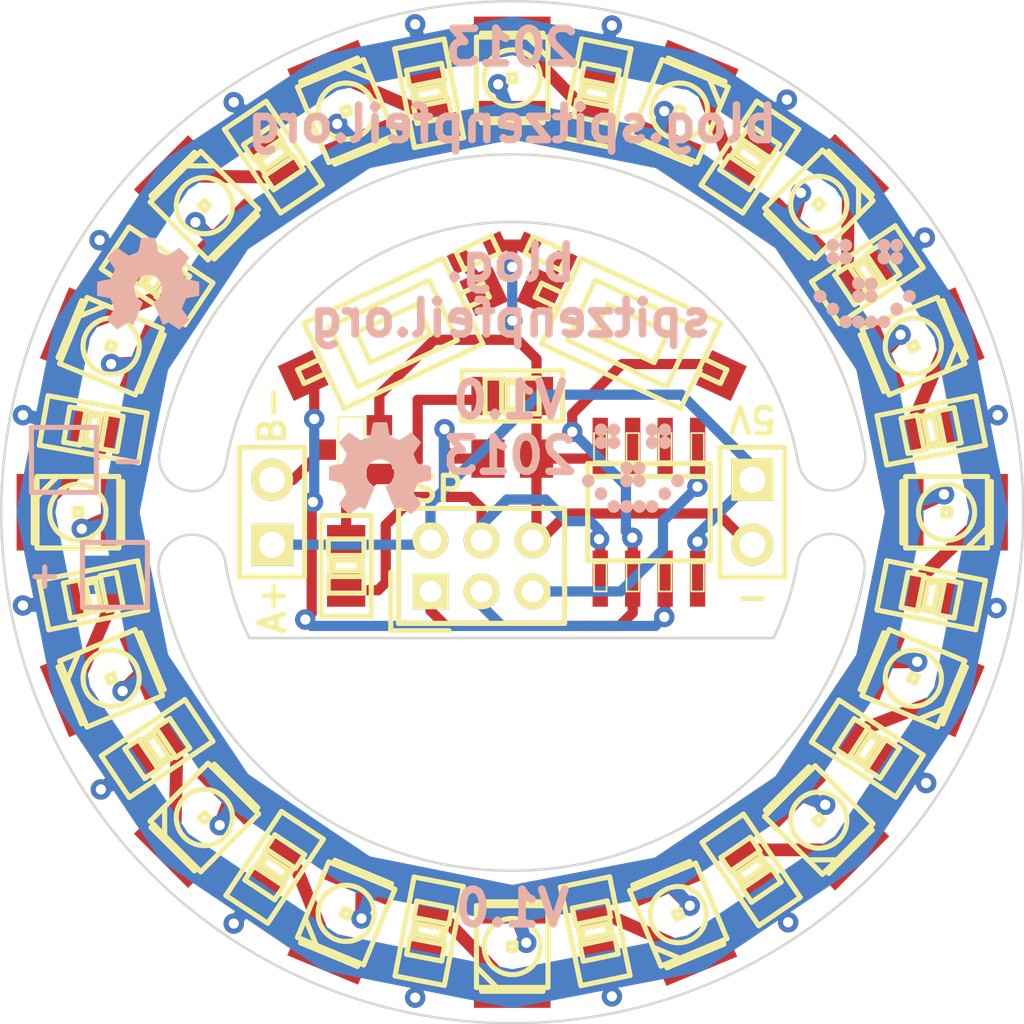
<source format=kicad_pcb>
(kicad_pcb (version 3) (host pcbnew "(2013-04-28 BZR 4116)-testing")

  (general
    (links 71)
    (no_connects 0)
    (area 44.949999 44.949999 85.050001 85.050001)
    (thickness 1.6)
    (drawings 26)
    (tracks 340)
    (zones 0)
    (modules 52)
    (nets 31)
  )

  (page User 431.8 279.4)
  (title_block 
    (title "Pentax S5z LED ring")
    (rev 1.0)
    (company "2013 - blog.spitzenpfeil.org")
  )

  (layers
    (15 F.Cu signal)
    (0 B.Cu signal)
    (20 B.SilkS user)
    (21 F.SilkS user)
    (22 B.Mask user)
    (23 F.Mask user)
    (24 Dwgs.User user)
    (28 Edge.Cuts user)
  )

  (setup
    (last_trace_width 0.4)
    (user_trace_width 0.5)
    (user_trace_width 1)
    (user_trace_width 1.5)
    (user_trace_width 2)
    (user_trace_width 2.5)
    (trace_clearance 0.25)
    (zone_clearance 0.508)
    (zone_45_only no)
    (trace_min 0.25)
    (segment_width 0.2)
    (edge_width 0.2)
    (via_size 0.8)
    (via_drill 0.4)
    (via_min_size 0.8)
    (via_min_drill 0.4)
    (uvia_size 0.5)
    (uvia_drill 0.2)
    (uvias_allowed no)
    (uvia_min_size 0.4978)
    (uvia_min_drill 0.1981)
    (pcb_text_width 0.3)
    (pcb_text_size 1.5 1.5)
    (mod_edge_width 0.2)
    (mod_text_size 1.5 1.5)
    (mod_text_width 0.15)
    (pad_size 1.4 1.5)
    (pad_drill 0)
    (pad_to_mask_clearance 0)
    (aux_axis_origin 0 0)
    (visible_elements FFFFFF7F)
    (pcbplotparams
      (layerselection 284196865)
      (usegerberextensions true)
      (excludeedgelayer true)
      (linewidth 152400)
      (plotframeref false)
      (viasonmask false)
      (mode 1)
      (useauxorigin false)
      (hpglpennumber 1)
      (hpglpenspeed 20)
      (hpglpendiameter 15)
      (hpglpenoverlay 2)
      (psnegative false)
      (psa4output false)
      (plotreference true)
      (plotvalue true)
      (plotothertext true)
      (plotinvisibletext false)
      (padsonsilk false)
      (subtractmaskfromsilk true)
      (outputformat 1)
      (mirror false)
      (drillshape 0)
      (scaleselection 1)
      (outputdirectory gerber_files/))
  )

  (net 0 "")
  (net 1 +5V)
  (net 2 /MISO)
  (net 3 /PWM)
  (net 4 /RESET)
  (net 5 /SCK)
  (net 6 GND)
  (net 7 N-0000011)
  (net 8 N-0000013)
  (net 9 N-0000014)
  (net 10 N-0000015)
  (net 11 N-0000016)
  (net 12 N-0000017)
  (net 13 N-0000018)
  (net 14 N-0000019)
  (net 15 N-000002)
  (net 16 N-0000020)
  (net 17 N-0000021)
  (net 18 N-0000022)
  (net 19 N-0000023)
  (net 20 N-0000024)
  (net 21 N-0000025)
  (net 22 N-0000026)
  (net 23 N-0000027)
  (net 24 N-0000028)
  (net 25 N-0000029)
  (net 26 N-0000030)
  (net 27 N-000005)
  (net 28 N-000006)
  (net 29 N-000008)
  (net 30 N-000009)

  (net_class Default "This is the default net class."
    (clearance 0.25)
    (trace_width 0.4)
    (via_dia 0.8)
    (via_drill 0.4)
    (uvia_dia 0.5)
    (uvia_drill 0.2)
    (add_net "")
    (add_net +5V)
    (add_net /MISO)
    (add_net /PWM)
    (add_net /RESET)
    (add_net /SCK)
    (add_net GND)
    (add_net N-0000011)
    (add_net N-0000013)
    (add_net N-0000014)
    (add_net N-0000015)
    (add_net N-0000016)
    (add_net N-0000017)
    (add_net N-0000018)
    (add_net N-0000019)
    (add_net N-000002)
    (add_net N-0000020)
    (add_net N-0000021)
    (add_net N-0000022)
    (add_net N-0000023)
    (add_net N-0000024)
    (add_net N-0000025)
    (add_net N-0000026)
    (add_net N-0000027)
    (add_net N-0000028)
    (add_net N-0000029)
    (add_net N-0000030)
    (add_net N-000005)
    (add_net N-000006)
    (add_net N-000008)
    (add_net N-000009)
  )

  (module MADW__mouse-bite-2mm-slot (layer F.Cu) (tedit 5165F660) (tstamp 5165F705)
    (at 52.4 65 270)
    (fp_text reference mouse-bite-2mm (at 0 -2.508 270) (layer F.SilkS) hide
      (effects (font (size 1 1) (thickness 0.2)))
    )
    (fp_text value VAL** (at 0 3.048 270) (layer F.SilkS) hide
      (effects (font (size 1 1) (thickness 0.2)))
    )
    (pad "" np_thru_hole circle (at 0 -1.1 270) (size 0.5 0.5) (drill 0.5)
      (layers *.Cu *.Mask F.SilkS)
    )
    (pad "" np_thru_hole circle (at 0 1.1 270) (size 0.5 0.5) (drill 0.5)
      (layers *.Cu *.Mask F.SilkS)
    )
    (pad "" np_thru_hole circle (at 0.9 -1.1 270) (size 0.5 0.5) (drill 0.5)
      (layers *.Cu *.Mask F.SilkS)
    )
    (pad "" np_thru_hole circle (at -0.9 -1.1 270) (size 0.5 0.5) (drill 0.5)
      (layers *.Cu *.Mask F.SilkS)
    )
    (pad "" np_thru_hole circle (at -0.9 1.1 270) (size 0.5 0.5) (drill 0.5)
      (layers *.Cu *.Mask F.SilkS)
    )
    (pad "" np_thru_hole circle (at 0.9 1.1 270) (size 0.5 0.5) (drill 0.5)
      (layers *.Cu *.Mask F.SilkS)
    )
  )

  (module MADW__mouse-bite-2mm-slot (layer F.Cu) (tedit 5165F660) (tstamp 5165EEC6)
    (at 77.6 65 90)
    (fp_text reference mouse-bite-2mm (at 0 -2.508 90) (layer F.SilkS) hide
      (effects (font (size 1 1) (thickness 0.2)))
    )
    (fp_text value VAL** (at 0 3.048 90) (layer F.SilkS) hide
      (effects (font (size 1 1) (thickness 0.2)))
    )
    (pad "" np_thru_hole circle (at 0 -1.1 90) (size 0.5 0.5) (drill 0.5)
      (layers *.Cu *.Mask F.SilkS)
    )
    (pad "" np_thru_hole circle (at 0 1.1 90) (size 0.5 0.5) (drill 0.5)
      (layers *.Cu *.Mask F.SilkS)
    )
    (pad "" np_thru_hole circle (at 0.9 -1.1 90) (size 0.5 0.5) (drill 0.5)
      (layers *.Cu *.Mask F.SilkS)
    )
    (pad "" np_thru_hole circle (at -0.9 -1.1 90) (size 0.5 0.5) (drill 0.5)
      (layers *.Cu *.Mask F.SilkS)
    )
    (pad "" np_thru_hole circle (at -0.9 1.1 90) (size 0.5 0.5) (drill 0.5)
      (layers *.Cu *.Mask F.SilkS)
    )
    (pad "" np_thru_hole circle (at 0.9 1.1 90) (size 0.5 0.5) (drill 0.5)
      (layers *.Cu *.Mask F.SilkS)
    )
  )

  (module OSHW-logo_silkscreen_4mm (layer B.Cu) (tedit 0) (tstamp 5165F417)
    (at 59.825 63.275)
    (fp_text reference G*** (at 0 -2.1209) (layer B.SilkS) hide
      (effects (font (size 0.18034 0.18034) (thickness 0.03556)) (justify mirror))
    )
    (fp_text value OSHW-logo_silkscreen_4mm (at 0 2.1209) (layer B.SilkS) hide
      (effects (font (size 0.18034 0.18034) (thickness 0.03556)) (justify mirror))
    )
    (fp_poly (pts (xy -1.21158 1.79578) (xy -1.19126 1.78562) (xy -1.143 1.75514) (xy -1.07696 1.71196)
      (xy -0.99822 1.65862) (xy -0.91948 1.60528) (xy -0.85344 1.5621) (xy -0.80772 1.53162)
      (xy -0.78994 1.52146) (xy -0.77978 1.524) (xy -0.74168 1.54432) (xy -0.6858 1.57226)
      (xy -0.65532 1.5875) (xy -0.60452 1.61036) (xy -0.57912 1.61544) (xy -0.57658 1.60782)
      (xy -0.55626 1.56972) (xy -0.52832 1.50368) (xy -0.49022 1.41732) (xy -0.44704 1.31572)
      (xy -0.40132 1.2065) (xy -0.3556 1.09474) (xy -0.30988 0.98806) (xy -0.27178 0.89154)
      (xy -0.23876 0.81534) (xy -0.21844 0.75946) (xy -0.21082 0.7366) (xy -0.21336 0.73152)
      (xy -0.23876 0.70866) (xy -0.28194 0.67564) (xy -0.37846 0.5969) (xy -0.4699 0.48006)
      (xy -0.52832 0.34798) (xy -0.5461 0.20066) (xy -0.53086 0.06604) (xy -0.47752 -0.0635)
      (xy -0.38608 -0.18288) (xy -0.27432 -0.26924) (xy -0.14478 -0.32512) (xy 0 -0.3429)
      (xy 0.1397 -0.32766) (xy 0.27178 -0.27432) (xy 0.39116 -0.18542) (xy 0.43942 -0.127)
      (xy 0.508 -0.00762) (xy 0.54864 0.11938) (xy 0.55118 0.14986) (xy 0.5461 0.2921)
      (xy 0.50546 0.42672) (xy 0.4318 0.5461) (xy 0.32766 0.64516) (xy 0.31496 0.65532)
      (xy 0.2667 0.69088) (xy 0.23622 0.71374) (xy 0.21082 0.73406) (xy 0.38862 1.16586)
      (xy 0.41656 1.23444) (xy 0.46736 1.35128) (xy 0.51054 1.45288) (xy 0.54356 1.53416)
      (xy 0.56896 1.5875) (xy 0.57912 1.61036) (xy 0.57912 1.61036) (xy 0.59436 1.6129)
      (xy 0.62738 1.6002) (xy 0.68834 1.57226) (xy 0.72898 1.55194) (xy 0.7747 1.52908)
      (xy 0.79502 1.52146) (xy 0.8128 1.53162) (xy 0.85598 1.55956) (xy 0.91948 1.60274)
      (xy 0.99568 1.65354) (xy 1.06934 1.70434) (xy 1.13792 1.75006) (xy 1.18618 1.78054)
      (xy 1.21158 1.79324) (xy 1.21412 1.79324) (xy 1.23444 1.78054) (xy 1.27508 1.75006)
      (xy 1.3335 1.69418) (xy 1.41478 1.6129) (xy 1.42748 1.6002) (xy 1.49606 1.52908)
      (xy 1.55194 1.47066) (xy 1.59004 1.43002) (xy 1.60274 1.41224) (xy 1.60274 1.41224)
      (xy 1.59004 1.38684) (xy 1.55956 1.33858) (xy 1.51384 1.27) (xy 1.4605 1.19126)
      (xy 1.31826 0.98298) (xy 1.397 0.7874) (xy 1.41986 0.72898) (xy 1.45034 0.65532)
      (xy 1.4732 0.60452) (xy 1.4859 0.58166) (xy 1.50622 0.57404) (xy 1.55956 0.56134)
      (xy 1.6383 0.54356) (xy 1.72974 0.52832) (xy 1.81864 0.51054) (xy 1.89738 0.4953)
      (xy 1.9558 0.48514) (xy 1.9812 0.48006) (xy 1.98628 0.47498) (xy 1.99136 0.46228)
      (xy 1.99644 0.43688) (xy 1.99644 0.38862) (xy 1.99898 0.31242) (xy 1.99898 0.20066)
      (xy 1.99898 0.1905) (xy 1.99644 0.08382) (xy 1.99644 0) (xy 1.9939 -0.05334)
      (xy 1.98882 -0.07366) (xy 1.98882 -0.07366) (xy 1.96342 -0.08128) (xy 1.90754 -0.09144)
      (xy 1.8288 -0.10922) (xy 1.73228 -0.127) (xy 1.7272 -0.127) (xy 1.63322 -0.14478)
      (xy 1.55448 -0.16256) (xy 1.4986 -0.17526) (xy 1.47574 -0.18288) (xy 1.47066 -0.18796)
      (xy 1.45034 -0.22606) (xy 1.4224 -0.28448) (xy 1.39192 -0.3556) (xy 1.36144 -0.42926)
      (xy 1.3335 -0.49784) (xy 1.31572 -0.5461) (xy 1.31064 -0.56896) (xy 1.31064 -0.56896)
      (xy 1.32588 -0.59182) (xy 1.3589 -0.64262) (xy 1.40462 -0.70866) (xy 1.4605 -0.78994)
      (xy 1.46304 -0.79756) (xy 1.51892 -0.8763) (xy 1.5621 -0.94488) (xy 1.59258 -0.99314)
      (xy 1.60274 -1.01346) (xy 1.60274 -1.016) (xy 1.58496 -1.03886) (xy 1.54432 -1.08458)
      (xy 1.4859 -1.14554) (xy 1.41478 -1.21666) (xy 1.39192 -1.23698) (xy 1.31572 -1.31318)
      (xy 1.26238 -1.36398) (xy 1.22682 -1.38938) (xy 1.21158 -1.397) (xy 1.21158 -1.39446)
      (xy 1.18618 -1.38176) (xy 1.13538 -1.34874) (xy 1.0668 -1.30048) (xy 0.98552 -1.24714)
      (xy 0.98044 -1.24206) (xy 0.9017 -1.18872) (xy 0.83566 -1.143) (xy 0.7874 -1.11252)
      (xy 0.76708 -1.09982) (xy 0.762 -1.09982) (xy 0.73152 -1.10998) (xy 0.6731 -1.12776)
      (xy 0.60452 -1.1557) (xy 0.53086 -1.18618) (xy 0.46228 -1.21412) (xy 0.41148 -1.23698)
      (xy 0.38862 -1.24968) (xy 0.38862 -1.25222) (xy 0.37846 -1.28016) (xy 0.36576 -1.34112)
      (xy 0.34798 -1.4224) (xy 0.3302 -1.52146) (xy 0.32766 -1.5367) (xy 0.30988 -1.63068)
      (xy 0.29464 -1.70942) (xy 0.28194 -1.7653) (xy 0.27686 -1.78816) (xy 0.26416 -1.7907)
      (xy 0.2159 -1.79324) (xy 0.14478 -1.79578) (xy 0.05842 -1.79578) (xy -0.03048 -1.79578)
      (xy -0.11684 -1.79324) (xy -0.19304 -1.7907) (xy -0.24638 -1.78816) (xy -0.26924 -1.78308)
      (xy -0.27178 -1.78054) (xy -0.2794 -1.7526) (xy -0.2921 -1.69164) (xy -0.30988 -1.61036)
      (xy -0.32766 -1.5113) (xy -0.3302 -1.49352) (xy -0.34798 -1.39954) (xy -0.36576 -1.3208)
      (xy -0.37592 -1.26746) (xy -0.38354 -1.24714) (xy -0.39116 -1.24206) (xy -0.42926 -1.22428)
      (xy -0.49276 -1.19888) (xy -0.57404 -1.16586) (xy -0.75692 -1.0922) (xy -0.98044 -1.24714)
      (xy -1.00076 -1.25984) (xy -1.08204 -1.31572) (xy -1.14808 -1.3589) (xy -1.1938 -1.38938)
      (xy -1.21412 -1.39954) (xy -1.21412 -1.39954) (xy -1.23698 -1.37922) (xy -1.2827 -1.33858)
      (xy -1.34366 -1.27762) (xy -1.41224 -1.20904) (xy -1.46558 -1.1557) (xy -1.52654 -1.0922)
      (xy -1.56718 -1.05156) (xy -1.5875 -1.02362) (xy -1.59512 -1.00584) (xy -1.59258 -0.99568)
      (xy -1.57988 -0.97282) (xy -1.54686 -0.92456) (xy -1.50114 -0.85598) (xy -1.44526 -0.77724)
      (xy -1.39954 -0.70866) (xy -1.35128 -0.635) (xy -1.3208 -0.58166) (xy -1.3081 -0.55372)
      (xy -1.31064 -0.54356) (xy -1.32842 -0.50038) (xy -1.35382 -0.4318) (xy -1.38684 -0.35306)
      (xy -1.46558 -0.17526) (xy -1.58242 -0.15494) (xy -1.65354 -0.1397) (xy -1.7526 -0.12192)
      (xy -1.84658 -0.10414) (xy -1.9939 -0.07366) (xy -1.99898 0.46482) (xy -1.97612 0.47498)
      (xy -1.95326 0.4826) (xy -1.89992 0.49276) (xy -1.82118 0.508) (xy -1.72974 0.52578)
      (xy -1.651 0.54102) (xy -1.57226 0.55626) (xy -1.51638 0.56642) (xy -1.49098 0.5715)
      (xy -1.48336 0.58166) (xy -1.46304 0.61976) (xy -1.4351 0.68072) (xy -1.40462 0.75438)
      (xy -1.37414 0.82804) (xy -1.3462 0.89916) (xy -1.32588 0.9525) (xy -1.31826 0.98044)
      (xy -1.32842 1.00076) (xy -1.3589 1.04648) (xy -1.40208 1.11252) (xy -1.45542 1.19126)
      (xy -1.5113 1.27) (xy -1.55448 1.33858) (xy -1.5875 1.38684) (xy -1.6002 1.40716)
      (xy -1.59258 1.4224) (xy -1.5621 1.4605) (xy -1.50368 1.52146) (xy -1.41478 1.61036)
      (xy -1.39954 1.62306) (xy -1.33096 1.69164) (xy -1.27 1.74498) (xy -1.22936 1.78308)
      (xy -1.21158 1.79578)) (layer B.SilkS) (width 0.00254))
  )

  (module LED_smile_silkscreen_4mm (layer B.Cu) (tedit 0) (tstamp 5165F40C)
    (at 69.725 63.275)
    (fp_text reference G*** (at 0 -2.30378) (layer B.SilkS) hide
      (effects (font (size 0.0508 0.0508) (thickness 0.01016)) (justify mirror))
    )
    (fp_text value LED_smile_silkscreen_4mm (at 0 2.30378) (layer B.SilkS) hide
      (effects (font (size 0.0508 0.0508) (thickness 0.01016)) (justify mirror))
    )
    (fp_poly (pts (xy 0.75438 1.74752) (xy 0.80518 1.74244) (xy 0.8509 1.7272) (xy 0.87122 1.71704)
      (xy 0.9144 1.68656) (xy 0.94742 1.651) (xy 0.97282 1.60782) (xy 0.9906 1.5621)
      (xy 0.99822 1.51384) (xy 0.99568 1.46304) (xy 0.98552 1.41478) (xy 0.96266 1.36906)
      (xy 0.94742 1.34874) (xy 0.9271 1.32588) (xy 0.90424 1.30302) (xy 0.88392 1.28778)
      (xy 0.8763 1.2827) (xy 0.83312 1.26238) (xy 0.7874 1.25222) (xy 0.73914 1.24968)
      (xy 0.72136 1.25222) (xy 0.69342 1.25476) (xy 0.67056 1.26238) (xy 0.64262 1.27254)
      (xy 0.61468 1.28778) (xy 0.57404 1.3208) (xy 0.54102 1.36144) (xy 0.51562 1.40716)
      (xy 0.508 1.42748) (xy 0.50292 1.45288) (xy 0.50038 1.47066) (xy 0.50038 1.4732)
      (xy 0.49784 1.47574) (xy 0.49784 1.46558) (xy 0.49784 1.46304) (xy 0.49022 1.43002)
      (xy 0.47752 1.397) (xy 0.46228 1.36906) (xy 0.43434 1.33096) (xy 0.39624 1.29794)
      (xy 0.35306 1.27) (xy 0.30226 1.25476) (xy 0.25146 1.24968) (xy 0.23622 1.24968)
      (xy 0.19812 1.25476) (xy 0.16002 1.26492) (xy 0.1524 1.26746) (xy 0.10922 1.29032)
      (xy 0.07112 1.32334) (xy 0.04064 1.36144) (xy 0.01778 1.40208) (xy 0.00508 1.4478)
      (xy 0.00254 1.4478) (xy 0 1.4605) (xy 0 1.46558) (xy 0 1.46558)
      (xy 0 1.4605) (xy -0.00508 1.4478) (xy -0.00508 1.44272) (xy -0.02032 1.39954)
      (xy -0.04318 1.35636) (xy -0.0762 1.31826) (xy -0.10668 1.29286) (xy -0.14986 1.27)
      (xy -0.19812 1.25476) (xy -0.25146 1.24968) (xy -0.28702 1.25222) (xy -0.33782 1.26492)
      (xy -0.38354 1.28778) (xy -0.42418 1.31826) (xy -0.45466 1.3589) (xy -0.45974 1.36398)
      (xy -0.4699 1.3843) (xy -0.47752 1.39954) (xy -0.4826 1.4097) (xy -0.49022 1.43256)
      (xy -0.4953 1.45542) (xy -0.49784 1.47066) (xy -0.49784 1.4732) (xy -0.49784 1.4732)
      (xy -0.50038 1.46304) (xy -0.50546 1.4351) (xy -0.51816 1.40208) (xy -0.5334 1.3716)
      (xy -0.56388 1.33096) (xy -0.60198 1.29794) (xy -0.64516 1.27) (xy -0.69596 1.25476)
      (xy -0.74676 1.24968) (xy -0.79502 1.25222) (xy -0.84328 1.26746) (xy -0.88646 1.29032)
      (xy -0.9271 1.32588) (xy -0.94742 1.3462) (xy -0.9652 1.37414) (xy -0.98044 1.40716)
      (xy -0.9906 1.43256) (xy -0.99822 1.48336) (xy -0.99568 1.53162) (xy -0.98552 1.57734)
      (xy -0.96774 1.62306) (xy -0.9398 1.66116) (xy -0.90424 1.69418) (xy -0.8636 1.72212)
      (xy -0.81788 1.7399) (xy -0.76708 1.74752) (xy -0.76454 1.74752) (xy -0.7112 1.74752)
      (xy -0.66548 1.73482) (xy -0.61976 1.71196) (xy -0.60198 1.7018) (xy -0.56896 1.67132)
      (xy -0.54102 1.6383) (xy -0.51816 1.6002) (xy -0.51308 1.58496) (xy -0.508 1.56464)
      (xy -0.50292 1.54178) (xy -0.50038 1.52654) (xy -0.50038 1.51638) (xy -0.49784 1.52654)
      (xy -0.49784 1.53416) (xy -0.49276 1.55702) (xy -0.48514 1.58242) (xy -0.47752 1.60274)
      (xy -0.46482 1.6256) (xy -0.43434 1.66624) (xy -0.39624 1.69926) (xy -0.35306 1.7272)
      (xy -0.30226 1.74244) (xy -0.29464 1.74498) (xy -0.25908 1.74752) (xy -0.22352 1.74752)
      (xy -0.1905 1.74244) (xy -0.15748 1.73228) (xy -0.11176 1.70688) (xy -0.06858 1.67386)
      (xy -0.06604 1.67132) (xy -0.0381 1.63576) (xy -0.01778 1.59258) (xy -0.00508 1.5494)
      (xy -0.00254 1.5494) (xy 0 1.5367) (xy 0 1.53162) (xy 0 1.53416)
      (xy 0.00254 1.54686) (xy 0.00254 1.5494) (xy 0.01016 1.5748) (xy 0.02286 1.60274)
      (xy 0.03556 1.63068) (xy 0.05842 1.66116) (xy 0.09652 1.69672) (xy 0.1397 1.72466)
      (xy 0.1905 1.74244) (xy 0.19812 1.74498) (xy 0.23114 1.74752) (xy 0.26924 1.74752)
      (xy 0.29972 1.74498) (xy 0.32766 1.73482) (xy 0.37592 1.7145) (xy 0.41656 1.68402)
      (xy 0.45212 1.64592) (xy 0.47752 1.60274) (xy 0.4826 1.5875) (xy 0.49022 1.56464)
      (xy 0.4953 1.54178) (xy 0.49784 1.52654) (xy 0.49784 1.524) (xy 0.49784 1.524)
      (xy 0.50038 1.53416) (xy 0.50038 1.53416) (xy 0.508 1.56718) (xy 0.5207 1.6002)
      (xy 0.53594 1.62814) (xy 0.54102 1.6383) (xy 0.57404 1.6764) (xy 0.61468 1.70942)
      (xy 0.65786 1.73228) (xy 0.70358 1.74498) (xy 0.75438 1.74752)) (layer B.SilkS) (width 0.00254))
    (fp_poly (pts (xy -1.26492 1.24968) (xy -1.23444 1.24714) (xy -1.2065 1.2446) (xy -1.17094 1.23698)
      (xy -1.12522 1.21666) (xy -1.08458 1.18618) (xy -1.04902 1.14808) (xy -1.02362 1.1049)
      (xy -1.00584 1.05918) (xy -0.99822 1.00838) (xy -1.0033 0.95758) (xy -1.016 0.90932)
      (xy -1.03886 0.8636) (xy -1.06934 0.8255) (xy -1.10998 0.78994) (xy -1.12268 0.78232)
      (xy -1.17094 0.762) (xy -1.22174 0.7493) (xy -1.27254 0.7493) (xy -1.32334 0.75946)
      (xy -1.36398 0.77724) (xy -1.40716 0.80518) (xy -1.44526 0.84328) (xy -1.4732 0.88646)
      (xy -1.49098 0.93726) (xy -1.49606 0.96266) (xy -1.4986 0.99568) (xy -1.4986 1.02616)
      (xy -1.49352 1.0541) (xy -1.49098 1.06426) (xy -1.47066 1.11506) (xy -1.44272 1.15824)
      (xy -1.40462 1.1938) (xy -1.3589 1.22428) (xy -1.33604 1.2319) (xy -1.3081 1.24206)
      (xy -1.2827 1.24714) (xy -1.26492 1.24968)) (layer B.SilkS) (width 0.00254))
    (fp_poly (pts (xy 1.25476 1.24968) (xy 1.30556 1.24206) (xy 1.35636 1.22428) (xy 1.40208 1.19634)
      (xy 1.41224 1.18872) (xy 1.44526 1.15316) (xy 1.4732 1.10998) (xy 1.49098 1.05918)
      (xy 1.49606 1.03378) (xy 1.4986 1.0033) (xy 1.4986 0.97028) (xy 1.49352 0.94488)
      (xy 1.49098 0.93218) (xy 1.47066 0.88138) (xy 1.44272 0.84074) (xy 1.40462 0.80264)
      (xy 1.36144 0.77724) (xy 1.31572 0.75692) (xy 1.26238 0.7493) (xy 1.2446 0.7493)
      (xy 1.1938 0.75438) (xy 1.14554 0.76962) (xy 1.1049 0.79502) (xy 1.0668 0.82804)
      (xy 1.03632 0.86614) (xy 1.016 0.90932) (xy 1.0033 0.95758) (xy 1.00076 1.01092)
      (xy 1.0033 1.0414) (xy 1.00838 1.0668) (xy 1.01854 1.09728) (xy 1.03886 1.13538)
      (xy 1.07188 1.17348) (xy 1.10998 1.2065) (xy 1.1557 1.2319) (xy 1.20396 1.2446)
      (xy 1.25476 1.24968)) (layer B.SilkS) (width 0.00254))
    (fp_poly (pts (xy -1.76276 0.74676) (xy -1.7272 0.74676) (xy -1.69672 0.74422) (xy -1.66116 0.73406)
      (xy -1.61544 0.70866) (xy -1.57226 0.67564) (xy -1.54686 0.64516) (xy -1.52146 0.60198)
      (xy -1.50368 0.55118) (xy -1.50114 0.5334) (xy -1.4986 0.50292) (xy -1.50114 0.47244)
      (xy -1.50368 0.44704) (xy -1.50876 0.4318) (xy -1.52654 0.38354) (xy -1.55702 0.34036)
      (xy -1.59258 0.30226) (xy -1.6383 0.27432) (xy -1.65608 0.2667) (xy -1.68656 0.25654)
      (xy -1.71958 0.25146) (xy -1.75768 0.25146) (xy -1.78054 0.25146) (xy -1.80848 0.25654)
      (xy -1.83388 0.26162) (xy -1.85928 0.27432) (xy -1.87706 0.28448) (xy -1.9177 0.31496)
      (xy -1.95326 0.35306) (xy -1.97866 0.39878) (xy -1.9939 0.44958) (xy -1.99644 0.46228)
      (xy -1.99898 0.49022) (xy -1.99898 0.5207) (xy -1.9939 0.54864) (xy -1.99136 0.56642)
      (xy -1.97104 0.61468) (xy -1.9431 0.65786) (xy -1.905 0.69342) (xy -1.86182 0.72136)
      (xy -1.81102 0.74168) (xy -1.79578 0.74422) (xy -1.76276 0.74676)) (layer B.SilkS) (width 0.00254))
    (fp_poly (pts (xy 0.24384 0.7493) (xy 0.2921 0.74422) (xy 0.34036 0.73152) (xy 0.3683 0.71882)
      (xy 0.41148 0.68834) (xy 0.44704 0.65278) (xy 0.47244 0.60706) (xy 0.49022 0.5588)
      (xy 0.49276 0.54864) (xy 0.50038 0.508) (xy 0.49784 0.4699) (xy 0.48768 0.42672)
      (xy 0.46736 0.37846) (xy 0.43942 0.33528) (xy 0.40132 0.29972) (xy 0.3556 0.27432)
      (xy 0.3048 0.254) (xy 0.27432 0.24638) (xy 0.28956 0.24638) (xy 0.29464 0.24384)
      (xy 0.3302 0.23622) (xy 0.3683 0.21844) (xy 0.40132 0.19558) (xy 0.40894 0.1905)
      (xy 0.4445 0.15494) (xy 0.47244 0.11176) (xy 0.49022 0.06604) (xy 0.49784 0.01778)
      (xy 0.49784 -0.03048) (xy 0.48514 -0.07874) (xy 0.46482 -0.127) (xy 0.46228 -0.127)
      (xy 0.4318 -0.17018) (xy 0.3937 -0.2032) (xy 0.35306 -0.22606) (xy 0.30734 -0.2413)
      (xy 0.25908 -0.24892) (xy 0.21082 -0.24638) (xy 0.16256 -0.23368) (xy 0.11684 -0.21082)
      (xy 0.0762 -0.18034) (xy 0.05588 -0.15748) (xy 0.03048 -0.11938) (xy 0.0127 -0.08128)
      (xy 0.00254 -0.04318) (xy 0 -0.03556) (xy 0 -0.03048) (xy 0 -0.03302)
      (xy -0.00254 -0.04318) (xy -0.01016 -0.07874) (xy -0.0254 -0.1143) (xy -0.04826 -0.14732)
      (xy -0.06096 -0.16256) (xy -0.09652 -0.19812) (xy -0.14224 -0.22352) (xy -0.18796 -0.2413)
      (xy -0.23876 -0.24892) (xy -0.28956 -0.24638) (xy -0.32258 -0.23876) (xy -0.37084 -0.21844)
      (xy -0.41148 -0.18796) (xy -0.44704 -0.1524) (xy -0.47498 -0.10922) (xy -0.49276 -0.05842)
      (xy -0.4953 -0.03302) (xy -0.49784 0.01524) (xy -0.49022 0.06604) (xy -0.47244 0.11176)
      (xy -0.4445 0.15494) (xy -0.4064 0.1905) (xy -0.36322 0.22098) (xy -0.3429 0.2286)
      (xy -0.32004 0.23876) (xy -0.29972 0.24384) (xy -0.28194 0.24638) (xy -0.2794 0.24638)
      (xy -0.28194 0.24892) (xy -0.2921 0.25146) (xy -0.3175 0.25908) (xy -0.35052 0.26924)
      (xy -0.37846 0.28448) (xy -0.3937 0.29464) (xy -0.42672 0.32512) (xy -0.4572 0.36068)
      (xy -0.47752 0.39878) (xy -0.49276 0.43942) (xy -0.49784 0.48514) (xy -0.49784 0.52832)
      (xy -0.4953 0.53594) (xy -0.4826 0.58928) (xy -0.45974 0.635) (xy -0.42418 0.67564)
      (xy -0.39624 0.70104) (xy -0.35306 0.72644) (xy -0.30226 0.74422) (xy -0.28448 0.74676)
      (xy -0.25654 0.74676) (xy -0.2286 0.74676) (xy -0.20066 0.74422) (xy -0.18034 0.73914)
      (xy -0.1651 0.73406) (xy -0.11684 0.7112) (xy -0.07366 0.67818) (xy -0.04064 0.63754)
      (xy -0.02794 0.61722) (xy -0.0127 0.5842) (xy -0.00508 0.55118) (xy -0.00254 0.54864)
      (xy 0 0.53594) (xy 0 0.53086) (xy 0 0.53086) (xy 0 0.46482)
      (xy 0 0.46482) (xy 0 0.45974) (xy -0.00508 0.44704) (xy -0.00508 0.4445)
      (xy -0.02032 0.39878) (xy -0.04318 0.35814) (xy -0.0762 0.32004) (xy -0.1143 0.28956)
      (xy -0.15494 0.2667) (xy -0.15748 0.2667) (xy -0.18034 0.25908) (xy -0.20066 0.254)
      (xy -0.22352 0.24892) (xy -0.2032 0.24384) (xy -0.17272 0.23622) (xy -0.127 0.21844)
      (xy -0.08636 0.18796) (xy -0.05334 0.1524) (xy -0.0254 0.11176) (xy -0.01524 0.09144)
      (xy -0.00762 0.06604) (xy -0.00254 0.04318) (xy 0 0.03556) (xy 0 0.03048)
      (xy 0 0.03302) (xy 0.00254 0.04318) (xy 0.00762 0.0635) (xy 0.01524 0.0889)
      (xy 0.0254 0.11176) (xy 0.04064 0.1397) (xy 0.07366 0.1778) (xy 0.11176 0.20828)
      (xy 0.15748 0.23114) (xy 0.2032 0.24384) (xy 0.22606 0.24892) (xy 0.2032 0.254)
      (xy 0.19812 0.254) (xy 0.1778 0.25908) (xy 0.15494 0.2667) (xy 0.1524 0.26924)
      (xy 0.10922 0.2921) (xy 0.07112 0.32258) (xy 0.04064 0.36068) (xy 0.01778 0.40132)
      (xy 0.00508 0.44704) (xy 0.00254 0.44958) (xy 0 0.45974) (xy 0 0.46482)
      (xy 0 0.53086) (xy 0 0.53086) (xy 0 0.53848) (xy 0.00508 0.55118)
      (xy 0.0127 0.5842) (xy 0.03302 0.62738) (xy 0.0635 0.66802) (xy 0.1016 0.70104)
      (xy 0.14478 0.72644) (xy 0.14478 0.72644) (xy 0.19304 0.74168) (xy 0.24384 0.7493)) (layer B.SilkS) (width 0.00254))
    (fp_poly (pts (xy 1.72974 0.74676) (xy 1.77038 0.74676) (xy 1.80848 0.74168) (xy 1.83134 0.73406)
      (xy 1.8796 0.71374) (xy 1.92024 0.68072) (xy 1.95326 0.64516) (xy 1.97866 0.59944)
      (xy 1.9939 0.55118) (xy 1.99898 0.49784) (xy 1.99898 0.47752) (xy 1.98882 0.42672)
      (xy 1.9685 0.37846) (xy 1.93802 0.33274) (xy 1.92786 0.32512) (xy 1.8923 0.29464)
      (xy 1.85166 0.27178) (xy 1.80848 0.25654) (xy 1.80594 0.254) (xy 1.76784 0.24892)
      (xy 1.7272 0.24892) (xy 1.69164 0.254) (xy 1.6764 0.25908) (xy 1.63068 0.2794)
      (xy 1.5875 0.30734) (xy 1.55448 0.3429) (xy 1.52654 0.38354) (xy 1.50876 0.42926)
      (xy 1.4986 0.47752) (xy 1.50114 0.52832) (xy 1.5113 0.57912) (xy 1.52908 0.61722)
      (xy 1.55702 0.65786) (xy 1.59512 0.69596) (xy 1.6383 0.72136) (xy 1.68656 0.74168)
      (xy 1.69164 0.74168) (xy 1.72974 0.74676)) (layer B.SilkS) (width 0.00254))
    (fp_poly (pts (xy -0.74168 -0.7493) (xy -0.69088 -0.75438) (xy -0.64262 -0.77216) (xy -0.61976 -0.78486)
      (xy -0.59944 -0.8001) (xy -0.57404 -0.82042) (xy -0.54864 -0.84836) (xy -0.52324 -0.89154)
      (xy -0.50546 -0.9398) (xy -0.50292 -0.9525) (xy -0.50038 -0.98552) (xy -0.50038 -1.02108)
      (xy -0.50292 -1.05156) (xy -0.51816 -1.0922) (xy -0.54102 -1.13792) (xy -0.5715 -1.17348)
      (xy -0.57658 -1.1811) (xy -0.59944 -1.19888) (xy -0.62484 -1.21666) (xy -0.65024 -1.22936)
      (xy -0.6604 -1.2319) (xy -0.68072 -1.23952) (xy -0.70104 -1.2446) (xy -0.71628 -1.24714)
      (xy -0.7239 -1.24714) (xy -0.71374 -1.24968) (xy -0.70358 -1.25222) (xy -0.6858 -1.2573)
      (xy -0.66802 -1.26238) (xy -0.62992 -1.28016) (xy -0.59436 -1.30302) (xy -0.56388 -1.32842)
      (xy -0.5588 -1.33604) (xy -0.53086 -1.37922) (xy -0.51054 -1.42494) (xy -0.50038 -1.47574)
      (xy -0.50038 -1.52654) (xy -0.50038 -1.5367) (xy -0.51562 -1.5875) (xy -0.53848 -1.63322)
      (xy -0.57404 -1.6764) (xy -0.60452 -1.7018) (xy -0.6477 -1.7272) (xy -0.69596 -1.74498)
      (xy -0.70612 -1.74498) (xy -0.73914 -1.74752) (xy -0.7747 -1.74752) (xy -0.80518 -1.74244)
      (xy -0.83566 -1.73482) (xy -0.88138 -1.71196) (xy -0.91948 -1.68148) (xy -0.9525 -1.64338)
      (xy -0.9779 -1.6002) (xy -0.99314 -1.55194) (xy -0.99568 -1.54686) (xy -0.99822 -1.53416)
      (xy -1.00076 -1.52908) (xy -1.00076 -1.53416) (xy -1.0033 -1.54432) (xy -1.00838 -1.56464)
      (xy -1.016 -1.5875) (xy -1.02362 -1.60782) (xy -1.03124 -1.62306) (xy -1.06172 -1.66624)
      (xy -1.09982 -1.7018) (xy -1.14554 -1.7272) (xy -1.1938 -1.74244) (xy -1.24714 -1.74752)
      (xy -1.28778 -1.74498) (xy -1.33604 -1.73482) (xy -1.37922 -1.71196) (xy -1.40462 -1.69418)
      (xy -1.44272 -1.65862) (xy -1.47066 -1.61544) (xy -1.48844 -1.56972) (xy -1.4986 -1.52146)
      (xy -1.4986 -1.47066) (xy -1.4859 -1.4224) (xy -1.46558 -1.37414) (xy -1.4351 -1.3335)
      (xy -1.397 -1.29794) (xy -1.35382 -1.27254) (xy -1.30302 -1.25476) (xy -1.27254 -1.24714)
      (xy -1.29032 -1.2446) (xy -1.30048 -1.2446) (xy -1.34112 -1.2319) (xy -1.37922 -1.21158)
      (xy -1.41732 -1.18364) (xy -1.44526 -1.15316) (xy -1.46304 -1.12776) (xy -1.48082 -1.0922)
      (xy -1.49098 -1.05918) (xy -1.49606 -1.03378) (xy -1.4986 -1.0033) (xy -1.4986 -0.97028)
      (xy -1.49352 -0.94488) (xy -1.4859 -0.9144) (xy -1.4605 -0.86614) (xy -1.43002 -0.8255)
      (xy -1.38938 -0.79248) (xy -1.34366 -0.76708) (xy -1.29032 -0.75184) (xy -1.27762 -0.7493)
      (xy -1.24714 -0.7493) (xy -1.21412 -0.75184) (xy -1.18618 -0.75692) (xy -1.16586 -0.762)
      (xy -1.12014 -0.78486) (xy -1.07696 -0.81534) (xy -1.04394 -0.85344) (xy -1.01854 -0.89916)
      (xy -1.0033 -0.94996) (xy -1.0033 -0.9525) (xy -1.00076 -0.9652) (xy -0.99822 -0.96266)
      (xy -0.99822 -1.03124) (xy -1.00076 -1.03378) (xy -1.0033 -1.04394) (xy -1.0033 -1.04648)
      (xy -1.01092 -1.0795) (xy -1.0287 -1.11506) (xy -1.04902 -1.14808) (xy -1.06426 -1.16586)
      (xy -1.10236 -1.20142) (xy -1.14808 -1.22682) (xy -1.19888 -1.2446) (xy -1.22174 -1.24968)
      (xy -1.2065 -1.25222) (xy -1.19126 -1.25476) (xy -1.17348 -1.25984) (xy -1.16332 -1.26238)
      (xy -1.1176 -1.28524) (xy -1.0795 -1.31572) (xy -1.04394 -1.35382) (xy -1.02108 -1.397)
      (xy -1.0033 -1.44526) (xy -1.00076 -1.45796) (xy -0.99822 -1.46558) (xy -0.99568 -1.4605)
      (xy -0.99314 -1.44526) (xy -0.99314 -1.44526) (xy -0.98552 -1.41732) (xy -0.97282 -1.38684)
      (xy -0.95758 -1.36144) (xy -0.94488 -1.34366) (xy -0.92202 -1.3208) (xy -0.89662 -1.29794)
      (xy -0.87376 -1.2827) (xy -0.87122 -1.28016) (xy -0.83312 -1.26492) (xy -0.79248 -1.25222)
      (xy -0.7747 -1.24968) (xy -0.79502 -1.2446) (xy -0.8382 -1.2319) (xy -0.88392 -1.20904)
      (xy -0.92456 -1.17856) (xy -0.95504 -1.14046) (xy -0.96266 -1.12776) (xy -0.97536 -1.10236)
      (xy -0.98552 -1.07696) (xy -0.99314 -1.0541) (xy -0.99568 -1.03886) (xy -0.99568 -1.03886)
      (xy -0.99822 -1.03124) (xy -0.99822 -0.96266) (xy -0.99822 -0.96266) (xy -0.99568 -0.9525)
      (xy -0.9906 -0.93726) (xy -0.98806 -0.92202) (xy -0.9779 -0.89662) (xy -0.9525 -0.85344)
      (xy -0.91948 -0.81534) (xy -0.88138 -0.7874) (xy -0.83566 -0.76454) (xy -0.78994 -0.75184)
      (xy -0.74168 -0.7493)) (layer B.SilkS) (width 0.00254))
    (fp_poly (pts (xy 0.762 -0.7493) (xy 0.81026 -0.75692) (xy 0.85852 -0.7747) (xy 0.89916 -0.8001)
      (xy 0.93726 -0.83312) (xy 0.9652 -0.87376) (xy 0.98806 -0.92202) (xy 0.9906 -0.93726)
      (xy 0.99568 -0.9525) (xy 0.99568 -0.95504) (xy 0.99822 -0.9652) (xy 0.99822 -0.9652)
      (xy 0.99822 -1.03378) (xy 0.99568 -1.0414) (xy 0.9906 -1.05918) (xy 0.98298 -1.08712)
      (xy 0.96012 -1.13284) (xy 0.92964 -1.17094) (xy 0.89154 -1.20396) (xy 0.84836 -1.22936)
      (xy 0.8001 -1.2446) (xy 0.7747 -1.24968) (xy 0.79248 -1.25222) (xy 0.79502 -1.25222)
      (xy 0.83566 -1.26492) (xy 0.87376 -1.2827) (xy 0.889 -1.29286) (xy 0.9144 -1.31318)
      (xy 0.9398 -1.33604) (xy 0.95758 -1.36144) (xy 0.97028 -1.3843) (xy 0.98552 -1.41478)
      (xy 0.99314 -1.44526) (xy 0.99568 -1.45796) (xy 0.99822 -1.46558) (xy 1.00076 -1.4605)
      (xy 1.0033 -1.44526) (xy 1.01346 -1.41224) (xy 1.03632 -1.36652) (xy 1.06934 -1.32588)
      (xy 1.10744 -1.29286) (xy 1.15316 -1.26746) (xy 1.2065 -1.25222) (xy 1.22174 -1.24968)
      (xy 1.19888 -1.2446) (xy 1.17602 -1.23698) (xy 1.12776 -1.21666) (xy 1.08458 -1.18618)
      (xy 1.04902 -1.14808) (xy 1.03886 -1.13284) (xy 1.02616 -1.10998) (xy 1.01346 -1.08458)
      (xy 1.00838 -1.0668) (xy 1.0033 -1.04648) (xy 1.0033 -1.04648) (xy 1.00076 -1.03632)
      (xy 0.99822 -1.03378) (xy 0.99822 -0.9652) (xy 1.00076 -0.96266) (xy 1.0033 -0.94996)
      (xy 1.00838 -0.93218) (xy 1.02108 -0.89408) (xy 1.0414 -0.85852) (xy 1.05664 -0.84074)
      (xy 1.0922 -0.80264) (xy 1.13792 -0.7747) (xy 1.18872 -0.75692) (xy 1.20904 -0.75184)
      (xy 1.2446 -0.7493) (xy 1.28016 -0.75184) (xy 1.31064 -0.75692) (xy 1.31318 -0.75692)
      (xy 1.36398 -0.77724) (xy 1.40716 -0.80518) (xy 1.44526 -0.84328) (xy 1.4732 -0.88646)
      (xy 1.49098 -0.93726) (xy 1.49606 -0.96012) (xy 1.4986 -0.99568) (xy 1.49606 -1.0287)
      (xy 1.49098 -1.05918) (xy 1.48336 -1.08712) (xy 1.46558 -1.12268) (xy 1.44526 -1.15316)
      (xy 1.4224 -1.17856) (xy 1.39192 -1.20396) (xy 1.3589 -1.22428) (xy 1.34874 -1.22936)
      (xy 1.32334 -1.23698) (xy 1.30048 -1.2446) (xy 1.2827 -1.24714) (xy 1.28016 -1.24714)
      (xy 1.28778 -1.24968) (xy 1.30048 -1.25476) (xy 1.33096 -1.26238) (xy 1.36398 -1.27762)
      (xy 1.38938 -1.29286) (xy 1.397 -1.2954) (xy 1.42748 -1.32588) (xy 1.45796 -1.36144)
      (xy 1.47828 -1.397) (xy 1.4859 -1.41732) (xy 1.49606 -1.46558) (xy 1.4986 -1.51892)
      (xy 1.48844 -1.56718) (xy 1.4859 -1.57988) (xy 1.46558 -1.6256) (xy 1.4351 -1.66624)
      (xy 1.397 -1.7018) (xy 1.35128 -1.7272) (xy 1.30302 -1.74498) (xy 1.2954 -1.74498)
      (xy 1.25984 -1.74752) (xy 1.22428 -1.74752) (xy 1.19126 -1.74244) (xy 1.18364 -1.7399)
      (xy 1.13284 -1.72212) (xy 1.08966 -1.69164) (xy 1.0541 -1.65354) (xy 1.02362 -1.60782)
      (xy 1.01854 -1.59512) (xy 1.01092 -1.57226) (xy 1.0033 -1.5494) (xy 1.00076 -1.53416)
      (xy 1.00076 -1.53162) (xy 1.00076 -1.52908) (xy 0.99568 -1.5367) (xy 0.99314 -1.5494)
      (xy 0.98552 -1.58496) (xy 0.96266 -1.62814) (xy 0.93218 -1.66878) (xy 0.89662 -1.7018)
      (xy 0.8509 -1.7272) (xy 0.8509 -1.7272) (xy 0.80518 -1.74244) (xy 0.75438 -1.74752)
      (xy 0.70358 -1.74498) (xy 0.65786 -1.73228) (xy 0.62992 -1.71958) (xy 0.58674 -1.6891)
      (xy 0.55118 -1.651) (xy 0.52324 -1.60782) (xy 0.50546 -1.55956) (xy 0.50292 -1.5494)
      (xy 0.49784 -1.50876) (xy 0.50038 -1.47066) (xy 0.51054 -1.42494) (xy 0.53086 -1.37668)
      (xy 0.56134 -1.3335) (xy 0.59944 -1.29794) (xy 0.64516 -1.27254) (xy 0.69596 -1.25476)
      (xy 0.70612 -1.25222) (xy 0.71628 -1.24714) (xy 0.71628 -1.24714) (xy 0.70104 -1.2446)
      (xy 0.67056 -1.23698) (xy 0.64008 -1.22428) (xy 0.61214 -1.2065) (xy 0.5842 -1.18618)
      (xy 0.54864 -1.14808) (xy 0.5207 -1.10236) (xy 0.51816 -1.09474) (xy 0.50292 -1.04648)
      (xy 0.49784 -0.99568) (xy 0.50546 -0.94234) (xy 0.5207 -0.89408) (xy 0.5334 -0.87122)
      (xy 0.54864 -0.84836) (xy 0.56896 -0.8255) (xy 0.5715 -0.82296) (xy 0.61214 -0.78994)
      (xy 0.65532 -0.76708) (xy 0.70612 -0.75184) (xy 0.7112 -0.75184) (xy 0.762 -0.7493)) (layer B.SilkS) (width 0.00254))
  )

  (module MADW__PIN_ARRAY_3x2_2mm (layer F.Cu) (tedit 5165A00D) (tstamp 51644A9E)
    (at 63.8 67.1)
    (descr "Male 3x2 header with 2.0mm raster")
    (tags "CONN, header, male, 3x2, 2mm")
    (path /5164175A)
    (fp_text reference JP1 (at 0 -3.25) (layer F.SilkS) hide
      (effects (font (size 1 1) (thickness 0.2)))
    )
    (fp_text value ISP (at -1.95 -3) (layer F.SilkS)
      (effects (font (size 1 1) (thickness 0.2)))
    )
    (fp_line (start -1.27 2.54) (end -3.556 2.54) (layer F.SilkS) (width 0.2))
    (fp_line (start -3.556 2.54) (end -3.556 0.254) (layer F.SilkS) (width 0.2))
    (fp_line (start -3.25 -2.25) (end 3.25 -2.25) (layer F.SilkS) (width 0.2))
    (fp_line (start 3.25 -2.25) (end 3.25 2.25) (layer F.SilkS) (width 0.2))
    (fp_line (start 3.25 2.25) (end -3.25 2.25) (layer F.SilkS) (width 0.2))
    (fp_line (start -3.25 2.25) (end -3.25 -2.25) (layer F.SilkS) (width 0.2))
    (pad 1 thru_hole rect (at -2 1) (size 1.4 1.4) (drill 0.85)
      (layers *.Cu *.Mask F.SilkS)
      (net 2 /MISO)
    )
    (pad 2 thru_hole circle (at -2 -1) (size 1.4 1.4) (drill 0.85)
      (layers *.Cu *.Mask F.SilkS)
      (net 1 +5V)
    )
    (pad 3 thru_hole circle (at 0 1) (size 1.4 1.4) (drill 0.85)
      (layers *.Cu *.Mask F.SilkS)
      (net 5 /SCK)
    )
    (pad 4 thru_hole circle (at 0 -1) (size 1.4 1.4) (drill 0.85)
      (layers *.Cu *.Mask F.SilkS)
      (net 3 /PWM)
    )
    (pad 5 thru_hole circle (at 2 1) (size 1.4 1.4) (drill 0.85)
      (layers *.Cu *.Mask F.SilkS)
      (net 4 /RESET)
    )
    (pad 6 thru_hole circle (at 2 -1) (size 1.4 1.4) (drill 0.85)
      (layers *.Cu *.Mask F.SilkS)
      (net 6 GND)
    )
    (model pin_array/pins_array_3x2.wrl
      (at (xyz 0 0 0))
      (scale (xyz 1 1 1))
      (rotate (xyz 0 0 0))
    )
  )

  (module MADW__PLCC2-3528 (layer F.Cu) (tedit 51631A40) (tstamp 5163AC03)
    (at 49.3 58.5 157.5)
    (path /516318F8)
    (fp_text reference D14 (at 0 -2.35 157.5) (layer F.SilkS) hide
      (effects (font (size 1 1) (thickness 0.2)))
    )
    (fp_text value LED (at 0 2.55 157.5) (layer F.SilkS) hide
      (effects (font (size 1 1) (thickness 0.2)))
    )
    (fp_line (start -0.15 -0.15) (end -0.15 0.15) (layer F.SilkS) (width 0.2))
    (fp_line (start -0.15 0.15) (end 0.15 0.15) (layer F.SilkS) (width 0.2))
    (fp_line (start 0.15 0.15) (end 0.15 -0.15) (layer F.SilkS) (width 0.2))
    (fp_line (start 0.15 -0.15) (end -0.15 -0.15) (layer F.SilkS) (width 0.2))
    (fp_line (start 1.6 0.6) (end 0.8 1.4) (layer F.SilkS) (width 0.2))
    (fp_circle (center 0 0) (end 0 -1.1) (layer F.SilkS) (width 0.2))
    (fp_line (start 1.6 -1.2) (end 1.75 -1.2) (layer F.SilkS) (width 0.2))
    (fp_line (start 1.75 -1.2) (end 1.75 1.2) (layer F.SilkS) (width 0.2))
    (fp_line (start 1.75 1.2) (end 1.6 1.2) (layer F.SilkS) (width 0.2))
    (fp_line (start -1.6 -1.2) (end -1.75 -1.2) (layer F.SilkS) (width 0.2))
    (fp_line (start -1.75 -1.2) (end -1.75 1.2) (layer F.SilkS) (width 0.2))
    (fp_line (start -1.75 1.2) (end -1.6 1.2) (layer F.SilkS) (width 0.2))
    (fp_line (start -1.6 -1.4) (end 1.6 -1.4) (layer F.SilkS) (width 0.2))
    (fp_line (start 1.6 -1.4) (end 1.6 1.4) (layer F.SilkS) (width 0.2))
    (fp_line (start 1.6 1.4) (end -1.6 1.4) (layer F.SilkS) (width 0.2))
    (fp_line (start -1.6 1.4) (end -1.6 -1.4) (layer F.SilkS) (width 0.2))
    (pad 1 smd rect (at -1.65 0 157.5) (size 1.5 3)
      (layers F.Cu F.Mask)
      (net 17 N-0000021)
    )
    (pad 2 smd rect (at 1.65 0 157.5) (size 1.5 3)
      (layers F.Cu F.Mask)
      (net 13 N-0000018)
    )
  )

  (module MADW__PLCC2-3528 (layer F.Cu) (tedit 51631A30) (tstamp 5163ABEE)
    (at 49.3 71.5 202.5)
    (path /516318D4)
    (fp_text reference D12 (at 0 -2.35 202.5) (layer F.SilkS) hide
      (effects (font (size 1 1) (thickness 0.2)))
    )
    (fp_text value LED (at 0 2.55 202.5) (layer F.SilkS) hide
      (effects (font (size 1 1) (thickness 0.2)))
    )
    (fp_line (start -0.15 -0.15) (end -0.15 0.15) (layer F.SilkS) (width 0.2))
    (fp_line (start -0.15 0.15) (end 0.15 0.15) (layer F.SilkS) (width 0.2))
    (fp_line (start 0.15 0.15) (end 0.15 -0.15) (layer F.SilkS) (width 0.2))
    (fp_line (start 0.15 -0.15) (end -0.15 -0.15) (layer F.SilkS) (width 0.2))
    (fp_line (start 1.6 0.6) (end 0.8 1.4) (layer F.SilkS) (width 0.2))
    (fp_circle (center 0 0) (end 0 -1.1) (layer F.SilkS) (width 0.2))
    (fp_line (start 1.6 -1.2) (end 1.75 -1.2) (layer F.SilkS) (width 0.2))
    (fp_line (start 1.75 -1.2) (end 1.75 1.2) (layer F.SilkS) (width 0.2))
    (fp_line (start 1.75 1.2) (end 1.6 1.2) (layer F.SilkS) (width 0.2))
    (fp_line (start -1.6 -1.2) (end -1.75 -1.2) (layer F.SilkS) (width 0.2))
    (fp_line (start -1.75 -1.2) (end -1.75 1.2) (layer F.SilkS) (width 0.2))
    (fp_line (start -1.75 1.2) (end -1.6 1.2) (layer F.SilkS) (width 0.2))
    (fp_line (start -1.6 -1.4) (end 1.6 -1.4) (layer F.SilkS) (width 0.2))
    (fp_line (start 1.6 -1.4) (end 1.6 1.4) (layer F.SilkS) (width 0.2))
    (fp_line (start 1.6 1.4) (end -1.6 1.4) (layer F.SilkS) (width 0.2))
    (fp_line (start -1.6 1.4) (end -1.6 -1.4) (layer F.SilkS) (width 0.2))
    (pad 1 smd rect (at -1.65 0 202.5) (size 1.5 3)
      (layers F.Cu F.Mask)
      (net 17 N-0000021)
    )
    (pad 2 smd rect (at 1.65 0 202.5) (size 1.5 3)
      (layers F.Cu F.Mask)
      (net 8 N-0000013)
    )
  )

  (module MADW__PLCC2-3528 (layer F.Cu) (tedit 51631A0E) (tstamp 5163AB90)
    (at 71.5 80.75 292.5)
    (path /516318A4)
    (fp_text reference D8 (at 0 -2.35 292.5) (layer F.SilkS) hide
      (effects (font (size 1 1) (thickness 0.2)))
    )
    (fp_text value LED (at 0 2.55 292.5) (layer F.SilkS) hide
      (effects (font (size 1 1) (thickness 0.2)))
    )
    (fp_line (start -0.15 -0.15) (end -0.15 0.15) (layer F.SilkS) (width 0.2))
    (fp_line (start -0.15 0.15) (end 0.15 0.15) (layer F.SilkS) (width 0.2))
    (fp_line (start 0.15 0.15) (end 0.15 -0.15) (layer F.SilkS) (width 0.2))
    (fp_line (start 0.15 -0.15) (end -0.15 -0.15) (layer F.SilkS) (width 0.2))
    (fp_line (start 1.6 0.6) (end 0.8 1.4) (layer F.SilkS) (width 0.2))
    (fp_circle (center 0 0) (end 0 -1.1) (layer F.SilkS) (width 0.2))
    (fp_line (start 1.6 -1.2) (end 1.75 -1.2) (layer F.SilkS) (width 0.2))
    (fp_line (start 1.75 -1.2) (end 1.75 1.2) (layer F.SilkS) (width 0.2))
    (fp_line (start 1.75 1.2) (end 1.6 1.2) (layer F.SilkS) (width 0.2))
    (fp_line (start -1.6 -1.2) (end -1.75 -1.2) (layer F.SilkS) (width 0.2))
    (fp_line (start -1.75 -1.2) (end -1.75 1.2) (layer F.SilkS) (width 0.2))
    (fp_line (start -1.75 1.2) (end -1.6 1.2) (layer F.SilkS) (width 0.2))
    (fp_line (start -1.6 -1.4) (end 1.6 -1.4) (layer F.SilkS) (width 0.2))
    (fp_line (start 1.6 -1.4) (end 1.6 1.4) (layer F.SilkS) (width 0.2))
    (fp_line (start 1.6 1.4) (end -1.6 1.4) (layer F.SilkS) (width 0.2))
    (fp_line (start -1.6 1.4) (end -1.6 -1.4) (layer F.SilkS) (width 0.2))
    (pad 1 smd rect (at -1.65 0 292.5) (size 1.5 3)
      (layers F.Cu F.Mask)
      (net 17 N-0000021)
    )
    (pad 2 smd rect (at 1.65 0 292.5) (size 1.5 3)
      (layers F.Cu F.Mask)
      (net 26 N-0000030)
    )
  )

  (module MADW__PLCC2-3528 (layer F.Cu) (tedit 51631A4B) (tstamp 5163AB65)
    (at 58.5 49.3 112.5)
    (path /51631904)
    (fp_text reference D16 (at 0 -2.35 112.5) (layer F.SilkS) hide
      (effects (font (size 1 1) (thickness 0.2)))
    )
    (fp_text value LED (at 0 2.55 112.5) (layer F.SilkS) hide
      (effects (font (size 1 1) (thickness 0.2)))
    )
    (fp_line (start -0.15 -0.15) (end -0.15 0.15) (layer F.SilkS) (width 0.2))
    (fp_line (start -0.15 0.15) (end 0.15 0.15) (layer F.SilkS) (width 0.2))
    (fp_line (start 0.15 0.15) (end 0.15 -0.15) (layer F.SilkS) (width 0.2))
    (fp_line (start 0.15 -0.15) (end -0.15 -0.15) (layer F.SilkS) (width 0.2))
    (fp_line (start 1.6 0.6) (end 0.8 1.4) (layer F.SilkS) (width 0.2))
    (fp_circle (center 0 0) (end 0 -1.1) (layer F.SilkS) (width 0.2))
    (fp_line (start 1.6 -1.2) (end 1.75 -1.2) (layer F.SilkS) (width 0.2))
    (fp_line (start 1.75 -1.2) (end 1.75 1.2) (layer F.SilkS) (width 0.2))
    (fp_line (start 1.75 1.2) (end 1.6 1.2) (layer F.SilkS) (width 0.2))
    (fp_line (start -1.6 -1.2) (end -1.75 -1.2) (layer F.SilkS) (width 0.2))
    (fp_line (start -1.75 -1.2) (end -1.75 1.2) (layer F.SilkS) (width 0.2))
    (fp_line (start -1.75 1.2) (end -1.6 1.2) (layer F.SilkS) (width 0.2))
    (fp_line (start -1.6 -1.4) (end 1.6 -1.4) (layer F.SilkS) (width 0.2))
    (fp_line (start 1.6 -1.4) (end 1.6 1.4) (layer F.SilkS) (width 0.2))
    (fp_line (start 1.6 1.4) (end -1.6 1.4) (layer F.SilkS) (width 0.2))
    (fp_line (start -1.6 1.4) (end -1.6 -1.4) (layer F.SilkS) (width 0.2))
    (pad 1 smd rect (at -1.65 0 112.5) (size 1.5 3)
      (layers F.Cu F.Mask)
      (net 17 N-0000021)
    )
    (pad 2 smd rect (at 1.65 0 112.5) (size 1.5 3)
      (layers F.Cu F.Mask)
      (net 16 N-0000020)
    )
  )

  (module MADW__PLCC2-3528 (layer F.Cu) (tedit 51631A22) (tstamp 5163AB1E)
    (at 58.5 80.7 247.5)
    (path /516318C8)
    (fp_text reference D10 (at 0 -2.35 247.5) (layer F.SilkS) hide
      (effects (font (size 1 1) (thickness 0.2)))
    )
    (fp_text value LED (at 0 2.55 247.5) (layer F.SilkS) hide
      (effects (font (size 1 1) (thickness 0.2)))
    )
    (fp_line (start -0.15 -0.15) (end -0.15 0.15) (layer F.SilkS) (width 0.2))
    (fp_line (start -0.15 0.15) (end 0.15 0.15) (layer F.SilkS) (width 0.2))
    (fp_line (start 0.15 0.15) (end 0.15 -0.15) (layer F.SilkS) (width 0.2))
    (fp_line (start 0.15 -0.15) (end -0.15 -0.15) (layer F.SilkS) (width 0.2))
    (fp_line (start 1.6 0.6) (end 0.8 1.4) (layer F.SilkS) (width 0.2))
    (fp_circle (center 0 0) (end 0 -1.1) (layer F.SilkS) (width 0.2))
    (fp_line (start 1.6 -1.2) (end 1.75 -1.2) (layer F.SilkS) (width 0.2))
    (fp_line (start 1.75 -1.2) (end 1.75 1.2) (layer F.SilkS) (width 0.2))
    (fp_line (start 1.75 1.2) (end 1.6 1.2) (layer F.SilkS) (width 0.2))
    (fp_line (start -1.6 -1.2) (end -1.75 -1.2) (layer F.SilkS) (width 0.2))
    (fp_line (start -1.75 -1.2) (end -1.75 1.2) (layer F.SilkS) (width 0.2))
    (fp_line (start -1.75 1.2) (end -1.6 1.2) (layer F.SilkS) (width 0.2))
    (fp_line (start -1.6 -1.4) (end 1.6 -1.4) (layer F.SilkS) (width 0.2))
    (fp_line (start 1.6 -1.4) (end 1.6 1.4) (layer F.SilkS) (width 0.2))
    (fp_line (start 1.6 1.4) (end -1.6 1.4) (layer F.SilkS) (width 0.2))
    (fp_line (start -1.6 1.4) (end -1.6 -1.4) (layer F.SilkS) (width 0.2))
    (pad 1 smd rect (at -1.65 0 247.5) (size 1.5 3)
      (layers F.Cu F.Mask)
      (net 17 N-0000021)
    )
    (pad 2 smd rect (at 1.65 0 247.5) (size 1.5 3)
      (layers F.Cu F.Mask)
      (net 10 N-0000015)
    )
  )

  (module MADW__PLCC2-3528 (layer F.Cu) (tedit 51631A17) (tstamp 5163A4F4)
    (at 65 82 270)
    (path /516318C2)
    (fp_text reference D9 (at 0 -2.35 270) (layer F.SilkS) hide
      (effects (font (size 1 1) (thickness 0.2)))
    )
    (fp_text value LED (at 0 2.55 270) (layer F.SilkS) hide
      (effects (font (size 1 1) (thickness 0.2)))
    )
    (fp_line (start -0.15 -0.15) (end -0.15 0.15) (layer F.SilkS) (width 0.2))
    (fp_line (start -0.15 0.15) (end 0.15 0.15) (layer F.SilkS) (width 0.2))
    (fp_line (start 0.15 0.15) (end 0.15 -0.15) (layer F.SilkS) (width 0.2))
    (fp_line (start 0.15 -0.15) (end -0.15 -0.15) (layer F.SilkS) (width 0.2))
    (fp_line (start 1.6 0.6) (end 0.8 1.4) (layer F.SilkS) (width 0.2))
    (fp_circle (center 0 0) (end 0 -1.1) (layer F.SilkS) (width 0.2))
    (fp_line (start 1.6 -1.2) (end 1.75 -1.2) (layer F.SilkS) (width 0.2))
    (fp_line (start 1.75 -1.2) (end 1.75 1.2) (layer F.SilkS) (width 0.2))
    (fp_line (start 1.75 1.2) (end 1.6 1.2) (layer F.SilkS) (width 0.2))
    (fp_line (start -1.6 -1.2) (end -1.75 -1.2) (layer F.SilkS) (width 0.2))
    (fp_line (start -1.75 -1.2) (end -1.75 1.2) (layer F.SilkS) (width 0.2))
    (fp_line (start -1.75 1.2) (end -1.6 1.2) (layer F.SilkS) (width 0.2))
    (fp_line (start -1.6 -1.4) (end 1.6 -1.4) (layer F.SilkS) (width 0.2))
    (fp_line (start 1.6 -1.4) (end 1.6 1.4) (layer F.SilkS) (width 0.2))
    (fp_line (start 1.6 1.4) (end -1.6 1.4) (layer F.SilkS) (width 0.2))
    (fp_line (start -1.6 1.4) (end -1.6 -1.4) (layer F.SilkS) (width 0.2))
    (pad 1 smd rect (at -1.65 0 270) (size 1.5 3)
      (layers F.Cu F.Mask)
      (net 17 N-0000021)
    )
    (pad 2 smd rect (at 1.65 0 270) (size 1.5 3)
      (layers F.Cu F.Mask)
      (net 11 N-0000016)
    )
  )

  (module MADW__PLCC2-3528 (layer F.Cu) (tedit 51631A3B) (tstamp 5163A5BC)
    (at 48 65 180)
    (path /516318F2)
    (fp_text reference D13 (at 0 -2.35 180) (layer F.SilkS) hide
      (effects (font (size 1 1) (thickness 0.2)))
    )
    (fp_text value LED (at 0 2.55 180) (layer F.SilkS) hide
      (effects (font (size 1 1) (thickness 0.2)))
    )
    (fp_line (start -0.15 -0.15) (end -0.15 0.15) (layer F.SilkS) (width 0.2))
    (fp_line (start -0.15 0.15) (end 0.15 0.15) (layer F.SilkS) (width 0.2))
    (fp_line (start 0.15 0.15) (end 0.15 -0.15) (layer F.SilkS) (width 0.2))
    (fp_line (start 0.15 -0.15) (end -0.15 -0.15) (layer F.SilkS) (width 0.2))
    (fp_line (start 1.6 0.6) (end 0.8 1.4) (layer F.SilkS) (width 0.2))
    (fp_circle (center 0 0) (end 0 -1.1) (layer F.SilkS) (width 0.2))
    (fp_line (start 1.6 -1.2) (end 1.75 -1.2) (layer F.SilkS) (width 0.2))
    (fp_line (start 1.75 -1.2) (end 1.75 1.2) (layer F.SilkS) (width 0.2))
    (fp_line (start 1.75 1.2) (end 1.6 1.2) (layer F.SilkS) (width 0.2))
    (fp_line (start -1.6 -1.2) (end -1.75 -1.2) (layer F.SilkS) (width 0.2))
    (fp_line (start -1.75 -1.2) (end -1.75 1.2) (layer F.SilkS) (width 0.2))
    (fp_line (start -1.75 1.2) (end -1.6 1.2) (layer F.SilkS) (width 0.2))
    (fp_line (start -1.6 -1.4) (end 1.6 -1.4) (layer F.SilkS) (width 0.2))
    (fp_line (start 1.6 -1.4) (end 1.6 1.4) (layer F.SilkS) (width 0.2))
    (fp_line (start 1.6 1.4) (end -1.6 1.4) (layer F.SilkS) (width 0.2))
    (fp_line (start -1.6 1.4) (end -1.6 -1.4) (layer F.SilkS) (width 0.2))
    (pad 1 smd rect (at -1.65 0 180) (size 1.5 3)
      (layers F.Cu F.Mask)
      (net 17 N-0000021)
    )
    (pad 2 smd rect (at 1.65 0 180) (size 1.5 3)
      (layers F.Cu F.Mask)
      (net 12 N-0000017)
    )
  )

  (module MADW__PLCC2-3528 (layer F.Cu) (tedit 51631A45) (tstamp 5163A698)
    (at 52.95 53 135)
    (path /516318FE)
    (fp_text reference D15 (at 0 -2.35 135) (layer F.SilkS) hide
      (effects (font (size 1 1) (thickness 0.2)))
    )
    (fp_text value LED (at 0 2.55 135) (layer F.SilkS) hide
      (effects (font (size 1 1) (thickness 0.2)))
    )
    (fp_line (start -0.15 -0.15) (end -0.15 0.15) (layer F.SilkS) (width 0.2))
    (fp_line (start -0.15 0.15) (end 0.15 0.15) (layer F.SilkS) (width 0.2))
    (fp_line (start 0.15 0.15) (end 0.15 -0.15) (layer F.SilkS) (width 0.2))
    (fp_line (start 0.15 -0.15) (end -0.15 -0.15) (layer F.SilkS) (width 0.2))
    (fp_line (start 1.6 0.6) (end 0.8 1.4) (layer F.SilkS) (width 0.2))
    (fp_circle (center 0 0) (end 0 -1.1) (layer F.SilkS) (width 0.2))
    (fp_line (start 1.6 -1.2) (end 1.75 -1.2) (layer F.SilkS) (width 0.2))
    (fp_line (start 1.75 -1.2) (end 1.75 1.2) (layer F.SilkS) (width 0.2))
    (fp_line (start 1.75 1.2) (end 1.6 1.2) (layer F.SilkS) (width 0.2))
    (fp_line (start -1.6 -1.2) (end -1.75 -1.2) (layer F.SilkS) (width 0.2))
    (fp_line (start -1.75 -1.2) (end -1.75 1.2) (layer F.SilkS) (width 0.2))
    (fp_line (start -1.75 1.2) (end -1.6 1.2) (layer F.SilkS) (width 0.2))
    (fp_line (start -1.6 -1.4) (end 1.6 -1.4) (layer F.SilkS) (width 0.2))
    (fp_line (start 1.6 -1.4) (end 1.6 1.4) (layer F.SilkS) (width 0.2))
    (fp_line (start 1.6 1.4) (end -1.6 1.4) (layer F.SilkS) (width 0.2))
    (fp_line (start -1.6 1.4) (end -1.6 -1.4) (layer F.SilkS) (width 0.2))
    (pad 1 smd rect (at -1.65 0 135) (size 1.5 3)
      (layers F.Cu F.Mask)
      (net 17 N-0000021)
    )
    (pad 2 smd rect (at 1.65 0 135) (size 1.5 3)
      (layers F.Cu F.Mask)
      (net 14 N-0000019)
    )
  )

  (module MADW__PLCC2-3528 (layer F.Cu) (tedit 51631A28) (tstamp 5163A71B)
    (at 52.95 76.95 225)
    (path /516318CE)
    (fp_text reference D11 (at 0 -2.35 225) (layer F.SilkS) hide
      (effects (font (size 1 1) (thickness 0.2)))
    )
    (fp_text value LED (at 0 2.55 225) (layer F.SilkS) hide
      (effects (font (size 1 1) (thickness 0.2)))
    )
    (fp_line (start -0.15 -0.15) (end -0.15 0.15) (layer F.SilkS) (width 0.2))
    (fp_line (start -0.15 0.15) (end 0.15 0.15) (layer F.SilkS) (width 0.2))
    (fp_line (start 0.15 0.15) (end 0.15 -0.15) (layer F.SilkS) (width 0.2))
    (fp_line (start 0.15 -0.15) (end -0.15 -0.15) (layer F.SilkS) (width 0.2))
    (fp_line (start 1.6 0.6) (end 0.8 1.4) (layer F.SilkS) (width 0.2))
    (fp_circle (center 0 0) (end 0 -1.1) (layer F.SilkS) (width 0.2))
    (fp_line (start 1.6 -1.2) (end 1.75 -1.2) (layer F.SilkS) (width 0.2))
    (fp_line (start 1.75 -1.2) (end 1.75 1.2) (layer F.SilkS) (width 0.2))
    (fp_line (start 1.75 1.2) (end 1.6 1.2) (layer F.SilkS) (width 0.2))
    (fp_line (start -1.6 -1.2) (end -1.75 -1.2) (layer F.SilkS) (width 0.2))
    (fp_line (start -1.75 -1.2) (end -1.75 1.2) (layer F.SilkS) (width 0.2))
    (fp_line (start -1.75 1.2) (end -1.6 1.2) (layer F.SilkS) (width 0.2))
    (fp_line (start -1.6 -1.4) (end 1.6 -1.4) (layer F.SilkS) (width 0.2))
    (fp_line (start 1.6 -1.4) (end 1.6 1.4) (layer F.SilkS) (width 0.2))
    (fp_line (start 1.6 1.4) (end -1.6 1.4) (layer F.SilkS) (width 0.2))
    (fp_line (start -1.6 1.4) (end -1.6 -1.4) (layer F.SilkS) (width 0.2))
    (pad 1 smd rect (at -1.65 0 225) (size 1.5 3)
      (layers F.Cu F.Mask)
      (net 17 N-0000021)
    )
    (pad 2 smd rect (at 1.65 0 225) (size 1.5 3)
      (layers F.Cu F.Mask)
      (net 9 N-0000014)
    )
  )

  (module MADW__R0805 (layer F.Cu) (tedit 5163209C) (tstamp 5167B672)
    (at 61.75 48.6 101.3)
    (descr RESISTOR)
    (tags RESISTOR)
    (path /5163191C)
    (attr smd)
    (fp_text reference R16 (at 0 -1.7 101.3) (layer F.SilkS) hide
      (effects (font (size 1 1) (thickness 0.2)))
    )
    (fp_text value 68R (at 0 1.9 101.3) (layer F.SilkS) hide
      (effects (font (size 1 1) (thickness 0.2)))
    )
    (fp_line (start 0.4064 0.6985) (end 1.0541 0.6985) (layer F.SilkS) (width 0.2))
    (fp_line (start 1.0541 0.6985) (end 1.0541 -0.70104) (layer F.SilkS) (width 0.2))
    (fp_line (start 0.4064 -0.70104) (end 1.0541 -0.70104) (layer F.SilkS) (width 0.2))
    (fp_line (start 0.4064 0.6985) (end 0.4064 -0.70104) (layer F.SilkS) (width 0.2))
    (fp_line (start -1.0668 0.6985) (end -0.41656 0.6985) (layer F.SilkS) (width 0.2))
    (fp_line (start -0.41656 0.6985) (end -0.41656 -0.70104) (layer F.SilkS) (width 0.2))
    (fp_line (start -1.0668 -0.70104) (end -0.41656 -0.70104) (layer F.SilkS) (width 0.2))
    (fp_line (start -1.0668 0.6985) (end -1.0668 -0.70104) (layer F.SilkS) (width 0.2))
    (fp_line (start -0.19812 0.49784) (end 0.19812 0.49784) (layer F.SilkS) (width 0.2))
    (fp_line (start 0.19812 0.49784) (end 0.19812 -0.49784) (layer F.SilkS) (width 0.2))
    (fp_line (start -0.19812 -0.49784) (end 0.19812 -0.49784) (layer F.SilkS) (width 0.2))
    (fp_line (start -0.19812 0.49784) (end -0.19812 -0.49784) (layer F.SilkS) (width 0.2))
    (fp_line (start -0.40894 -0.635) (end 0.40894 -0.635) (layer F.SilkS) (width 0.2))
    (fp_line (start -0.40894 0.635) (end 0.40894 0.635) (layer F.SilkS) (width 0.2))
    (fp_line (start -1.97104 -0.98298) (end 1.97104 -0.98298) (layer F.SilkS) (width 0.2))
    (fp_line (start 1.97104 -0.98298) (end 1.97104 0.98298) (layer F.SilkS) (width 0.2))
    (fp_line (start 1.97104 0.98298) (end -1.97104 0.98298) (layer F.SilkS) (width 0.2))
    (fp_line (start -1.97104 0.98298) (end -1.97104 -0.98298) (layer F.SilkS) (width 0.2))
    (pad 1 smd rect (at -0.94996 0 101.3) (size 1.29794 1.4986)
      (layers F.Cu F.Mask)
      (net 16 N-0000020)
    )
    (pad 2 smd rect (at 0.94996 0 101.3) (size 1.29794 1.4986)
      (layers F.Cu F.Mask)
      (net 21 N-0000025)
    )
  )

  (module MADW__R0805 (layer F.Cu) (tedit 5163209C) (tstamp 5167B65A)
    (at 55.65 51.1 123.9)
    (descr RESISTOR)
    (tags RESISTOR)
    (path /51631916)
    (attr smd)
    (fp_text reference R15 (at 0 -1.7 123.9) (layer F.SilkS) hide
      (effects (font (size 1 1) (thickness 0.2)))
    )
    (fp_text value 68R (at 0 1.9 123.9) (layer F.SilkS) hide
      (effects (font (size 1 1) (thickness 0.2)))
    )
    (fp_line (start 0.4064 0.6985) (end 1.0541 0.6985) (layer F.SilkS) (width 0.2))
    (fp_line (start 1.0541 0.6985) (end 1.0541 -0.70104) (layer F.SilkS) (width 0.2))
    (fp_line (start 0.4064 -0.70104) (end 1.0541 -0.70104) (layer F.SilkS) (width 0.2))
    (fp_line (start 0.4064 0.6985) (end 0.4064 -0.70104) (layer F.SilkS) (width 0.2))
    (fp_line (start -1.0668 0.6985) (end -0.41656 0.6985) (layer F.SilkS) (width 0.2))
    (fp_line (start -0.41656 0.6985) (end -0.41656 -0.70104) (layer F.SilkS) (width 0.2))
    (fp_line (start -1.0668 -0.70104) (end -0.41656 -0.70104) (layer F.SilkS) (width 0.2))
    (fp_line (start -1.0668 0.6985) (end -1.0668 -0.70104) (layer F.SilkS) (width 0.2))
    (fp_line (start -0.19812 0.49784) (end 0.19812 0.49784) (layer F.SilkS) (width 0.2))
    (fp_line (start 0.19812 0.49784) (end 0.19812 -0.49784) (layer F.SilkS) (width 0.2))
    (fp_line (start -0.19812 -0.49784) (end 0.19812 -0.49784) (layer F.SilkS) (width 0.2))
    (fp_line (start -0.19812 0.49784) (end -0.19812 -0.49784) (layer F.SilkS) (width 0.2))
    (fp_line (start -0.40894 -0.635) (end 0.40894 -0.635) (layer F.SilkS) (width 0.2))
    (fp_line (start -0.40894 0.635) (end 0.40894 0.635) (layer F.SilkS) (width 0.2))
    (fp_line (start -1.97104 -0.98298) (end 1.97104 -0.98298) (layer F.SilkS) (width 0.2))
    (fp_line (start 1.97104 -0.98298) (end 1.97104 0.98298) (layer F.SilkS) (width 0.2))
    (fp_line (start 1.97104 0.98298) (end -1.97104 0.98298) (layer F.SilkS) (width 0.2))
    (fp_line (start -1.97104 0.98298) (end -1.97104 -0.98298) (layer F.SilkS) (width 0.2))
    (pad 1 smd rect (at -0.94996 0 123.9) (size 1.29794 1.4986)
      (layers F.Cu F.Mask)
      (net 14 N-0000019)
    )
    (pad 2 smd rect (at 0.94996 0 123.9) (size 1.29794 1.4986)
      (layers F.Cu F.Mask)
      (net 21 N-0000025)
    )
  )

  (module MADW__R0805 (layer F.Cu) (tedit 5163209C) (tstamp 5167B642)
    (at 51.1 55.75 146.3)
    (descr RESISTOR)
    (tags RESISTOR)
    (path /51631910)
    (attr smd)
    (fp_text reference R14 (at 0 -1.7 146.3) (layer F.SilkS) hide
      (effects (font (size 1 1) (thickness 0.2)))
    )
    (fp_text value 68R (at 0 1.9 146.3) (layer F.SilkS) hide
      (effects (font (size 1 1) (thickness 0.2)))
    )
    (fp_line (start 0.4064 0.6985) (end 1.0541 0.6985) (layer F.SilkS) (width 0.2))
    (fp_line (start 1.0541 0.6985) (end 1.0541 -0.70104) (layer F.SilkS) (width 0.2))
    (fp_line (start 0.4064 -0.70104) (end 1.0541 -0.70104) (layer F.SilkS) (width 0.2))
    (fp_line (start 0.4064 0.6985) (end 0.4064 -0.70104) (layer F.SilkS) (width 0.2))
    (fp_line (start -1.0668 0.6985) (end -0.41656 0.6985) (layer F.SilkS) (width 0.2))
    (fp_line (start -0.41656 0.6985) (end -0.41656 -0.70104) (layer F.SilkS) (width 0.2))
    (fp_line (start -1.0668 -0.70104) (end -0.41656 -0.70104) (layer F.SilkS) (width 0.2))
    (fp_line (start -1.0668 0.6985) (end -1.0668 -0.70104) (layer F.SilkS) (width 0.2))
    (fp_line (start -0.19812 0.49784) (end 0.19812 0.49784) (layer F.SilkS) (width 0.2))
    (fp_line (start 0.19812 0.49784) (end 0.19812 -0.49784) (layer F.SilkS) (width 0.2))
    (fp_line (start -0.19812 -0.49784) (end 0.19812 -0.49784) (layer F.SilkS) (width 0.2))
    (fp_line (start -0.19812 0.49784) (end -0.19812 -0.49784) (layer F.SilkS) (width 0.2))
    (fp_line (start -0.40894 -0.635) (end 0.40894 -0.635) (layer F.SilkS) (width 0.2))
    (fp_line (start -0.40894 0.635) (end 0.40894 0.635) (layer F.SilkS) (width 0.2))
    (fp_line (start -1.97104 -0.98298) (end 1.97104 -0.98298) (layer F.SilkS) (width 0.2))
    (fp_line (start 1.97104 -0.98298) (end 1.97104 0.98298) (layer F.SilkS) (width 0.2))
    (fp_line (start 1.97104 0.98298) (end -1.97104 0.98298) (layer F.SilkS) (width 0.2))
    (fp_line (start -1.97104 0.98298) (end -1.97104 -0.98298) (layer F.SilkS) (width 0.2))
    (pad 1 smd rect (at -0.94996 0 146.3) (size 1.29794 1.4986)
      (layers F.Cu F.Mask)
      (net 13 N-0000018)
    )
    (pad 2 smd rect (at 0.94996 0 146.3) (size 1.29794 1.4986)
      (layers F.Cu F.Mask)
      (net 21 N-0000025)
    )
  )

  (module MADW__R0805 (layer F.Cu) (tedit 5163209C) (tstamp 5167B62A)
    (at 48.6 61.75 170)
    (descr RESISTOR)
    (tags RESISTOR)
    (path /5163190A)
    (attr smd)
    (fp_text reference R13 (at 0 -1.7 170) (layer F.SilkS) hide
      (effects (font (size 1 1) (thickness 0.2)))
    )
    (fp_text value 68R (at 0 1.9 170) (layer F.SilkS) hide
      (effects (font (size 1 1) (thickness 0.2)))
    )
    (fp_line (start 0.4064 0.6985) (end 1.0541 0.6985) (layer F.SilkS) (width 0.2))
    (fp_line (start 1.0541 0.6985) (end 1.0541 -0.70104) (layer F.SilkS) (width 0.2))
    (fp_line (start 0.4064 -0.70104) (end 1.0541 -0.70104) (layer F.SilkS) (width 0.2))
    (fp_line (start 0.4064 0.6985) (end 0.4064 -0.70104) (layer F.SilkS) (width 0.2))
    (fp_line (start -1.0668 0.6985) (end -0.41656 0.6985) (layer F.SilkS) (width 0.2))
    (fp_line (start -0.41656 0.6985) (end -0.41656 -0.70104) (layer F.SilkS) (width 0.2))
    (fp_line (start -1.0668 -0.70104) (end -0.41656 -0.70104) (layer F.SilkS) (width 0.2))
    (fp_line (start -1.0668 0.6985) (end -1.0668 -0.70104) (layer F.SilkS) (width 0.2))
    (fp_line (start -0.19812 0.49784) (end 0.19812 0.49784) (layer F.SilkS) (width 0.2))
    (fp_line (start 0.19812 0.49784) (end 0.19812 -0.49784) (layer F.SilkS) (width 0.2))
    (fp_line (start -0.19812 -0.49784) (end 0.19812 -0.49784) (layer F.SilkS) (width 0.2))
    (fp_line (start -0.19812 0.49784) (end -0.19812 -0.49784) (layer F.SilkS) (width 0.2))
    (fp_line (start -0.40894 -0.635) (end 0.40894 -0.635) (layer F.SilkS) (width 0.2))
    (fp_line (start -0.40894 0.635) (end 0.40894 0.635) (layer F.SilkS) (width 0.2))
    (fp_line (start -1.97104 -0.98298) (end 1.97104 -0.98298) (layer F.SilkS) (width 0.2))
    (fp_line (start 1.97104 -0.98298) (end 1.97104 0.98298) (layer F.SilkS) (width 0.2))
    (fp_line (start 1.97104 0.98298) (end -1.97104 0.98298) (layer F.SilkS) (width 0.2))
    (fp_line (start -1.97104 0.98298) (end -1.97104 -0.98298) (layer F.SilkS) (width 0.2))
    (pad 1 smd rect (at -0.94996 0 170) (size 1.29794 1.4986)
      (layers F.Cu F.Mask)
      (net 12 N-0000017)
    )
    (pad 2 smd rect (at 0.94996 0 170) (size 1.29794 1.4986)
      (layers F.Cu F.Mask)
      (net 21 N-0000025)
    )
  )

  (module MADW__R0805 (layer F.Cu) (tedit 5163209C) (tstamp 5167B612)
    (at 48.6 68.25 191.3)
    (descr RESISTOR)
    (tags RESISTOR)
    (path /516318EC)
    (attr smd)
    (fp_text reference R12 (at 0 -1.7 191.3) (layer F.SilkS) hide
      (effects (font (size 1 1) (thickness 0.2)))
    )
    (fp_text value 68R (at 0 1.9 191.3) (layer F.SilkS) hide
      (effects (font (size 1 1) (thickness 0.2)))
    )
    (fp_line (start 0.4064 0.6985) (end 1.0541 0.6985) (layer F.SilkS) (width 0.2))
    (fp_line (start 1.0541 0.6985) (end 1.0541 -0.70104) (layer F.SilkS) (width 0.2))
    (fp_line (start 0.4064 -0.70104) (end 1.0541 -0.70104) (layer F.SilkS) (width 0.2))
    (fp_line (start 0.4064 0.6985) (end 0.4064 -0.70104) (layer F.SilkS) (width 0.2))
    (fp_line (start -1.0668 0.6985) (end -0.41656 0.6985) (layer F.SilkS) (width 0.2))
    (fp_line (start -0.41656 0.6985) (end -0.41656 -0.70104) (layer F.SilkS) (width 0.2))
    (fp_line (start -1.0668 -0.70104) (end -0.41656 -0.70104) (layer F.SilkS) (width 0.2))
    (fp_line (start -1.0668 0.6985) (end -1.0668 -0.70104) (layer F.SilkS) (width 0.2))
    (fp_line (start -0.19812 0.49784) (end 0.19812 0.49784) (layer F.SilkS) (width 0.2))
    (fp_line (start 0.19812 0.49784) (end 0.19812 -0.49784) (layer F.SilkS) (width 0.2))
    (fp_line (start -0.19812 -0.49784) (end 0.19812 -0.49784) (layer F.SilkS) (width 0.2))
    (fp_line (start -0.19812 0.49784) (end -0.19812 -0.49784) (layer F.SilkS) (width 0.2))
    (fp_line (start -0.40894 -0.635) (end 0.40894 -0.635) (layer F.SilkS) (width 0.2))
    (fp_line (start -0.40894 0.635) (end 0.40894 0.635) (layer F.SilkS) (width 0.2))
    (fp_line (start -1.97104 -0.98298) (end 1.97104 -0.98298) (layer F.SilkS) (width 0.2))
    (fp_line (start 1.97104 -0.98298) (end 1.97104 0.98298) (layer F.SilkS) (width 0.2))
    (fp_line (start 1.97104 0.98298) (end -1.97104 0.98298) (layer F.SilkS) (width 0.2))
    (fp_line (start -1.97104 0.98298) (end -1.97104 -0.98298) (layer F.SilkS) (width 0.2))
    (pad 1 smd rect (at -0.94996 0 191.3) (size 1.29794 1.4986)
      (layers F.Cu F.Mask)
      (net 8 N-0000013)
    )
    (pad 2 smd rect (at 0.94996 0 191.3) (size 1.29794 1.4986)
      (layers F.Cu F.Mask)
      (net 21 N-0000025)
    )
  )

  (module MADW__R0805 (layer F.Cu) (tedit 5163209C) (tstamp 5167B5FA)
    (at 51.1 74.25 213.9)
    (descr RESISTOR)
    (tags RESISTOR)
    (path /516318E6)
    (attr smd)
    (fp_text reference R11 (at 0 -1.7 213.9) (layer F.SilkS) hide
      (effects (font (size 1 1) (thickness 0.2)))
    )
    (fp_text value 68R (at 0 1.9 213.9) (layer F.SilkS) hide
      (effects (font (size 1 1) (thickness 0.2)))
    )
    (fp_line (start 0.4064 0.6985) (end 1.0541 0.6985) (layer F.SilkS) (width 0.2))
    (fp_line (start 1.0541 0.6985) (end 1.0541 -0.70104) (layer F.SilkS) (width 0.2))
    (fp_line (start 0.4064 -0.70104) (end 1.0541 -0.70104) (layer F.SilkS) (width 0.2))
    (fp_line (start 0.4064 0.6985) (end 0.4064 -0.70104) (layer F.SilkS) (width 0.2))
    (fp_line (start -1.0668 0.6985) (end -0.41656 0.6985) (layer F.SilkS) (width 0.2))
    (fp_line (start -0.41656 0.6985) (end -0.41656 -0.70104) (layer F.SilkS) (width 0.2))
    (fp_line (start -1.0668 -0.70104) (end -0.41656 -0.70104) (layer F.SilkS) (width 0.2))
    (fp_line (start -1.0668 0.6985) (end -1.0668 -0.70104) (layer F.SilkS) (width 0.2))
    (fp_line (start -0.19812 0.49784) (end 0.19812 0.49784) (layer F.SilkS) (width 0.2))
    (fp_line (start 0.19812 0.49784) (end 0.19812 -0.49784) (layer F.SilkS) (width 0.2))
    (fp_line (start -0.19812 -0.49784) (end 0.19812 -0.49784) (layer F.SilkS) (width 0.2))
    (fp_line (start -0.19812 0.49784) (end -0.19812 -0.49784) (layer F.SilkS) (width 0.2))
    (fp_line (start -0.40894 -0.635) (end 0.40894 -0.635) (layer F.SilkS) (width 0.2))
    (fp_line (start -0.40894 0.635) (end 0.40894 0.635) (layer F.SilkS) (width 0.2))
    (fp_line (start -1.97104 -0.98298) (end 1.97104 -0.98298) (layer F.SilkS) (width 0.2))
    (fp_line (start 1.97104 -0.98298) (end 1.97104 0.98298) (layer F.SilkS) (width 0.2))
    (fp_line (start 1.97104 0.98298) (end -1.97104 0.98298) (layer F.SilkS) (width 0.2))
    (fp_line (start -1.97104 0.98298) (end -1.97104 -0.98298) (layer F.SilkS) (width 0.2))
    (pad 1 smd rect (at -0.94996 0 213.9) (size 1.29794 1.4986)
      (layers F.Cu F.Mask)
      (net 9 N-0000014)
    )
    (pad 2 smd rect (at 0.94996 0 213.9) (size 1.29794 1.4986)
      (layers F.Cu F.Mask)
      (net 21 N-0000025)
    )
  )

  (module MADW__R0805 (layer F.Cu) (tedit 5163209C) (tstamp 5167B5E2)
    (at 55.7 78.9 236.5)
    (descr RESISTOR)
    (tags RESISTOR)
    (path /516318E0)
    (attr smd)
    (fp_text reference R10 (at 0 -1.7 236.5) (layer F.SilkS) hide
      (effects (font (size 1 1) (thickness 0.2)))
    )
    (fp_text value 68R (at 0 1.9 236.5) (layer F.SilkS) hide
      (effects (font (size 1 1) (thickness 0.2)))
    )
    (fp_line (start 0.4064 0.6985) (end 1.0541 0.6985) (layer F.SilkS) (width 0.2))
    (fp_line (start 1.0541 0.6985) (end 1.0541 -0.70104) (layer F.SilkS) (width 0.2))
    (fp_line (start 0.4064 -0.70104) (end 1.0541 -0.70104) (layer F.SilkS) (width 0.2))
    (fp_line (start 0.4064 0.6985) (end 0.4064 -0.70104) (layer F.SilkS) (width 0.2))
    (fp_line (start -1.0668 0.6985) (end -0.41656 0.6985) (layer F.SilkS) (width 0.2))
    (fp_line (start -0.41656 0.6985) (end -0.41656 -0.70104) (layer F.SilkS) (width 0.2))
    (fp_line (start -1.0668 -0.70104) (end -0.41656 -0.70104) (layer F.SilkS) (width 0.2))
    (fp_line (start -1.0668 0.6985) (end -1.0668 -0.70104) (layer F.SilkS) (width 0.2))
    (fp_line (start -0.19812 0.49784) (end 0.19812 0.49784) (layer F.SilkS) (width 0.2))
    (fp_line (start 0.19812 0.49784) (end 0.19812 -0.49784) (layer F.SilkS) (width 0.2))
    (fp_line (start -0.19812 -0.49784) (end 0.19812 -0.49784) (layer F.SilkS) (width 0.2))
    (fp_line (start -0.19812 0.49784) (end -0.19812 -0.49784) (layer F.SilkS) (width 0.2))
    (fp_line (start -0.40894 -0.635) (end 0.40894 -0.635) (layer F.SilkS) (width 0.2))
    (fp_line (start -0.40894 0.635) (end 0.40894 0.635) (layer F.SilkS) (width 0.2))
    (fp_line (start -1.97104 -0.98298) (end 1.97104 -0.98298) (layer F.SilkS) (width 0.2))
    (fp_line (start 1.97104 -0.98298) (end 1.97104 0.98298) (layer F.SilkS) (width 0.2))
    (fp_line (start 1.97104 0.98298) (end -1.97104 0.98298) (layer F.SilkS) (width 0.2))
    (fp_line (start -1.97104 0.98298) (end -1.97104 -0.98298) (layer F.SilkS) (width 0.2))
    (pad 1 smd rect (at -0.94996 0 236.5) (size 1.29794 1.4986)
      (layers F.Cu F.Mask)
      (net 10 N-0000015)
    )
    (pad 2 smd rect (at 0.94996 0 236.5) (size 1.29794 1.4986)
      (layers F.Cu F.Mask)
      (net 21 N-0000025)
    )
  )

  (module MADW__R0805 (layer F.Cu) (tedit 5163209C) (tstamp 5167B5CA)
    (at 61.75 81.4 259.1)
    (descr RESISTOR)
    (tags RESISTOR)
    (path /516318DA)
    (attr smd)
    (fp_text reference R9 (at 0 -1.7 259.1) (layer F.SilkS) hide
      (effects (font (size 1 1) (thickness 0.2)))
    )
    (fp_text value 68R (at 0 1.9 259.1) (layer F.SilkS) hide
      (effects (font (size 1 1) (thickness 0.2)))
    )
    (fp_line (start 0.4064 0.6985) (end 1.0541 0.6985) (layer F.SilkS) (width 0.2))
    (fp_line (start 1.0541 0.6985) (end 1.0541 -0.70104) (layer F.SilkS) (width 0.2))
    (fp_line (start 0.4064 -0.70104) (end 1.0541 -0.70104) (layer F.SilkS) (width 0.2))
    (fp_line (start 0.4064 0.6985) (end 0.4064 -0.70104) (layer F.SilkS) (width 0.2))
    (fp_line (start -1.0668 0.6985) (end -0.41656 0.6985) (layer F.SilkS) (width 0.2))
    (fp_line (start -0.41656 0.6985) (end -0.41656 -0.70104) (layer F.SilkS) (width 0.2))
    (fp_line (start -1.0668 -0.70104) (end -0.41656 -0.70104) (layer F.SilkS) (width 0.2))
    (fp_line (start -1.0668 0.6985) (end -1.0668 -0.70104) (layer F.SilkS) (width 0.2))
    (fp_line (start -0.19812 0.49784) (end 0.19812 0.49784) (layer F.SilkS) (width 0.2))
    (fp_line (start 0.19812 0.49784) (end 0.19812 -0.49784) (layer F.SilkS) (width 0.2))
    (fp_line (start -0.19812 -0.49784) (end 0.19812 -0.49784) (layer F.SilkS) (width 0.2))
    (fp_line (start -0.19812 0.49784) (end -0.19812 -0.49784) (layer F.SilkS) (width 0.2))
    (fp_line (start -0.40894 -0.635) (end 0.40894 -0.635) (layer F.SilkS) (width 0.2))
    (fp_line (start -0.40894 0.635) (end 0.40894 0.635) (layer F.SilkS) (width 0.2))
    (fp_line (start -1.97104 -0.98298) (end 1.97104 -0.98298) (layer F.SilkS) (width 0.2))
    (fp_line (start 1.97104 -0.98298) (end 1.97104 0.98298) (layer F.SilkS) (width 0.2))
    (fp_line (start 1.97104 0.98298) (end -1.97104 0.98298) (layer F.SilkS) (width 0.2))
    (fp_line (start -1.97104 0.98298) (end -1.97104 -0.98298) (layer F.SilkS) (width 0.2))
    (pad 1 smd rect (at -0.94996 0 259.1) (size 1.29794 1.4986)
      (layers F.Cu F.Mask)
      (net 11 N-0000016)
    )
    (pad 2 smd rect (at 0.94996 0 259.1) (size 1.29794 1.4986)
      (layers F.Cu F.Mask)
      (net 21 N-0000025)
    )
  )

  (module MADW__R0805 (layer F.Cu) (tedit 5163209C) (tstamp 5167B5B2)
    (at 68.25 81.4 281.7)
    (descr RESISTOR)
    (tags RESISTOR)
    (path /516318BC)
    (attr smd)
    (fp_text reference R8 (at 0 -1.7 281.7) (layer F.SilkS) hide
      (effects (font (size 1 1) (thickness 0.2)))
    )
    (fp_text value 68R (at 0 1.9 281.7) (layer F.SilkS) hide
      (effects (font (size 1 1) (thickness 0.2)))
    )
    (fp_line (start 0.4064 0.6985) (end 1.0541 0.6985) (layer F.SilkS) (width 0.2))
    (fp_line (start 1.0541 0.6985) (end 1.0541 -0.70104) (layer F.SilkS) (width 0.2))
    (fp_line (start 0.4064 -0.70104) (end 1.0541 -0.70104) (layer F.SilkS) (width 0.2))
    (fp_line (start 0.4064 0.6985) (end 0.4064 -0.70104) (layer F.SilkS) (width 0.2))
    (fp_line (start -1.0668 0.6985) (end -0.41656 0.6985) (layer F.SilkS) (width 0.2))
    (fp_line (start -0.41656 0.6985) (end -0.41656 -0.70104) (layer F.SilkS) (width 0.2))
    (fp_line (start -1.0668 -0.70104) (end -0.41656 -0.70104) (layer F.SilkS) (width 0.2))
    (fp_line (start -1.0668 0.6985) (end -1.0668 -0.70104) (layer F.SilkS) (width 0.2))
    (fp_line (start -0.19812 0.49784) (end 0.19812 0.49784) (layer F.SilkS) (width 0.2))
    (fp_line (start 0.19812 0.49784) (end 0.19812 -0.49784) (layer F.SilkS) (width 0.2))
    (fp_line (start -0.19812 -0.49784) (end 0.19812 -0.49784) (layer F.SilkS) (width 0.2))
    (fp_line (start -0.19812 0.49784) (end -0.19812 -0.49784) (layer F.SilkS) (width 0.2))
    (fp_line (start -0.40894 -0.635) (end 0.40894 -0.635) (layer F.SilkS) (width 0.2))
    (fp_line (start -0.40894 0.635) (end 0.40894 0.635) (layer F.SilkS) (width 0.2))
    (fp_line (start -1.97104 -0.98298) (end 1.97104 -0.98298) (layer F.SilkS) (width 0.2))
    (fp_line (start 1.97104 -0.98298) (end 1.97104 0.98298) (layer F.SilkS) (width 0.2))
    (fp_line (start 1.97104 0.98298) (end -1.97104 0.98298) (layer F.SilkS) (width 0.2))
    (fp_line (start -1.97104 0.98298) (end -1.97104 -0.98298) (layer F.SilkS) (width 0.2))
    (pad 1 smd rect (at -0.94996 0 281.7) (size 1.29794 1.4986)
      (layers F.Cu F.Mask)
      (net 26 N-0000030)
    )
    (pad 2 smd rect (at 0.94996 0 281.7) (size 1.29794 1.4986)
      (layers F.Cu F.Mask)
      (net 21 N-0000025)
    )
  )

  (module MADW__R0805 (layer F.Cu) (tedit 5163209C) (tstamp 5167B59A)
    (at 74.35 79 304.3)
    (descr RESISTOR)
    (tags RESISTOR)
    (path /516318B6)
    (attr smd)
    (fp_text reference R7 (at 0 -1.7 304.3) (layer F.SilkS) hide
      (effects (font (size 1 1) (thickness 0.2)))
    )
    (fp_text value 68R (at 0 1.9 304.3) (layer F.SilkS) hide
      (effects (font (size 1 1) (thickness 0.2)))
    )
    (fp_line (start 0.4064 0.6985) (end 1.0541 0.6985) (layer F.SilkS) (width 0.2))
    (fp_line (start 1.0541 0.6985) (end 1.0541 -0.70104) (layer F.SilkS) (width 0.2))
    (fp_line (start 0.4064 -0.70104) (end 1.0541 -0.70104) (layer F.SilkS) (width 0.2))
    (fp_line (start 0.4064 0.6985) (end 0.4064 -0.70104) (layer F.SilkS) (width 0.2))
    (fp_line (start -1.0668 0.6985) (end -0.41656 0.6985) (layer F.SilkS) (width 0.2))
    (fp_line (start -0.41656 0.6985) (end -0.41656 -0.70104) (layer F.SilkS) (width 0.2))
    (fp_line (start -1.0668 -0.70104) (end -0.41656 -0.70104) (layer F.SilkS) (width 0.2))
    (fp_line (start -1.0668 0.6985) (end -1.0668 -0.70104) (layer F.SilkS) (width 0.2))
    (fp_line (start -0.19812 0.49784) (end 0.19812 0.49784) (layer F.SilkS) (width 0.2))
    (fp_line (start 0.19812 0.49784) (end 0.19812 -0.49784) (layer F.SilkS) (width 0.2))
    (fp_line (start -0.19812 -0.49784) (end 0.19812 -0.49784) (layer F.SilkS) (width 0.2))
    (fp_line (start -0.19812 0.49784) (end -0.19812 -0.49784) (layer F.SilkS) (width 0.2))
    (fp_line (start -0.40894 -0.635) (end 0.40894 -0.635) (layer F.SilkS) (width 0.2))
    (fp_line (start -0.40894 0.635) (end 0.40894 0.635) (layer F.SilkS) (width 0.2))
    (fp_line (start -1.97104 -0.98298) (end 1.97104 -0.98298) (layer F.SilkS) (width 0.2))
    (fp_line (start 1.97104 -0.98298) (end 1.97104 0.98298) (layer F.SilkS) (width 0.2))
    (fp_line (start 1.97104 0.98298) (end -1.97104 0.98298) (layer F.SilkS) (width 0.2))
    (fp_line (start -1.97104 0.98298) (end -1.97104 -0.98298) (layer F.SilkS) (width 0.2))
    (pad 1 smd rect (at -0.94996 0 304.3) (size 1.29794 1.4986)
      (layers F.Cu F.Mask)
      (net 25 N-0000029)
    )
    (pad 2 smd rect (at 0.94996 0 304.3) (size 1.29794 1.4986)
      (layers F.Cu F.Mask)
      (net 21 N-0000025)
    )
  )

  (module MADW__R0805 (layer F.Cu) (tedit 5163209C) (tstamp 5167B582)
    (at 78.9 74.25 326.9)
    (descr RESISTOR)
    (tags RESISTOR)
    (path /516318B0)
    (attr smd)
    (fp_text reference R6 (at 0 -1.7 326.9) (layer F.SilkS) hide
      (effects (font (size 1 1) (thickness 0.2)))
    )
    (fp_text value 68R (at 0 1.9 326.9) (layer F.SilkS) hide
      (effects (font (size 1 1) (thickness 0.2)))
    )
    (fp_line (start 0.4064 0.6985) (end 1.0541 0.6985) (layer F.SilkS) (width 0.2))
    (fp_line (start 1.0541 0.6985) (end 1.0541 -0.70104) (layer F.SilkS) (width 0.2))
    (fp_line (start 0.4064 -0.70104) (end 1.0541 -0.70104) (layer F.SilkS) (width 0.2))
    (fp_line (start 0.4064 0.6985) (end 0.4064 -0.70104) (layer F.SilkS) (width 0.2))
    (fp_line (start -1.0668 0.6985) (end -0.41656 0.6985) (layer F.SilkS) (width 0.2))
    (fp_line (start -0.41656 0.6985) (end -0.41656 -0.70104) (layer F.SilkS) (width 0.2))
    (fp_line (start -1.0668 -0.70104) (end -0.41656 -0.70104) (layer F.SilkS) (width 0.2))
    (fp_line (start -1.0668 0.6985) (end -1.0668 -0.70104) (layer F.SilkS) (width 0.2))
    (fp_line (start -0.19812 0.49784) (end 0.19812 0.49784) (layer F.SilkS) (width 0.2))
    (fp_line (start 0.19812 0.49784) (end 0.19812 -0.49784) (layer F.SilkS) (width 0.2))
    (fp_line (start -0.19812 -0.49784) (end 0.19812 -0.49784) (layer F.SilkS) (width 0.2))
    (fp_line (start -0.19812 0.49784) (end -0.19812 -0.49784) (layer F.SilkS) (width 0.2))
    (fp_line (start -0.40894 -0.635) (end 0.40894 -0.635) (layer F.SilkS) (width 0.2))
    (fp_line (start -0.40894 0.635) (end 0.40894 0.635) (layer F.SilkS) (width 0.2))
    (fp_line (start -1.97104 -0.98298) (end 1.97104 -0.98298) (layer F.SilkS) (width 0.2))
    (fp_line (start 1.97104 -0.98298) (end 1.97104 0.98298) (layer F.SilkS) (width 0.2))
    (fp_line (start 1.97104 0.98298) (end -1.97104 0.98298) (layer F.SilkS) (width 0.2))
    (fp_line (start -1.97104 0.98298) (end -1.97104 -0.98298) (layer F.SilkS) (width 0.2))
    (pad 1 smd rect (at -0.94996 0 326.9) (size 1.29794 1.4986)
      (layers F.Cu F.Mask)
      (net 24 N-0000028)
    )
    (pad 2 smd rect (at 0.94996 0 326.9) (size 1.29794 1.4986)
      (layers F.Cu F.Mask)
      (net 21 N-0000025)
    )
  )

  (module MADW__R0805 (layer F.Cu) (tedit 5163209C) (tstamp 5167A272)
    (at 68.3 48.6 78.7)
    (descr RESISTOR)
    (tags RESISTOR)
    (path /51631844)
    (attr smd)
    (fp_text reference R1 (at 0 -1.7 78.7) (layer F.SilkS) hide
      (effects (font (size 1 1) (thickness 0.2)))
    )
    (fp_text value 68R (at 0 1.9 78.7) (layer F.SilkS) hide
      (effects (font (size 1 1) (thickness 0.2)))
    )
    (fp_line (start 0.4064 0.6985) (end 1.0541 0.6985) (layer F.SilkS) (width 0.2))
    (fp_line (start 1.0541 0.6985) (end 1.0541 -0.70104) (layer F.SilkS) (width 0.2))
    (fp_line (start 0.4064 -0.70104) (end 1.0541 -0.70104) (layer F.SilkS) (width 0.2))
    (fp_line (start 0.4064 0.6985) (end 0.4064 -0.70104) (layer F.SilkS) (width 0.2))
    (fp_line (start -1.0668 0.6985) (end -0.41656 0.6985) (layer F.SilkS) (width 0.2))
    (fp_line (start -0.41656 0.6985) (end -0.41656 -0.70104) (layer F.SilkS) (width 0.2))
    (fp_line (start -1.0668 -0.70104) (end -0.41656 -0.70104) (layer F.SilkS) (width 0.2))
    (fp_line (start -1.0668 0.6985) (end -1.0668 -0.70104) (layer F.SilkS) (width 0.2))
    (fp_line (start -0.19812 0.49784) (end 0.19812 0.49784) (layer F.SilkS) (width 0.2))
    (fp_line (start 0.19812 0.49784) (end 0.19812 -0.49784) (layer F.SilkS) (width 0.2))
    (fp_line (start -0.19812 -0.49784) (end 0.19812 -0.49784) (layer F.SilkS) (width 0.2))
    (fp_line (start -0.19812 0.49784) (end -0.19812 -0.49784) (layer F.SilkS) (width 0.2))
    (fp_line (start -0.40894 -0.635) (end 0.40894 -0.635) (layer F.SilkS) (width 0.2))
    (fp_line (start -0.40894 0.635) (end 0.40894 0.635) (layer F.SilkS) (width 0.2))
    (fp_line (start -1.97104 -0.98298) (end 1.97104 -0.98298) (layer F.SilkS) (width 0.2))
    (fp_line (start 1.97104 -0.98298) (end 1.97104 0.98298) (layer F.SilkS) (width 0.2))
    (fp_line (start 1.97104 0.98298) (end -1.97104 0.98298) (layer F.SilkS) (width 0.2))
    (fp_line (start -1.97104 0.98298) (end -1.97104 -0.98298) (layer F.SilkS) (width 0.2))
    (pad 1 smd rect (at -0.94996 0 78.7) (size 1.29794 1.4986)
      (layers F.Cu F.Mask)
      (net 18 N-0000022)
    )
    (pad 2 smd rect (at 0.94996 0 78.7) (size 1.29794 1.4986)
      (layers F.Cu F.Mask)
      (net 21 N-0000025)
    )
  )

  (module MADW__R0805 (layer F.Cu) (tedit 5163209C) (tstamp 5162F7EC)
    (at 81.4 61.8 11.3)
    (descr RESISTOR)
    (tags RESISTOR)
    (path /51631871)
    (attr smd)
    (fp_text reference R4 (at 0 -1.7 11.3) (layer F.SilkS) hide
      (effects (font (size 1 1) (thickness 0.2)))
    )
    (fp_text value 68R (at 0 1.9 11.3) (layer F.SilkS) hide
      (effects (font (size 1 1) (thickness 0.2)))
    )
    (fp_line (start 0.4064 0.6985) (end 1.0541 0.6985) (layer F.SilkS) (width 0.2))
    (fp_line (start 1.0541 0.6985) (end 1.0541 -0.70104) (layer F.SilkS) (width 0.2))
    (fp_line (start 0.4064 -0.70104) (end 1.0541 -0.70104) (layer F.SilkS) (width 0.2))
    (fp_line (start 0.4064 0.6985) (end 0.4064 -0.70104) (layer F.SilkS) (width 0.2))
    (fp_line (start -1.0668 0.6985) (end -0.41656 0.6985) (layer F.SilkS) (width 0.2))
    (fp_line (start -0.41656 0.6985) (end -0.41656 -0.70104) (layer F.SilkS) (width 0.2))
    (fp_line (start -1.0668 -0.70104) (end -0.41656 -0.70104) (layer F.SilkS) (width 0.2))
    (fp_line (start -1.0668 0.6985) (end -1.0668 -0.70104) (layer F.SilkS) (width 0.2))
    (fp_line (start -0.19812 0.49784) (end 0.19812 0.49784) (layer F.SilkS) (width 0.2))
    (fp_line (start 0.19812 0.49784) (end 0.19812 -0.49784) (layer F.SilkS) (width 0.2))
    (fp_line (start -0.19812 -0.49784) (end 0.19812 -0.49784) (layer F.SilkS) (width 0.2))
    (fp_line (start -0.19812 0.49784) (end -0.19812 -0.49784) (layer F.SilkS) (width 0.2))
    (fp_line (start -0.40894 -0.635) (end 0.40894 -0.635) (layer F.SilkS) (width 0.2))
    (fp_line (start -0.40894 0.635) (end 0.40894 0.635) (layer F.SilkS) (width 0.2))
    (fp_line (start -1.97104 -0.98298) (end 1.97104 -0.98298) (layer F.SilkS) (width 0.2))
    (fp_line (start 1.97104 -0.98298) (end 1.97104 0.98298) (layer F.SilkS) (width 0.2))
    (fp_line (start 1.97104 0.98298) (end -1.97104 0.98298) (layer F.SilkS) (width 0.2))
    (fp_line (start -1.97104 0.98298) (end -1.97104 -0.98298) (layer F.SilkS) (width 0.2))
    (pad 1 smd rect (at -0.94996 0 11.3) (size 1.29794 1.4986)
      (layers F.Cu F.Mask)
      (net 22 N-0000026)
    )
    (pad 2 smd rect (at 0.94996 0 11.3) (size 1.29794 1.4986)
      (layers F.Cu F.Mask)
      (net 21 N-0000025)
    )
  )

  (module MADW__R0805 (layer F.Cu) (tedit 5163209C) (tstamp 5167A1CA)
    (at 74.3 51.1 56.3)
    (descr RESISTOR)
    (tags RESISTOR)
    (path /51631853)
    (attr smd)
    (fp_text reference R2 (at 0 -1.7 56.3) (layer F.SilkS) hide
      (effects (font (size 1 1) (thickness 0.2)))
    )
    (fp_text value 68R (at 0 1.9 56.3) (layer F.SilkS) hide
      (effects (font (size 1 1) (thickness 0.2)))
    )
    (fp_line (start 0.4064 0.6985) (end 1.0541 0.6985) (layer F.SilkS) (width 0.2))
    (fp_line (start 1.0541 0.6985) (end 1.0541 -0.70104) (layer F.SilkS) (width 0.2))
    (fp_line (start 0.4064 -0.70104) (end 1.0541 -0.70104) (layer F.SilkS) (width 0.2))
    (fp_line (start 0.4064 0.6985) (end 0.4064 -0.70104) (layer F.SilkS) (width 0.2))
    (fp_line (start -1.0668 0.6985) (end -0.41656 0.6985) (layer F.SilkS) (width 0.2))
    (fp_line (start -0.41656 0.6985) (end -0.41656 -0.70104) (layer F.SilkS) (width 0.2))
    (fp_line (start -1.0668 -0.70104) (end -0.41656 -0.70104) (layer F.SilkS) (width 0.2))
    (fp_line (start -1.0668 0.6985) (end -1.0668 -0.70104) (layer F.SilkS) (width 0.2))
    (fp_line (start -0.19812 0.49784) (end 0.19812 0.49784) (layer F.SilkS) (width 0.2))
    (fp_line (start 0.19812 0.49784) (end 0.19812 -0.49784) (layer F.SilkS) (width 0.2))
    (fp_line (start -0.19812 -0.49784) (end 0.19812 -0.49784) (layer F.SilkS) (width 0.2))
    (fp_line (start -0.19812 0.49784) (end -0.19812 -0.49784) (layer F.SilkS) (width 0.2))
    (fp_line (start -0.40894 -0.635) (end 0.40894 -0.635) (layer F.SilkS) (width 0.2))
    (fp_line (start -0.40894 0.635) (end 0.40894 0.635) (layer F.SilkS) (width 0.2))
    (fp_line (start -1.97104 -0.98298) (end 1.97104 -0.98298) (layer F.SilkS) (width 0.2))
    (fp_line (start 1.97104 -0.98298) (end 1.97104 0.98298) (layer F.SilkS) (width 0.2))
    (fp_line (start 1.97104 0.98298) (end -1.97104 0.98298) (layer F.SilkS) (width 0.2))
    (fp_line (start -1.97104 0.98298) (end -1.97104 -0.98298) (layer F.SilkS) (width 0.2))
    (pad 1 smd rect (at -0.94996 0 56.3) (size 1.29794 1.4986)
      (layers F.Cu F.Mask)
      (net 19 N-0000023)
    )
    (pad 2 smd rect (at 0.94996 0 56.3) (size 1.29794 1.4986)
      (layers F.Cu F.Mask)
      (net 21 N-0000025)
    )
  )

  (module MADW__R0805 (layer F.Cu) (tedit 5163209C) (tstamp 5167A069)
    (at 78.9 55.7 33.7)
    (descr RESISTOR)
    (tags RESISTOR)
    (path /51631862)
    (attr smd)
    (fp_text reference R3 (at 0 -1.7 33.7) (layer F.SilkS) hide
      (effects (font (size 1 1) (thickness 0.2)))
    )
    (fp_text value 68R (at 0 1.9 33.7) (layer F.SilkS) hide
      (effects (font (size 1 1) (thickness 0.2)))
    )
    (fp_line (start 0.4064 0.6985) (end 1.0541 0.6985) (layer F.SilkS) (width 0.2))
    (fp_line (start 1.0541 0.6985) (end 1.0541 -0.70104) (layer F.SilkS) (width 0.2))
    (fp_line (start 0.4064 -0.70104) (end 1.0541 -0.70104) (layer F.SilkS) (width 0.2))
    (fp_line (start 0.4064 0.6985) (end 0.4064 -0.70104) (layer F.SilkS) (width 0.2))
    (fp_line (start -1.0668 0.6985) (end -0.41656 0.6985) (layer F.SilkS) (width 0.2))
    (fp_line (start -0.41656 0.6985) (end -0.41656 -0.70104) (layer F.SilkS) (width 0.2))
    (fp_line (start -1.0668 -0.70104) (end -0.41656 -0.70104) (layer F.SilkS) (width 0.2))
    (fp_line (start -1.0668 0.6985) (end -1.0668 -0.70104) (layer F.SilkS) (width 0.2))
    (fp_line (start -0.19812 0.49784) (end 0.19812 0.49784) (layer F.SilkS) (width 0.2))
    (fp_line (start 0.19812 0.49784) (end 0.19812 -0.49784) (layer F.SilkS) (width 0.2))
    (fp_line (start -0.19812 -0.49784) (end 0.19812 -0.49784) (layer F.SilkS) (width 0.2))
    (fp_line (start -0.19812 0.49784) (end -0.19812 -0.49784) (layer F.SilkS) (width 0.2))
    (fp_line (start -0.40894 -0.635) (end 0.40894 -0.635) (layer F.SilkS) (width 0.2))
    (fp_line (start -0.40894 0.635) (end 0.40894 0.635) (layer F.SilkS) (width 0.2))
    (fp_line (start -1.97104 -0.98298) (end 1.97104 -0.98298) (layer F.SilkS) (width 0.2))
    (fp_line (start 1.97104 -0.98298) (end 1.97104 0.98298) (layer F.SilkS) (width 0.2))
    (fp_line (start 1.97104 0.98298) (end -1.97104 0.98298) (layer F.SilkS) (width 0.2))
    (fp_line (start -1.97104 0.98298) (end -1.97104 -0.98298) (layer F.SilkS) (width 0.2))
    (pad 1 smd rect (at -0.94996 0 33.7) (size 1.29794 1.4986)
      (layers F.Cu F.Mask)
      (net 20 N-0000024)
    )
    (pad 2 smd rect (at 0.94996 0 33.7) (size 1.29794 1.4986)
      (layers F.Cu F.Mask)
      (net 21 N-0000025)
    )
  )

  (module MADW__R0805 (layer F.Cu) (tedit 5163209C) (tstamp 51631C6E)
    (at 81.4 68.25 348.7)
    (descr RESISTOR)
    (tags RESISTOR)
    (path /516318AA)
    (attr smd)
    (fp_text reference R5 (at 0 -1.7 348.7) (layer F.SilkS) hide
      (effects (font (size 1 1) (thickness 0.2)))
    )
    (fp_text value 68R (at 0 1.9 348.7) (layer F.SilkS) hide
      (effects (font (size 1 1) (thickness 0.2)))
    )
    (fp_line (start 0.4064 0.6985) (end 1.0541 0.6985) (layer F.SilkS) (width 0.2))
    (fp_line (start 1.0541 0.6985) (end 1.0541 -0.70104) (layer F.SilkS) (width 0.2))
    (fp_line (start 0.4064 -0.70104) (end 1.0541 -0.70104) (layer F.SilkS) (width 0.2))
    (fp_line (start 0.4064 0.6985) (end 0.4064 -0.70104) (layer F.SilkS) (width 0.2))
    (fp_line (start -1.0668 0.6985) (end -0.41656 0.6985) (layer F.SilkS) (width 0.2))
    (fp_line (start -0.41656 0.6985) (end -0.41656 -0.70104) (layer F.SilkS) (width 0.2))
    (fp_line (start -1.0668 -0.70104) (end -0.41656 -0.70104) (layer F.SilkS) (width 0.2))
    (fp_line (start -1.0668 0.6985) (end -1.0668 -0.70104) (layer F.SilkS) (width 0.2))
    (fp_line (start -0.19812 0.49784) (end 0.19812 0.49784) (layer F.SilkS) (width 0.2))
    (fp_line (start 0.19812 0.49784) (end 0.19812 -0.49784) (layer F.SilkS) (width 0.2))
    (fp_line (start -0.19812 -0.49784) (end 0.19812 -0.49784) (layer F.SilkS) (width 0.2))
    (fp_line (start -0.19812 0.49784) (end -0.19812 -0.49784) (layer F.SilkS) (width 0.2))
    (fp_line (start -0.40894 -0.635) (end 0.40894 -0.635) (layer F.SilkS) (width 0.2))
    (fp_line (start -0.40894 0.635) (end 0.40894 0.635) (layer F.SilkS) (width 0.2))
    (fp_line (start -1.97104 -0.98298) (end 1.97104 -0.98298) (layer F.SilkS) (width 0.2))
    (fp_line (start 1.97104 -0.98298) (end 1.97104 0.98298) (layer F.SilkS) (width 0.2))
    (fp_line (start 1.97104 0.98298) (end -1.97104 0.98298) (layer F.SilkS) (width 0.2))
    (fp_line (start -1.97104 0.98298) (end -1.97104 -0.98298) (layer F.SilkS) (width 0.2))
    (pad 1 smd rect (at -0.94996 0 348.7) (size 1.29794 1.4986)
      (layers F.Cu F.Mask)
      (net 23 N-0000027)
    )
    (pad 2 smd rect (at 0.94996 0 348.7) (size 1.29794 1.4986)
      (layers F.Cu F.Mask)
      (net 21 N-0000025)
    )
  )

  (module SOT23 (layer F.Cu) (tedit 5164258B) (tstamp 5164149C)
    (at 58.7 62.55 90)
    (tags SOT23)
    (path /51640F6E)
    (fp_text reference Q1 (at 1.99898 -0.09906 180) (layer F.SilkS) hide
      (effects (font (size 0.762 0.762) (thickness 0.11938)))
    )
    (fp_text value MOSFET_N (at 0.0635 0 90) (layer F.SilkS) hide
      (effects (font (size 0.50038 0.50038) (thickness 0.09906)))
    )
    (fp_circle (center -1.17602 0.35052) (end -1.30048 0.44958) (layer F.SilkS) (width 0.07874))
    (fp_line (start 1.27 -0.508) (end 1.27 0.508) (layer F.SilkS) (width 0.07874))
    (fp_line (start -1.3335 -0.508) (end -1.3335 0.508) (layer F.SilkS) (width 0.07874))
    (fp_line (start 1.27 0.508) (end -1.3335 0.508) (layer F.SilkS) (width 0.07874))
    (fp_line (start -1.3335 -0.508) (end 1.27 -0.508) (layer F.SilkS) (width 0.07874))
    (pad 3 smd rect (at 0 -1.09982 90) (size 0.8001 1.00076)
      (layers F.Cu F.Mask)
      (net 30 N-000009)
    )
    (pad 2 smd rect (at 0.9525 1.09982 90) (size 0.8001 1.00076)
      (layers F.Cu F.Mask)
      (net 6 GND)
    )
    (pad 1 smd rect (at -0.9525 1.09982 90) (size 0.8001 1.00076)
      (layers F.Cu F.Mask)
      (net 29 N-000008)
    )
    (model smd\SOT23_3.wrl
      (at (xyz 0 0 0))
      (scale (xyz 0.4 0.4 0.4))
      (rotate (xyz 0 0 180))
    )
  )

  (module MADW__R0805 (layer F.Cu) (tedit 51642578) (tstamp 516414D6)
    (at 58.5 67.1 90)
    (descr RESISTOR)
    (tags RESISTOR)
    (path /51640F23)
    (attr smd)
    (fp_text reference R17 (at 0 -1.7 90) (layer F.SilkS) hide
      (effects (font (size 1 1) (thickness 0.2)))
    )
    (fp_text value 150R (at 0 1.9 90) (layer F.SilkS) hide
      (effects (font (size 1 1) (thickness 0.2)))
    )
    (fp_line (start 0.4064 0.6985) (end 1.0541 0.6985) (layer F.SilkS) (width 0.2))
    (fp_line (start 1.0541 0.6985) (end 1.0541 -0.70104) (layer F.SilkS) (width 0.2))
    (fp_line (start 0.4064 -0.70104) (end 1.0541 -0.70104) (layer F.SilkS) (width 0.2))
    (fp_line (start 0.4064 0.6985) (end 0.4064 -0.70104) (layer F.SilkS) (width 0.2))
    (fp_line (start -1.0668 0.6985) (end -0.41656 0.6985) (layer F.SilkS) (width 0.2))
    (fp_line (start -0.41656 0.6985) (end -0.41656 -0.70104) (layer F.SilkS) (width 0.2))
    (fp_line (start -1.0668 -0.70104) (end -0.41656 -0.70104) (layer F.SilkS) (width 0.2))
    (fp_line (start -1.0668 0.6985) (end -1.0668 -0.70104) (layer F.SilkS) (width 0.2))
    (fp_line (start -0.19812 0.49784) (end 0.19812 0.49784) (layer F.SilkS) (width 0.2))
    (fp_line (start 0.19812 0.49784) (end 0.19812 -0.49784) (layer F.SilkS) (width 0.2))
    (fp_line (start -0.19812 -0.49784) (end 0.19812 -0.49784) (layer F.SilkS) (width 0.2))
    (fp_line (start -0.19812 0.49784) (end -0.19812 -0.49784) (layer F.SilkS) (width 0.2))
    (fp_line (start -0.40894 -0.635) (end 0.40894 -0.635) (layer F.SilkS) (width 0.2))
    (fp_line (start -0.40894 0.635) (end 0.40894 0.635) (layer F.SilkS) (width 0.2))
    (fp_line (start -1.97104 -0.98298) (end 1.97104 -0.98298) (layer F.SilkS) (width 0.2))
    (fp_line (start 1.97104 -0.98298) (end 1.97104 0.98298) (layer F.SilkS) (width 0.2))
    (fp_line (start 1.97104 0.98298) (end -1.97104 0.98298) (layer F.SilkS) (width 0.2))
    (fp_line (start -1.97104 0.98298) (end -1.97104 -0.98298) (layer F.SilkS) (width 0.2))
    (pad 1 smd rect (at -0.94996 0 90) (size 1.29794 1.4986)
      (layers F.Cu F.Mask)
      (net 3 /PWM)
    )
    (pad 2 smd rect (at 0.94996 0 90) (size 1.29794 1.4986)
      (layers F.Cu F.Mask)
      (net 29 N-000008)
    )
  )

  (module MADW__R0805 (layer F.Cu) (tedit 5164257E) (tstamp 516414EE)
    (at 65 60.45)
    (descr RESISTOR)
    (tags RESISTOR)
    (path /51640F32)
    (attr smd)
    (fp_text reference R18 (at 0 -1.7) (layer F.SilkS) hide
      (effects (font (size 1 1) (thickness 0.2)))
    )
    (fp_text value 100k (at 0 1.9) (layer F.SilkS) hide
      (effects (font (size 1 1) (thickness 0.2)))
    )
    (fp_line (start 0.4064 0.6985) (end 1.0541 0.6985) (layer F.SilkS) (width 0.2))
    (fp_line (start 1.0541 0.6985) (end 1.0541 -0.70104) (layer F.SilkS) (width 0.2))
    (fp_line (start 0.4064 -0.70104) (end 1.0541 -0.70104) (layer F.SilkS) (width 0.2))
    (fp_line (start 0.4064 0.6985) (end 0.4064 -0.70104) (layer F.SilkS) (width 0.2))
    (fp_line (start -1.0668 0.6985) (end -0.41656 0.6985) (layer F.SilkS) (width 0.2))
    (fp_line (start -0.41656 0.6985) (end -0.41656 -0.70104) (layer F.SilkS) (width 0.2))
    (fp_line (start -1.0668 -0.70104) (end -0.41656 -0.70104) (layer F.SilkS) (width 0.2))
    (fp_line (start -1.0668 0.6985) (end -1.0668 -0.70104) (layer F.SilkS) (width 0.2))
    (fp_line (start -0.19812 0.49784) (end 0.19812 0.49784) (layer F.SilkS) (width 0.2))
    (fp_line (start 0.19812 0.49784) (end 0.19812 -0.49784) (layer F.SilkS) (width 0.2))
    (fp_line (start -0.19812 -0.49784) (end 0.19812 -0.49784) (layer F.SilkS) (width 0.2))
    (fp_line (start -0.19812 0.49784) (end -0.19812 -0.49784) (layer F.SilkS) (width 0.2))
    (fp_line (start -0.40894 -0.635) (end 0.40894 -0.635) (layer F.SilkS) (width 0.2))
    (fp_line (start -0.40894 0.635) (end 0.40894 0.635) (layer F.SilkS) (width 0.2))
    (fp_line (start -1.97104 -0.98298) (end 1.97104 -0.98298) (layer F.SilkS) (width 0.2))
    (fp_line (start 1.97104 -0.98298) (end 1.97104 0.98298) (layer F.SilkS) (width 0.2))
    (fp_line (start 1.97104 0.98298) (end -1.97104 0.98298) (layer F.SilkS) (width 0.2))
    (fp_line (start -1.97104 0.98298) (end -1.97104 -0.98298) (layer F.SilkS) (width 0.2))
    (pad 1 smd rect (at -0.94996 0) (size 1.29794 1.4986)
      (layers F.Cu F.Mask)
      (net 29 N-000008)
    )
    (pad 2 smd rect (at 0.94996 0) (size 1.29794 1.4986)
      (layers F.Cu F.Mask)
      (net 6 GND)
    )
  )

  (module MADW__PLCC2-3528 (layer F.Cu) (tedit 51647367) (tstamp 5163AC18)
    (at 80.7 71.5 337.5)
    (path /51631898)
    (fp_text reference D6 (at 0 -2.35 337.5) (layer F.SilkS) hide
      (effects (font (size 1 1) (thickness 0.2)))
    )
    (fp_text value LED (at 0 2.55 337.5) (layer F.SilkS) hide
      (effects (font (size 1 1) (thickness 0.2)))
    )
    (fp_line (start -0.15 -0.15) (end -0.15 0.15) (layer F.SilkS) (width 0.2))
    (fp_line (start -0.15 0.15) (end 0.15 0.15) (layer F.SilkS) (width 0.2))
    (fp_line (start 0.15 0.15) (end 0.15 -0.15) (layer F.SilkS) (width 0.2))
    (fp_line (start 0.15 -0.15) (end -0.15 -0.15) (layer F.SilkS) (width 0.2))
    (fp_line (start 1.6 0.6) (end 0.8 1.4) (layer F.SilkS) (width 0.2))
    (fp_circle (center 0 0) (end 0 -1.1) (layer F.SilkS) (width 0.2))
    (fp_line (start 1.6 -1.2) (end 1.75 -1.2) (layer F.SilkS) (width 0.2))
    (fp_line (start 1.75 -1.2) (end 1.75 1.2) (layer F.SilkS) (width 0.2))
    (fp_line (start 1.75 1.2) (end 1.6 1.2) (layer F.SilkS) (width 0.2))
    (fp_line (start -1.6 -1.2) (end -1.75 -1.2) (layer F.SilkS) (width 0.2))
    (fp_line (start -1.75 -1.2) (end -1.75 1.2) (layer F.SilkS) (width 0.2))
    (fp_line (start -1.75 1.2) (end -1.6 1.2) (layer F.SilkS) (width 0.2))
    (fp_line (start -1.6 -1.4) (end 1.6 -1.4) (layer F.SilkS) (width 0.2))
    (fp_line (start 1.6 -1.4) (end 1.6 1.4) (layer F.SilkS) (width 0.2))
    (fp_line (start 1.6 1.4) (end -1.6 1.4) (layer F.SilkS) (width 0.2))
    (fp_line (start -1.6 1.4) (end -1.6 -1.4) (layer F.SilkS) (width 0.2))
    (pad 1 smd rect (at -1.65 0 337.5) (size 1.5 3)
      (layers F.Cu F.Mask)
      (net 17 N-0000021)
    )
    (pad 2 smd rect (at 1.65 0 337.5) (size 1.5 3)
      (layers F.Cu F.Mask)
      (net 24 N-0000028)
    )
  )

  (module MADW__PLCC2-3528 (layer F.Cu) (tedit 51647359) (tstamp 5163ABBC)
    (at 80.7 58.5 22.5)
    (path /516317C2)
    (fp_text reference D4 (at 0 -2.35 22.5) (layer F.SilkS) hide
      (effects (font (size 1 1) (thickness 0.2)))
    )
    (fp_text value LED (at 0 2.55 22.5) (layer F.SilkS) hide
      (effects (font (size 1 1) (thickness 0.2)))
    )
    (fp_line (start -0.15 -0.15) (end -0.15 0.15) (layer F.SilkS) (width 0.2))
    (fp_line (start -0.15 0.15) (end 0.15 0.15) (layer F.SilkS) (width 0.2))
    (fp_line (start 0.15 0.15) (end 0.15 -0.15) (layer F.SilkS) (width 0.2))
    (fp_line (start 0.15 -0.15) (end -0.15 -0.15) (layer F.SilkS) (width 0.2))
    (fp_line (start 1.6 0.6) (end 0.8 1.4) (layer F.SilkS) (width 0.2))
    (fp_circle (center 0 0) (end 0 -1.1) (layer F.SilkS) (width 0.2))
    (fp_line (start 1.6 -1.2) (end 1.75 -1.2) (layer F.SilkS) (width 0.2))
    (fp_line (start 1.75 -1.2) (end 1.75 1.2) (layer F.SilkS) (width 0.2))
    (fp_line (start 1.75 1.2) (end 1.6 1.2) (layer F.SilkS) (width 0.2))
    (fp_line (start -1.6 -1.2) (end -1.75 -1.2) (layer F.SilkS) (width 0.2))
    (fp_line (start -1.75 -1.2) (end -1.75 1.2) (layer F.SilkS) (width 0.2))
    (fp_line (start -1.75 1.2) (end -1.6 1.2) (layer F.SilkS) (width 0.2))
    (fp_line (start -1.6 -1.4) (end 1.6 -1.4) (layer F.SilkS) (width 0.2))
    (fp_line (start 1.6 -1.4) (end 1.6 1.4) (layer F.SilkS) (width 0.2))
    (fp_line (start 1.6 1.4) (end -1.6 1.4) (layer F.SilkS) (width 0.2))
    (fp_line (start -1.6 1.4) (end -1.6 -1.4) (layer F.SilkS) (width 0.2))
    (pad 1 smd rect (at -1.65 0 22.5) (size 1.5 3)
      (layers F.Cu F.Mask)
      (net 17 N-0000021)
    )
    (pad 2 smd rect (at 1.65 0 22.5) (size 1.5 3)
      (layers F.Cu F.Mask)
      (net 22 N-0000026)
    )
  )

  (module MADW__PLCC2-3528 (layer F.Cu) (tedit 51647345) (tstamp 5163C9D6)
    (at 65 48 90)
    (path /516317A0)
    (fp_text reference D1 (at 0 -2.35 90) (layer F.SilkS) hide
      (effects (font (size 1 1) (thickness 0.2)))
    )
    (fp_text value LED (at 0 2.55 90) (layer F.SilkS) hide
      (effects (font (size 1 1) (thickness 0.2)))
    )
    (fp_line (start -0.15 -0.15) (end -0.15 0.15) (layer F.SilkS) (width 0.2))
    (fp_line (start -0.15 0.15) (end 0.15 0.15) (layer F.SilkS) (width 0.2))
    (fp_line (start 0.15 0.15) (end 0.15 -0.15) (layer F.SilkS) (width 0.2))
    (fp_line (start 0.15 -0.15) (end -0.15 -0.15) (layer F.SilkS) (width 0.2))
    (fp_line (start 1.6 0.6) (end 0.8 1.4) (layer F.SilkS) (width 0.2))
    (fp_circle (center 0 0) (end 0 -1.1) (layer F.SilkS) (width 0.2))
    (fp_line (start 1.6 -1.2) (end 1.75 -1.2) (layer F.SilkS) (width 0.2))
    (fp_line (start 1.75 -1.2) (end 1.75 1.2) (layer F.SilkS) (width 0.2))
    (fp_line (start 1.75 1.2) (end 1.6 1.2) (layer F.SilkS) (width 0.2))
    (fp_line (start -1.6 -1.2) (end -1.75 -1.2) (layer F.SilkS) (width 0.2))
    (fp_line (start -1.75 -1.2) (end -1.75 1.2) (layer F.SilkS) (width 0.2))
    (fp_line (start -1.75 1.2) (end -1.6 1.2) (layer F.SilkS) (width 0.2))
    (fp_line (start -1.6 -1.4) (end 1.6 -1.4) (layer F.SilkS) (width 0.2))
    (fp_line (start 1.6 -1.4) (end 1.6 1.4) (layer F.SilkS) (width 0.2))
    (fp_line (start 1.6 1.4) (end -1.6 1.4) (layer F.SilkS) (width 0.2))
    (fp_line (start -1.6 1.4) (end -1.6 -1.4) (layer F.SilkS) (width 0.2))
    (pad 1 smd rect (at -1.65 0 90) (size 1.5 3)
      (layers F.Cu F.Mask)
      (net 17 N-0000021)
    )
    (pad 2 smd rect (at 1.65 0 90) (size 1.5 3)
      (layers F.Cu F.Mask)
      (net 18 N-0000022)
    )
  )

  (module MADW__PLCC2-3528 (layer F.Cu) (tedit 51647360) (tstamp 5163A563)
    (at 82 65)
    (path /51631892)
    (fp_text reference D5 (at 0 -2.35) (layer F.SilkS) hide
      (effects (font (size 1 1) (thickness 0.2)))
    )
    (fp_text value LED (at 0 2.55) (layer F.SilkS) hide
      (effects (font (size 1 1) (thickness 0.2)))
    )
    (fp_line (start -0.15 -0.15) (end -0.15 0.15) (layer F.SilkS) (width 0.2))
    (fp_line (start -0.15 0.15) (end 0.15 0.15) (layer F.SilkS) (width 0.2))
    (fp_line (start 0.15 0.15) (end 0.15 -0.15) (layer F.SilkS) (width 0.2))
    (fp_line (start 0.15 -0.15) (end -0.15 -0.15) (layer F.SilkS) (width 0.2))
    (fp_line (start 1.6 0.6) (end 0.8 1.4) (layer F.SilkS) (width 0.2))
    (fp_circle (center 0 0) (end 0 -1.1) (layer F.SilkS) (width 0.2))
    (fp_line (start 1.6 -1.2) (end 1.75 -1.2) (layer F.SilkS) (width 0.2))
    (fp_line (start 1.75 -1.2) (end 1.75 1.2) (layer F.SilkS) (width 0.2))
    (fp_line (start 1.75 1.2) (end 1.6 1.2) (layer F.SilkS) (width 0.2))
    (fp_line (start -1.6 -1.2) (end -1.75 -1.2) (layer F.SilkS) (width 0.2))
    (fp_line (start -1.75 -1.2) (end -1.75 1.2) (layer F.SilkS) (width 0.2))
    (fp_line (start -1.75 1.2) (end -1.6 1.2) (layer F.SilkS) (width 0.2))
    (fp_line (start -1.6 -1.4) (end 1.6 -1.4) (layer F.SilkS) (width 0.2))
    (fp_line (start 1.6 -1.4) (end 1.6 1.4) (layer F.SilkS) (width 0.2))
    (fp_line (start 1.6 1.4) (end -1.6 1.4) (layer F.SilkS) (width 0.2))
    (fp_line (start -1.6 1.4) (end -1.6 -1.4) (layer F.SilkS) (width 0.2))
    (pad 1 smd rect (at -1.65 0) (size 1.5 3)
      (layers F.Cu F.Mask)
      (net 17 N-0000021)
    )
    (pad 2 smd rect (at 1.65 0) (size 1.5 3)
      (layers F.Cu F.Mask)
      (net 23 N-0000027)
    )
  )

  (module MADW__PLCC2-3528 (layer F.Cu) (tedit 51647352) (tstamp 5167A0F0)
    (at 77 52.95 45)
    (path /516317BC)
    (fp_text reference D3 (at 0 -2.35 45) (layer F.SilkS) hide
      (effects (font (size 1 1) (thickness 0.2)))
    )
    (fp_text value LED (at 0 2.55 45) (layer F.SilkS) hide
      (effects (font (size 1 1) (thickness 0.2)))
    )
    (fp_line (start -0.15 -0.15) (end -0.15 0.15) (layer F.SilkS) (width 0.2))
    (fp_line (start -0.15 0.15) (end 0.15 0.15) (layer F.SilkS) (width 0.2))
    (fp_line (start 0.15 0.15) (end 0.15 -0.15) (layer F.SilkS) (width 0.2))
    (fp_line (start 0.15 -0.15) (end -0.15 -0.15) (layer F.SilkS) (width 0.2))
    (fp_line (start 1.6 0.6) (end 0.8 1.4) (layer F.SilkS) (width 0.2))
    (fp_circle (center 0 0) (end 0 -1.1) (layer F.SilkS) (width 0.2))
    (fp_line (start 1.6 -1.2) (end 1.75 -1.2) (layer F.SilkS) (width 0.2))
    (fp_line (start 1.75 -1.2) (end 1.75 1.2) (layer F.SilkS) (width 0.2))
    (fp_line (start 1.75 1.2) (end 1.6 1.2) (layer F.SilkS) (width 0.2))
    (fp_line (start -1.6 -1.2) (end -1.75 -1.2) (layer F.SilkS) (width 0.2))
    (fp_line (start -1.75 -1.2) (end -1.75 1.2) (layer F.SilkS) (width 0.2))
    (fp_line (start -1.75 1.2) (end -1.6 1.2) (layer F.SilkS) (width 0.2))
    (fp_line (start -1.6 -1.4) (end 1.6 -1.4) (layer F.SilkS) (width 0.2))
    (fp_line (start 1.6 -1.4) (end 1.6 1.4) (layer F.SilkS) (width 0.2))
    (fp_line (start 1.6 1.4) (end -1.6 1.4) (layer F.SilkS) (width 0.2))
    (fp_line (start -1.6 1.4) (end -1.6 -1.4) (layer F.SilkS) (width 0.2))
    (pad 1 smd rect (at -1.65 0 45) (size 1.5 3)
      (layers F.Cu F.Mask)
      (net 17 N-0000021)
    )
    (pad 2 smd rect (at 1.65 0 45) (size 1.5 3)
      (layers F.Cu F.Mask)
      (net 20 N-0000024)
    )
  )

  (module MADW__PLCC2-3528 (layer F.Cu) (tedit 51647370) (tstamp 5163A773)
    (at 77 77.05 315)
    (path /5163189E)
    (fp_text reference D7 (at 0 -2.35 315) (layer F.SilkS) hide
      (effects (font (size 1 1) (thickness 0.2)))
    )
    (fp_text value LED (at 0 2.55 315) (layer F.SilkS) hide
      (effects (font (size 1 1) (thickness 0.2)))
    )
    (fp_line (start -0.15 -0.15) (end -0.15 0.15) (layer F.SilkS) (width 0.2))
    (fp_line (start -0.15 0.15) (end 0.15 0.15) (layer F.SilkS) (width 0.2))
    (fp_line (start 0.15 0.15) (end 0.15 -0.15) (layer F.SilkS) (width 0.2))
    (fp_line (start 0.15 -0.15) (end -0.15 -0.15) (layer F.SilkS) (width 0.2))
    (fp_line (start 1.6 0.6) (end 0.8 1.4) (layer F.SilkS) (width 0.2))
    (fp_circle (center 0 0) (end 0 -1.1) (layer F.SilkS) (width 0.2))
    (fp_line (start 1.6 -1.2) (end 1.75 -1.2) (layer F.SilkS) (width 0.2))
    (fp_line (start 1.75 -1.2) (end 1.75 1.2) (layer F.SilkS) (width 0.2))
    (fp_line (start 1.75 1.2) (end 1.6 1.2) (layer F.SilkS) (width 0.2))
    (fp_line (start -1.6 -1.2) (end -1.75 -1.2) (layer F.SilkS) (width 0.2))
    (fp_line (start -1.75 -1.2) (end -1.75 1.2) (layer F.SilkS) (width 0.2))
    (fp_line (start -1.75 1.2) (end -1.6 1.2) (layer F.SilkS) (width 0.2))
    (fp_line (start -1.6 -1.4) (end 1.6 -1.4) (layer F.SilkS) (width 0.2))
    (fp_line (start 1.6 -1.4) (end 1.6 1.4) (layer F.SilkS) (width 0.2))
    (fp_line (start 1.6 1.4) (end -1.6 1.4) (layer F.SilkS) (width 0.2))
    (fp_line (start -1.6 1.4) (end -1.6 -1.4) (layer F.SilkS) (width 0.2))
    (pad 1 smd rect (at -1.65 0 315) (size 1.5 3)
      (layers F.Cu F.Mask)
      (net 17 N-0000021)
    )
    (pad 2 smd rect (at 1.65 0 315) (size 1.5 3)
      (layers F.Cu F.Mask)
      (net 25 N-0000029)
    )
  )

  (module MADW__PLCC2-3528 (layer F.Cu) (tedit 51647349) (tstamp 5163AA82)
    (at 71.55 49.3 67.5)
    (path /516317AF)
    (fp_text reference D2 (at 0 -2.35 67.5) (layer F.SilkS) hide
      (effects (font (size 1 1) (thickness 0.2)))
    )
    (fp_text value LED (at 0 2.55 67.5) (layer F.SilkS) hide
      (effects (font (size 1 1) (thickness 0.2)))
    )
    (fp_line (start -0.15 -0.15) (end -0.15 0.15) (layer F.SilkS) (width 0.2))
    (fp_line (start -0.15 0.15) (end 0.15 0.15) (layer F.SilkS) (width 0.2))
    (fp_line (start 0.15 0.15) (end 0.15 -0.15) (layer F.SilkS) (width 0.2))
    (fp_line (start 0.15 -0.15) (end -0.15 -0.15) (layer F.SilkS) (width 0.2))
    (fp_line (start 1.6 0.6) (end 0.8 1.4) (layer F.SilkS) (width 0.2))
    (fp_circle (center 0 0) (end 0 -1.1) (layer F.SilkS) (width 0.2))
    (fp_line (start 1.6 -1.2) (end 1.75 -1.2) (layer F.SilkS) (width 0.2))
    (fp_line (start 1.75 -1.2) (end 1.75 1.2) (layer F.SilkS) (width 0.2))
    (fp_line (start 1.75 1.2) (end 1.6 1.2) (layer F.SilkS) (width 0.2))
    (fp_line (start -1.6 -1.2) (end -1.75 -1.2) (layer F.SilkS) (width 0.2))
    (fp_line (start -1.75 -1.2) (end -1.75 1.2) (layer F.SilkS) (width 0.2))
    (fp_line (start -1.75 1.2) (end -1.6 1.2) (layer F.SilkS) (width 0.2))
    (fp_line (start -1.6 -1.4) (end 1.6 -1.4) (layer F.SilkS) (width 0.2))
    (fp_line (start 1.6 -1.4) (end 1.6 1.4) (layer F.SilkS) (width 0.2))
    (fp_line (start 1.6 1.4) (end -1.6 1.4) (layer F.SilkS) (width 0.2))
    (fp_line (start -1.6 1.4) (end -1.6 -1.4) (layer F.SilkS) (width 0.2))
    (pad 1 smd rect (at -1.65 0 67.5) (size 1.5 3)
      (layers F.Cu F.Mask)
      (net 17 N-0000021)
    )
    (pad 2 smd rect (at 1.65 0 67.5) (size 1.5 3)
      (layers F.Cu F.Mask)
      (net 19 N-0000023)
    )
  )

  (module MADW__push-button-SMD-3.7x6.0 (layer F.Cu) (tedit 5165A617) (tstamp 5165A6D1)
    (at 69.65 58 335)
    (path /5164146F)
    (fp_text reference SW1 (at 0 -2.55 335) (layer F.SilkS) hide
      (effects (font (size 1 1) (thickness 0.2)))
    )
    (fp_text value SW_PUSH (at 0 2.75 335) (layer F.SilkS) hide
      (effects (font (size 1 1) (thickness 0.2)))
    )
    (fp_line (start -2.15 -1.3) (end 2.15 -1.3) (layer F.SilkS) (width 0.2))
    (fp_line (start 2.15 -1.3) (end 2.15 1.3) (layer F.SilkS) (width 0.2))
    (fp_line (start 2.15 1.3) (end -2.15 1.3) (layer F.SilkS) (width 0.2))
    (fp_line (start -2.15 1.3) (end -2.15 -1.3) (layer F.SilkS) (width 0.2))
    (fp_line (start -1.3 -0.65) (end 1.3 -0.65) (layer F.SilkS) (width 0.2))
    (fp_line (start 1.3 -0.65) (end 1.3 0.65) (layer F.SilkS) (width 0.2))
    (fp_line (start 1.3 0.65) (end -1.3 0.65) (layer F.SilkS) (width 0.2))
    (fp_line (start -1.3 0.65) (end -1.3 -0.65) (layer F.SilkS) (width 0.2))
    (fp_line (start 3 -0.3) (end 4 -0.3) (layer F.SilkS) (width 0.2))
    (fp_line (start 4 -0.3) (end 4 0.3) (layer F.SilkS) (width 0.2))
    (fp_line (start 4 0.3) (end 3 0.3) (layer F.SilkS) (width 0.2))
    (fp_line (start -3 -0.3) (end -4 -0.3) (layer F.SilkS) (width 0.2))
    (fp_line (start -4 -0.3) (end -4 0.3) (layer F.SilkS) (width 0.2))
    (fp_line (start -4 0.3) (end -3 0.3) (layer F.SilkS) (width 0.2))
    (fp_line (start 3 -1.85) (end 3 1.85) (layer F.SilkS) (width 0.2))
    (fp_line (start 3 1.85) (end -3 1.85) (layer F.SilkS) (width 0.2))
    (fp_line (start -3 1.85) (end -3 -1.85) (layer F.SilkS) (width 0.2))
    (fp_line (start -3 -1.85) (end 3 -1.85) (layer F.SilkS) (width 0.2))
    (pad 1 smd rect (at -3.9 0 335) (size 1.4 1.5)
      (layers F.Cu F.Mask)
      (net 15 N-000002)
    )
    (pad 2 smd rect (at 3.9 0 335) (size 1.5 1.5)
      (layers F.Cu F.Mask)
      (net 2 /MISO)
    )
  )

  (module MADW__push-button-SMD-3.7x6.0 (layer F.Cu) (tedit 5165A61B) (tstamp 5165A6EA)
    (at 60.35 58 205)
    (path /5164147E)
    (fp_text reference SW2 (at 0 -2.55 205) (layer F.SilkS) hide
      (effects (font (size 1 1) (thickness 0.2)))
    )
    (fp_text value SW_PUSH (at 0 2.75 205) (layer F.SilkS) hide
      (effects (font (size 1 1) (thickness 0.2)))
    )
    (fp_line (start -2.15 -1.3) (end 2.15 -1.3) (layer F.SilkS) (width 0.2))
    (fp_line (start 2.15 -1.3) (end 2.15 1.3) (layer F.SilkS) (width 0.2))
    (fp_line (start 2.15 1.3) (end -2.15 1.3) (layer F.SilkS) (width 0.2))
    (fp_line (start -2.15 1.3) (end -2.15 -1.3) (layer F.SilkS) (width 0.2))
    (fp_line (start -1.3 -0.65) (end 1.3 -0.65) (layer F.SilkS) (width 0.2))
    (fp_line (start 1.3 -0.65) (end 1.3 0.65) (layer F.SilkS) (width 0.2))
    (fp_line (start 1.3 0.65) (end -1.3 0.65) (layer F.SilkS) (width 0.2))
    (fp_line (start -1.3 0.65) (end -1.3 -0.65) (layer F.SilkS) (width 0.2))
    (fp_line (start 3 -0.3) (end 4 -0.3) (layer F.SilkS) (width 0.2))
    (fp_line (start 4 -0.3) (end 4 0.3) (layer F.SilkS) (width 0.2))
    (fp_line (start 4 0.3) (end 3 0.3) (layer F.SilkS) (width 0.2))
    (fp_line (start -3 -0.3) (end -4 -0.3) (layer F.SilkS) (width 0.2))
    (fp_line (start -4 -0.3) (end -4 0.3) (layer F.SilkS) (width 0.2))
    (fp_line (start -4 0.3) (end -3 0.3) (layer F.SilkS) (width 0.2))
    (fp_line (start 3 -1.85) (end 3 1.85) (layer F.SilkS) (width 0.2))
    (fp_line (start 3 1.85) (end -3 1.85) (layer F.SilkS) (width 0.2))
    (fp_line (start -3 1.85) (end -3 -1.85) (layer F.SilkS) (width 0.2))
    (fp_line (start -3 -1.85) (end 3 -1.85) (layer F.SilkS) (width 0.2))
    (pad 1 smd rect (at -3.9 0 205) (size 1.4 1.5)
      (layers F.Cu F.Mask)
      (net 7 N-0000011)
    )
    (pad 2 smd rect (at 3.9 0 205) (size 1.5 1.5)
      (layers F.Cu F.Mask)
      (net 5 /SCK)
    )
  )

  (module MADW__SIL-2 (layer F.Cu) (tedit 51646FC5) (tstamp 516476D3)
    (at 74.4 65 270)
    (descr "Connecteurs 2 pins")
    (tags "CONN DEV")
    (path /51646D70)
    (fp_text reference P1 (at 0 -2.54 270) (layer F.SilkS) hide
      (effects (font (size 1 1) (thickness 0.2)))
    )
    (fp_text value CONN_2 (at 0 2.54 270) (layer F.SilkS) hide
      (effects (font (size 1 1) (thickness 0.2)))
    )
    (fp_line (start -2.54 1.27) (end -2.54 -1.27) (layer F.SilkS) (width 0.2))
    (fp_line (start -2.54 -1.27) (end 2.54 -1.27) (layer F.SilkS) (width 0.2))
    (fp_line (start 2.54 -1.27) (end 2.54 1.27) (layer F.SilkS) (width 0.2))
    (fp_line (start 2.54 1.27) (end -2.54 1.27) (layer F.SilkS) (width 0.2))
    (pad 1 thru_hole rect (at -1.27 0 270) (size 1.65 1.65) (drill 1.016)
      (layers *.Cu *.Mask F.SilkS)
      (net 1 +5V)
    )
    (pad 2 thru_hole circle (at 1.27 0 270) (size 1.65 1.65) (drill 1.016)
      (layers *.Cu *.Mask F.SilkS)
      (net 6 GND)
    )
  )

  (module MADW__SIL-2 (layer F.Cu) (tedit 51646FBE) (tstamp 516476DD)
    (at 55.6 65 90)
    (descr "Connecteurs 2 pins")
    (tags "CONN DEV")
    (path /51647217)
    (fp_text reference P4 (at 0 -2.54 90) (layer F.SilkS) hide
      (effects (font (size 1 1) (thickness 0.2)))
    )
    (fp_text value CONN_2 (at 0 2.54 90) (layer F.SilkS) hide
      (effects (font (size 1 1) (thickness 0.2)))
    )
    (fp_line (start -2.54 1.27) (end -2.54 -1.27) (layer F.SilkS) (width 0.2))
    (fp_line (start -2.54 -1.27) (end 2.54 -1.27) (layer F.SilkS) (width 0.2))
    (fp_line (start 2.54 -1.27) (end 2.54 1.27) (layer F.SilkS) (width 0.2))
    (fp_line (start 2.54 1.27) (end -2.54 1.27) (layer F.SilkS) (width 0.2))
    (pad 1 thru_hole rect (at -1.27 0 90) (size 1.65 1.65) (drill 1.016)
      (layers *.Cu *.Mask F.SilkS)
      (net 1 +5V)
    )
    (pad 2 thru_hole circle (at 1.27 0 90) (size 1.65 1.65) (drill 1.016)
      (layers *.Cu *.Mask F.SilkS)
      (net 30 N-000009)
    )
  )

  (module MADW__SIL-1 (layer B.Cu) (tedit 51647EA6) (tstamp 516476E6)
    (at 49.45 67.45)
    (descr "Connecteurs 2 pins")
    (tags "CONN DEV")
    (path /51646F3F)
    (fp_text reference P2 (at 0 2.032) (layer B.SilkS) hide
      (effects (font (size 1 1) (thickness 0.2)) (justify mirror))
    )
    (fp_text value + (at -2.75 0) (layer B.SilkS)
      (effects (font (size 1 1) (thickness 0.2)) (justify mirror))
    )
    (fp_line (start -1.27 -1.27) (end 1.27 -1.27) (layer B.SilkS) (width 0.2))
    (fp_line (start -1.27 1.27) (end 1.27 1.27) (layer B.SilkS) (width 0.2))
    (fp_line (start 1.27 1.27) (end 1.27 -1.27) (layer B.SilkS) (width 0.2))
    (fp_line (start -1.27 -1.27) (end -1.27 1.27) (layer B.SilkS) (width 0.2))
    (pad 1 smd rect (at 0 0) (size 2.5 1.5)
      (layers B.Cu B.Mask)
      (net 17 N-0000021)
    )
  )

  (module MADW__SIL-1 (layer B.Cu) (tedit 51647EB8) (tstamp 516476EF)
    (at 47.45 62.95)
    (descr "Connecteurs 2 pins")
    (tags "CONN DEV")
    (path /51646F58)
    (fp_text reference P3 (at 0 2.032) (layer B.SilkS) hide
      (effects (font (size 1 1) (thickness 0.2)) (justify mirror))
    )
    (fp_text value - (at 2.5 0) (layer B.SilkS)
      (effects (font (size 1 1) (thickness 0.2)) (justify mirror))
    )
    (fp_line (start -1.27 -1.27) (end 1.27 -1.27) (layer B.SilkS) (width 0.2))
    (fp_line (start -1.27 1.27) (end 1.27 1.27) (layer B.SilkS) (width 0.2))
    (fp_line (start 1.27 1.27) (end 1.27 -1.27) (layer B.SilkS) (width 0.2))
    (fp_line (start -1.27 -1.27) (end -1.27 1.27) (layer B.SilkS) (width 0.2))
    (pad 1 smd rect (at 0 0) (size 2.5 1.5)
      (layers B.Cu B.Mask)
      (net 21 N-0000025)
    )
  )

  (module -SOIC8 (layer F.Cu) (tedit 51648092) (tstamp 5169163C)
    (at 70.35 65 180)
    (descr "SMALL OUTLINE IC")
    (tags "SMALL OUTLINE IC")
    (path /51640F05)
    (attr smd)
    (fp_text reference IC1 (at -3.302 -1.27 270) (layer B.SilkS) hide
      (effects (font (size 1.27 1.27) (thickness 0.05334)))
    )
    (fp_text value ATTINY13-S (at 3.302 -1.905 270) (layer B.SilkS) hide
      (effects (font (size 1.27 1.27) (thickness 0.05334)))
    )
    (fp_line (start -2.14884 3.0988) (end -1.65862 3.0988) (layer F.SilkS) (width 0.06604))
    (fp_line (start -1.65862 3.0988) (end -1.65862 1.99898) (layer F.SilkS) (width 0.06604))
    (fp_line (start -2.14884 1.99898) (end -1.65862 1.99898) (layer F.SilkS) (width 0.06604))
    (fp_line (start -2.14884 3.0988) (end -2.14884 1.99898) (layer F.SilkS) (width 0.06604))
    (fp_line (start -0.87884 3.0988) (end -0.38862 3.0988) (layer F.SilkS) (width 0.06604))
    (fp_line (start -0.38862 3.0988) (end -0.38862 1.99898) (layer F.SilkS) (width 0.06604))
    (fp_line (start -0.87884 1.99898) (end -0.38862 1.99898) (layer F.SilkS) (width 0.06604))
    (fp_line (start -0.87884 3.0988) (end -0.87884 1.99898) (layer F.SilkS) (width 0.06604))
    (fp_line (start 0.38862 3.0988) (end 0.87884 3.0988) (layer F.SilkS) (width 0.06604))
    (fp_line (start 0.87884 3.0988) (end 0.87884 1.99898) (layer F.SilkS) (width 0.06604))
    (fp_line (start 0.38862 1.99898) (end 0.87884 1.99898) (layer F.SilkS) (width 0.06604))
    (fp_line (start 0.38862 3.0988) (end 0.38862 1.99898) (layer F.SilkS) (width 0.06604))
    (fp_line (start 1.65862 3.0988) (end 2.14884 3.0988) (layer F.SilkS) (width 0.06604))
    (fp_line (start 2.14884 3.0988) (end 2.14884 1.99898) (layer F.SilkS) (width 0.06604))
    (fp_line (start 1.65862 1.99898) (end 2.14884 1.99898) (layer F.SilkS) (width 0.06604))
    (fp_line (start 1.65862 3.0988) (end 1.65862 1.99898) (layer F.SilkS) (width 0.06604))
    (fp_line (start 1.65862 -1.99898) (end 2.14884 -1.99898) (layer F.SilkS) (width 0.06604))
    (fp_line (start 2.14884 -1.99898) (end 2.14884 -3.0988) (layer F.SilkS) (width 0.06604))
    (fp_line (start 1.65862 -3.0988) (end 2.14884 -3.0988) (layer F.SilkS) (width 0.06604))
    (fp_line (start 1.65862 -1.99898) (end 1.65862 -3.0988) (layer F.SilkS) (width 0.06604))
    (fp_line (start 0.38862 -1.99898) (end 0.87884 -1.99898) (layer F.SilkS) (width 0.06604))
    (fp_line (start 0.87884 -1.99898) (end 0.87884 -3.0988) (layer F.SilkS) (width 0.06604))
    (fp_line (start 0.38862 -3.0988) (end 0.87884 -3.0988) (layer F.SilkS) (width 0.06604))
    (fp_line (start 0.38862 -1.99898) (end 0.38862 -3.0988) (layer F.SilkS) (width 0.06604))
    (fp_line (start -0.87884 -1.99898) (end -0.38862 -1.99898) (layer F.SilkS) (width 0.06604))
    (fp_line (start -0.38862 -1.99898) (end -0.38862 -3.0988) (layer F.SilkS) (width 0.06604))
    (fp_line (start -0.87884 -3.0988) (end -0.38862 -3.0988) (layer F.SilkS) (width 0.06604))
    (fp_line (start -0.87884 -1.99898) (end -0.87884 -3.0988) (layer F.SilkS) (width 0.06604))
    (fp_line (start -2.14884 -1.99898) (end -1.65862 -1.99898) (layer F.SilkS) (width 0.06604))
    (fp_line (start -1.65862 -1.99898) (end -1.65862 -3.0988) (layer F.SilkS) (width 0.06604))
    (fp_line (start -2.14884 -3.0988) (end -1.65862 -3.0988) (layer F.SilkS) (width 0.06604))
    (fp_line (start -2.14884 -1.99898) (end -2.14884 -3.0988) (layer F.SilkS) (width 0.06604))
    (fp_line (start 2.39776 -1.89992) (end 2.39776 1.39954) (layer F.SilkS) (width 0.2032))
    (fp_line (start 2.39776 1.39954) (end 2.39776 1.89992) (layer F.SilkS) (width 0.2032))
    (fp_line (start 2.39776 1.89992) (end -2.39776 1.89992) (layer F.SilkS) (width 0.2032))
    (fp_line (start -2.39776 1.89992) (end -2.39776 1.39954) (layer F.SilkS) (width 0.2032))
    (fp_line (start -2.39776 1.39954) (end -2.39776 -1.89992) (layer F.SilkS) (width 0.2032))
    (fp_line (start -2.39776 -1.89992) (end 2.39776 -1.89992) (layer F.SilkS) (width 0.2032))
    (fp_line (start 2.39776 1.39954) (end -2.39776 1.39954) (layer F.SilkS) (width 0.2032))
    (pad 1 smd rect (at -1.905 2.59842 180) (size 0.59944 2.19964)
      (layers F.Cu F.Mask)
      (net 4 /RESET)
    )
    (pad 2 smd rect (at -0.635 2.59842 180) (size 0.59944 2.19964)
      (layers F.Cu F.Mask)
      (net 28 N-000006)
    )
    (pad 3 smd rect (at 0.635 2.59842 180) (size 0.59944 2.19964)
      (layers F.Cu F.Mask)
      (net 27 N-000005)
    )
    (pad 4 smd rect (at 1.905 2.59842 180) (size 0.59944 2.19964)
      (layers F.Cu F.Mask)
      (net 6 GND)
    )
    (pad 5 smd rect (at 1.905 -2.59842 180) (size 0.59944 2.19964)
      (layers F.Cu F.Mask)
      (net 3 /PWM)
    )
    (pad 6 smd rect (at 0.635 -2.59842 180) (size 0.59944 2.19964)
      (layers F.Cu F.Mask)
      (net 2 /MISO)
    )
    (pad 7 smd rect (at -0.635 -2.59842 180) (size 0.59944 2.19964)
      (layers F.Cu F.Mask)
      (net 5 /SCK)
    )
    (pad 8 smd rect (at -1.905 -2.59842 180) (size 0.59944 2.19964)
      (layers F.Cu F.Mask)
      (net 1 +5V)
    )
  )

  (module MADW__C0805 (layer F.Cu) (tedit 516490FD) (tstamp 516490E7)
    (at 65 62.9)
    (descr CAPACITOR)
    (tags CAPACITOR)
    (path /516492F3)
    (attr smd)
    (fp_text reference C1 (at 0 -1.92) (layer F.SilkS) hide
      (effects (font (size 1 1) (thickness 0.2)))
    )
    (fp_text value 4.7µF (at 0 2.2) (layer F.SilkS) hide
      (effects (font (size 1 1) (thickness 0.2)))
    )
    (fp_line (start 0.2 -0.4) (end 0.2 0.4) (layer Dwgs.User) (width 0.1))
    (fp_line (start -0.2 -0.4) (end -0.2 0.4) (layer Dwgs.User) (width 0.1))
    (fp_line (start -0.2 0) (end -0.6 0) (layer Dwgs.User) (width 0.1))
    (fp_line (start 0.2 0) (end 0.6 0) (layer Dwgs.User) (width 0.1))
    (fp_line (start -1 -0.63) (end 1 -0.63) (layer Dwgs.User) (width 0.2))
    (fp_line (start 1 -0.63) (end 1 0.63) (layer Dwgs.User) (width 0.2))
    (fp_line (start 1 0.63) (end -1 0.63) (layer Dwgs.User) (width 0.2))
    (fp_line (start -1 0.63) (end -1 -0.63) (layer Dwgs.User) (width 0.2))
    (pad 1 smd rect (at -0.94996 0) (size 1.29794 1.4986)
      (layers F.Cu F.Mask)
      (net 1 +5V)
    )
    (pad 2 smd rect (at 0.94996 0) (size 1.29794 1.4986)
      (layers F.Cu F.Mask)
      (net 6 GND)
    )
  )

  (module LED_smile_silkscreen_4mm (layer B.Cu) (tedit 0) (tstamp 51659B1F)
    (at 78.8 56.05)
    (fp_text reference G*** (at 0 -2.30378) (layer B.SilkS) hide
      (effects (font (size 0.0508 0.0508) (thickness 0.01016)) (justify mirror))
    )
    (fp_text value LED_smile_silkscreen_4mm (at 0 2.30378) (layer B.SilkS) hide
      (effects (font (size 0.0508 0.0508) (thickness 0.01016)) (justify mirror))
    )
    (fp_poly (pts (xy 0.75438 1.74752) (xy 0.80518 1.74244) (xy 0.8509 1.7272) (xy 0.87122 1.71704)
      (xy 0.9144 1.68656) (xy 0.94742 1.651) (xy 0.97282 1.60782) (xy 0.9906 1.5621)
      (xy 0.99822 1.51384) (xy 0.99568 1.46304) (xy 0.98552 1.41478) (xy 0.96266 1.36906)
      (xy 0.94742 1.34874) (xy 0.9271 1.32588) (xy 0.90424 1.30302) (xy 0.88392 1.28778)
      (xy 0.8763 1.2827) (xy 0.83312 1.26238) (xy 0.7874 1.25222) (xy 0.73914 1.24968)
      (xy 0.72136 1.25222) (xy 0.69342 1.25476) (xy 0.67056 1.26238) (xy 0.64262 1.27254)
      (xy 0.61468 1.28778) (xy 0.57404 1.3208) (xy 0.54102 1.36144) (xy 0.51562 1.40716)
      (xy 0.508 1.42748) (xy 0.50292 1.45288) (xy 0.50038 1.47066) (xy 0.50038 1.4732)
      (xy 0.49784 1.47574) (xy 0.49784 1.46558) (xy 0.49784 1.46304) (xy 0.49022 1.43002)
      (xy 0.47752 1.397) (xy 0.46228 1.36906) (xy 0.43434 1.33096) (xy 0.39624 1.29794)
      (xy 0.35306 1.27) (xy 0.30226 1.25476) (xy 0.25146 1.24968) (xy 0.23622 1.24968)
      (xy 0.19812 1.25476) (xy 0.16002 1.26492) (xy 0.1524 1.26746) (xy 0.10922 1.29032)
      (xy 0.07112 1.32334) (xy 0.04064 1.36144) (xy 0.01778 1.40208) (xy 0.00508 1.4478)
      (xy 0.00254 1.4478) (xy 0 1.4605) (xy 0 1.46558) (xy 0 1.46558)
      (xy 0 1.4605) (xy -0.00508 1.4478) (xy -0.00508 1.44272) (xy -0.02032 1.39954)
      (xy -0.04318 1.35636) (xy -0.0762 1.31826) (xy -0.10668 1.29286) (xy -0.14986 1.27)
      (xy -0.19812 1.25476) (xy -0.25146 1.24968) (xy -0.28702 1.25222) (xy -0.33782 1.26492)
      (xy -0.38354 1.28778) (xy -0.42418 1.31826) (xy -0.45466 1.3589) (xy -0.45974 1.36398)
      (xy -0.4699 1.3843) (xy -0.47752 1.39954) (xy -0.4826 1.4097) (xy -0.49022 1.43256)
      (xy -0.4953 1.45542) (xy -0.49784 1.47066) (xy -0.49784 1.4732) (xy -0.49784 1.4732)
      (xy -0.50038 1.46304) (xy -0.50546 1.4351) (xy -0.51816 1.40208) (xy -0.5334 1.3716)
      (xy -0.56388 1.33096) (xy -0.60198 1.29794) (xy -0.64516 1.27) (xy -0.69596 1.25476)
      (xy -0.74676 1.24968) (xy -0.79502 1.25222) (xy -0.84328 1.26746) (xy -0.88646 1.29032)
      (xy -0.9271 1.32588) (xy -0.94742 1.3462) (xy -0.9652 1.37414) (xy -0.98044 1.40716)
      (xy -0.9906 1.43256) (xy -0.99822 1.48336) (xy -0.99568 1.53162) (xy -0.98552 1.57734)
      (xy -0.96774 1.62306) (xy -0.9398 1.66116) (xy -0.90424 1.69418) (xy -0.8636 1.72212)
      (xy -0.81788 1.7399) (xy -0.76708 1.74752) (xy -0.76454 1.74752) (xy -0.7112 1.74752)
      (xy -0.66548 1.73482) (xy -0.61976 1.71196) (xy -0.60198 1.7018) (xy -0.56896 1.67132)
      (xy -0.54102 1.6383) (xy -0.51816 1.6002) (xy -0.51308 1.58496) (xy -0.508 1.56464)
      (xy -0.50292 1.54178) (xy -0.50038 1.52654) (xy -0.50038 1.51638) (xy -0.49784 1.52654)
      (xy -0.49784 1.53416) (xy -0.49276 1.55702) (xy -0.48514 1.58242) (xy -0.47752 1.60274)
      (xy -0.46482 1.6256) (xy -0.43434 1.66624) (xy -0.39624 1.69926) (xy -0.35306 1.7272)
      (xy -0.30226 1.74244) (xy -0.29464 1.74498) (xy -0.25908 1.74752) (xy -0.22352 1.74752)
      (xy -0.1905 1.74244) (xy -0.15748 1.73228) (xy -0.11176 1.70688) (xy -0.06858 1.67386)
      (xy -0.06604 1.67132) (xy -0.0381 1.63576) (xy -0.01778 1.59258) (xy -0.00508 1.5494)
      (xy -0.00254 1.5494) (xy 0 1.5367) (xy 0 1.53162) (xy 0 1.53416)
      (xy 0.00254 1.54686) (xy 0.00254 1.5494) (xy 0.01016 1.5748) (xy 0.02286 1.60274)
      (xy 0.03556 1.63068) (xy 0.05842 1.66116) (xy 0.09652 1.69672) (xy 0.1397 1.72466)
      (xy 0.1905 1.74244) (xy 0.19812 1.74498) (xy 0.23114 1.74752) (xy 0.26924 1.74752)
      (xy 0.29972 1.74498) (xy 0.32766 1.73482) (xy 0.37592 1.7145) (xy 0.41656 1.68402)
      (xy 0.45212 1.64592) (xy 0.47752 1.60274) (xy 0.4826 1.5875) (xy 0.49022 1.56464)
      (xy 0.4953 1.54178) (xy 0.49784 1.52654) (xy 0.49784 1.524) (xy 0.49784 1.524)
      (xy 0.50038 1.53416) (xy 0.50038 1.53416) (xy 0.508 1.56718) (xy 0.5207 1.6002)
      (xy 0.53594 1.62814) (xy 0.54102 1.6383) (xy 0.57404 1.6764) (xy 0.61468 1.70942)
      (xy 0.65786 1.73228) (xy 0.70358 1.74498) (xy 0.75438 1.74752)) (layer B.SilkS) (width 0.00254))
    (fp_poly (pts (xy -1.26492 1.24968) (xy -1.23444 1.24714) (xy -1.2065 1.2446) (xy -1.17094 1.23698)
      (xy -1.12522 1.21666) (xy -1.08458 1.18618) (xy -1.04902 1.14808) (xy -1.02362 1.1049)
      (xy -1.00584 1.05918) (xy -0.99822 1.00838) (xy -1.0033 0.95758) (xy -1.016 0.90932)
      (xy -1.03886 0.8636) (xy -1.06934 0.8255) (xy -1.10998 0.78994) (xy -1.12268 0.78232)
      (xy -1.17094 0.762) (xy -1.22174 0.7493) (xy -1.27254 0.7493) (xy -1.32334 0.75946)
      (xy -1.36398 0.77724) (xy -1.40716 0.80518) (xy -1.44526 0.84328) (xy -1.4732 0.88646)
      (xy -1.49098 0.93726) (xy -1.49606 0.96266) (xy -1.4986 0.99568) (xy -1.4986 1.02616)
      (xy -1.49352 1.0541) (xy -1.49098 1.06426) (xy -1.47066 1.11506) (xy -1.44272 1.15824)
      (xy -1.40462 1.1938) (xy -1.3589 1.22428) (xy -1.33604 1.2319) (xy -1.3081 1.24206)
      (xy -1.2827 1.24714) (xy -1.26492 1.24968)) (layer B.SilkS) (width 0.00254))
    (fp_poly (pts (xy 1.25476 1.24968) (xy 1.30556 1.24206) (xy 1.35636 1.22428) (xy 1.40208 1.19634)
      (xy 1.41224 1.18872) (xy 1.44526 1.15316) (xy 1.4732 1.10998) (xy 1.49098 1.05918)
      (xy 1.49606 1.03378) (xy 1.4986 1.0033) (xy 1.4986 0.97028) (xy 1.49352 0.94488)
      (xy 1.49098 0.93218) (xy 1.47066 0.88138) (xy 1.44272 0.84074) (xy 1.40462 0.80264)
      (xy 1.36144 0.77724) (xy 1.31572 0.75692) (xy 1.26238 0.7493) (xy 1.2446 0.7493)
      (xy 1.1938 0.75438) (xy 1.14554 0.76962) (xy 1.1049 0.79502) (xy 1.0668 0.82804)
      (xy 1.03632 0.86614) (xy 1.016 0.90932) (xy 1.0033 0.95758) (xy 1.00076 1.01092)
      (xy 1.0033 1.0414) (xy 1.00838 1.0668) (xy 1.01854 1.09728) (xy 1.03886 1.13538)
      (xy 1.07188 1.17348) (xy 1.10998 1.2065) (xy 1.1557 1.2319) (xy 1.20396 1.2446)
      (xy 1.25476 1.24968)) (layer B.SilkS) (width 0.00254))
    (fp_poly (pts (xy -1.76276 0.74676) (xy -1.7272 0.74676) (xy -1.69672 0.74422) (xy -1.66116 0.73406)
      (xy -1.61544 0.70866) (xy -1.57226 0.67564) (xy -1.54686 0.64516) (xy -1.52146 0.60198)
      (xy -1.50368 0.55118) (xy -1.50114 0.5334) (xy -1.4986 0.50292) (xy -1.50114 0.47244)
      (xy -1.50368 0.44704) (xy -1.50876 0.4318) (xy -1.52654 0.38354) (xy -1.55702 0.34036)
      (xy -1.59258 0.30226) (xy -1.6383 0.27432) (xy -1.65608 0.2667) (xy -1.68656 0.25654)
      (xy -1.71958 0.25146) (xy -1.75768 0.25146) (xy -1.78054 0.25146) (xy -1.80848 0.25654)
      (xy -1.83388 0.26162) (xy -1.85928 0.27432) (xy -1.87706 0.28448) (xy -1.9177 0.31496)
      (xy -1.95326 0.35306) (xy -1.97866 0.39878) (xy -1.9939 0.44958) (xy -1.99644 0.46228)
      (xy -1.99898 0.49022) (xy -1.99898 0.5207) (xy -1.9939 0.54864) (xy -1.99136 0.56642)
      (xy -1.97104 0.61468) (xy -1.9431 0.65786) (xy -1.905 0.69342) (xy -1.86182 0.72136)
      (xy -1.81102 0.74168) (xy -1.79578 0.74422) (xy -1.76276 0.74676)) (layer B.SilkS) (width 0.00254))
    (fp_poly (pts (xy 0.24384 0.7493) (xy 0.2921 0.74422) (xy 0.34036 0.73152) (xy 0.3683 0.71882)
      (xy 0.41148 0.68834) (xy 0.44704 0.65278) (xy 0.47244 0.60706) (xy 0.49022 0.5588)
      (xy 0.49276 0.54864) (xy 0.50038 0.508) (xy 0.49784 0.4699) (xy 0.48768 0.42672)
      (xy 0.46736 0.37846) (xy 0.43942 0.33528) (xy 0.40132 0.29972) (xy 0.3556 0.27432)
      (xy 0.3048 0.254) (xy 0.27432 0.24638) (xy 0.28956 0.24638) (xy 0.29464 0.24384)
      (xy 0.3302 0.23622) (xy 0.3683 0.21844) (xy 0.40132 0.19558) (xy 0.40894 0.1905)
      (xy 0.4445 0.15494) (xy 0.47244 0.11176) (xy 0.49022 0.06604) (xy 0.49784 0.01778)
      (xy 0.49784 -0.03048) (xy 0.48514 -0.07874) (xy 0.46482 -0.127) (xy 0.46228 -0.127)
      (xy 0.4318 -0.17018) (xy 0.3937 -0.2032) (xy 0.35306 -0.22606) (xy 0.30734 -0.2413)
      (xy 0.25908 -0.24892) (xy 0.21082 -0.24638) (xy 0.16256 -0.23368) (xy 0.11684 -0.21082)
      (xy 0.0762 -0.18034) (xy 0.05588 -0.15748) (xy 0.03048 -0.11938) (xy 0.0127 -0.08128)
      (xy 0.00254 -0.04318) (xy 0 -0.03556) (xy 0 -0.03048) (xy 0 -0.03302)
      (xy -0.00254 -0.04318) (xy -0.01016 -0.07874) (xy -0.0254 -0.1143) (xy -0.04826 -0.14732)
      (xy -0.06096 -0.16256) (xy -0.09652 -0.19812) (xy -0.14224 -0.22352) (xy -0.18796 -0.2413)
      (xy -0.23876 -0.24892) (xy -0.28956 -0.24638) (xy -0.32258 -0.23876) (xy -0.37084 -0.21844)
      (xy -0.41148 -0.18796) (xy -0.44704 -0.1524) (xy -0.47498 -0.10922) (xy -0.49276 -0.05842)
      (xy -0.4953 -0.03302) (xy -0.49784 0.01524) (xy -0.49022 0.06604) (xy -0.47244 0.11176)
      (xy -0.4445 0.15494) (xy -0.4064 0.1905) (xy -0.36322 0.22098) (xy -0.3429 0.2286)
      (xy -0.32004 0.23876) (xy -0.29972 0.24384) (xy -0.28194 0.24638) (xy -0.2794 0.24638)
      (xy -0.28194 0.24892) (xy -0.2921 0.25146) (xy -0.3175 0.25908) (xy -0.35052 0.26924)
      (xy -0.37846 0.28448) (xy -0.3937 0.29464) (xy -0.42672 0.32512) (xy -0.4572 0.36068)
      (xy -0.47752 0.39878) (xy -0.49276 0.43942) (xy -0.49784 0.48514) (xy -0.49784 0.52832)
      (xy -0.4953 0.53594) (xy -0.4826 0.58928) (xy -0.45974 0.635) (xy -0.42418 0.67564)
      (xy -0.39624 0.70104) (xy -0.35306 0.72644) (xy -0.30226 0.74422) (xy -0.28448 0.74676)
      (xy -0.25654 0.74676) (xy -0.2286 0.74676) (xy -0.20066 0.74422) (xy -0.18034 0.73914)
      (xy -0.1651 0.73406) (xy -0.11684 0.7112) (xy -0.07366 0.67818) (xy -0.04064 0.63754)
      (xy -0.02794 0.61722) (xy -0.0127 0.5842) (xy -0.00508 0.55118) (xy -0.00254 0.54864)
      (xy 0 0.53594) (xy 0 0.53086) (xy 0 0.53086) (xy 0 0.46482)
      (xy 0 0.46482) (xy 0 0.45974) (xy -0.00508 0.44704) (xy -0.00508 0.4445)
      (xy -0.02032 0.39878) (xy -0.04318 0.35814) (xy -0.0762 0.32004) (xy -0.1143 0.28956)
      (xy -0.15494 0.2667) (xy -0.15748 0.2667) (xy -0.18034 0.25908) (xy -0.20066 0.254)
      (xy -0.22352 0.24892) (xy -0.2032 0.24384) (xy -0.17272 0.23622) (xy -0.127 0.21844)
      (xy -0.08636 0.18796) (xy -0.05334 0.1524) (xy -0.0254 0.11176) (xy -0.01524 0.09144)
      (xy -0.00762 0.06604) (xy -0.00254 0.04318) (xy 0 0.03556) (xy 0 0.03048)
      (xy 0 0.03302) (xy 0.00254 0.04318) (xy 0.00762 0.0635) (xy 0.01524 0.0889)
      (xy 0.0254 0.11176) (xy 0.04064 0.1397) (xy 0.07366 0.1778) (xy 0.11176 0.20828)
      (xy 0.15748 0.23114) (xy 0.2032 0.24384) (xy 0.22606 0.24892) (xy 0.2032 0.254)
      (xy 0.19812 0.254) (xy 0.1778 0.25908) (xy 0.15494 0.2667) (xy 0.1524 0.26924)
      (xy 0.10922 0.2921) (xy 0.07112 0.32258) (xy 0.04064 0.36068) (xy 0.01778 0.40132)
      (xy 0.00508 0.44704) (xy 0.00254 0.44958) (xy 0 0.45974) (xy 0 0.46482)
      (xy 0 0.53086) (xy 0 0.53086) (xy 0 0.53848) (xy 0.00508 0.55118)
      (xy 0.0127 0.5842) (xy 0.03302 0.62738) (xy 0.0635 0.66802) (xy 0.1016 0.70104)
      (xy 0.14478 0.72644) (xy 0.14478 0.72644) (xy 0.19304 0.74168) (xy 0.24384 0.7493)) (layer B.SilkS) (width 0.00254))
    (fp_poly (pts (xy 1.72974 0.74676) (xy 1.77038 0.74676) (xy 1.80848 0.74168) (xy 1.83134 0.73406)
      (xy 1.8796 0.71374) (xy 1.92024 0.68072) (xy 1.95326 0.64516) (xy 1.97866 0.59944)
      (xy 1.9939 0.55118) (xy 1.99898 0.49784) (xy 1.99898 0.47752) (xy 1.98882 0.42672)
      (xy 1.9685 0.37846) (xy 1.93802 0.33274) (xy 1.92786 0.32512) (xy 1.8923 0.29464)
      (xy 1.85166 0.27178) (xy 1.80848 0.25654) (xy 1.80594 0.254) (xy 1.76784 0.24892)
      (xy 1.7272 0.24892) (xy 1.69164 0.254) (xy 1.6764 0.25908) (xy 1.63068 0.2794)
      (xy 1.5875 0.30734) (xy 1.55448 0.3429) (xy 1.52654 0.38354) (xy 1.50876 0.42926)
      (xy 1.4986 0.47752) (xy 1.50114 0.52832) (xy 1.5113 0.57912) (xy 1.52908 0.61722)
      (xy 1.55702 0.65786) (xy 1.59512 0.69596) (xy 1.6383 0.72136) (xy 1.68656 0.74168)
      (xy 1.69164 0.74168) (xy 1.72974 0.74676)) (layer B.SilkS) (width 0.00254))
    (fp_poly (pts (xy -0.74168 -0.7493) (xy -0.69088 -0.75438) (xy -0.64262 -0.77216) (xy -0.61976 -0.78486)
      (xy -0.59944 -0.8001) (xy -0.57404 -0.82042) (xy -0.54864 -0.84836) (xy -0.52324 -0.89154)
      (xy -0.50546 -0.9398) (xy -0.50292 -0.9525) (xy -0.50038 -0.98552) (xy -0.50038 -1.02108)
      (xy -0.50292 -1.05156) (xy -0.51816 -1.0922) (xy -0.54102 -1.13792) (xy -0.5715 -1.17348)
      (xy -0.57658 -1.1811) (xy -0.59944 -1.19888) (xy -0.62484 -1.21666) (xy -0.65024 -1.22936)
      (xy -0.6604 -1.2319) (xy -0.68072 -1.23952) (xy -0.70104 -1.2446) (xy -0.71628 -1.24714)
      (xy -0.7239 -1.24714) (xy -0.71374 -1.24968) (xy -0.70358 -1.25222) (xy -0.6858 -1.2573)
      (xy -0.66802 -1.26238) (xy -0.62992 -1.28016) (xy -0.59436 -1.30302) (xy -0.56388 -1.32842)
      (xy -0.5588 -1.33604) (xy -0.53086 -1.37922) (xy -0.51054 -1.42494) (xy -0.50038 -1.47574)
      (xy -0.50038 -1.52654) (xy -0.50038 -1.5367) (xy -0.51562 -1.5875) (xy -0.53848 -1.63322)
      (xy -0.57404 -1.6764) (xy -0.60452 -1.7018) (xy -0.6477 -1.7272) (xy -0.69596 -1.74498)
      (xy -0.70612 -1.74498) (xy -0.73914 -1.74752) (xy -0.7747 -1.74752) (xy -0.80518 -1.74244)
      (xy -0.83566 -1.73482) (xy -0.88138 -1.71196) (xy -0.91948 -1.68148) (xy -0.9525 -1.64338)
      (xy -0.9779 -1.6002) (xy -0.99314 -1.55194) (xy -0.99568 -1.54686) (xy -0.99822 -1.53416)
      (xy -1.00076 -1.52908) (xy -1.00076 -1.53416) (xy -1.0033 -1.54432) (xy -1.00838 -1.56464)
      (xy -1.016 -1.5875) (xy -1.02362 -1.60782) (xy -1.03124 -1.62306) (xy -1.06172 -1.66624)
      (xy -1.09982 -1.7018) (xy -1.14554 -1.7272) (xy -1.1938 -1.74244) (xy -1.24714 -1.74752)
      (xy -1.28778 -1.74498) (xy -1.33604 -1.73482) (xy -1.37922 -1.71196) (xy -1.40462 -1.69418)
      (xy -1.44272 -1.65862) (xy -1.47066 -1.61544) (xy -1.48844 -1.56972) (xy -1.4986 -1.52146)
      (xy -1.4986 -1.47066) (xy -1.4859 -1.4224) (xy -1.46558 -1.37414) (xy -1.4351 -1.3335)
      (xy -1.397 -1.29794) (xy -1.35382 -1.27254) (xy -1.30302 -1.25476) (xy -1.27254 -1.24714)
      (xy -1.29032 -1.2446) (xy -1.30048 -1.2446) (xy -1.34112 -1.2319) (xy -1.37922 -1.21158)
      (xy -1.41732 -1.18364) (xy -1.44526 -1.15316) (xy -1.46304 -1.12776) (xy -1.48082 -1.0922)
      (xy -1.49098 -1.05918) (xy -1.49606 -1.03378) (xy -1.4986 -1.0033) (xy -1.4986 -0.97028)
      (xy -1.49352 -0.94488) (xy -1.4859 -0.9144) (xy -1.4605 -0.86614) (xy -1.43002 -0.8255)
      (xy -1.38938 -0.79248) (xy -1.34366 -0.76708) (xy -1.29032 -0.75184) (xy -1.27762 -0.7493)
      (xy -1.24714 -0.7493) (xy -1.21412 -0.75184) (xy -1.18618 -0.75692) (xy -1.16586 -0.762)
      (xy -1.12014 -0.78486) (xy -1.07696 -0.81534) (xy -1.04394 -0.85344) (xy -1.01854 -0.89916)
      (xy -1.0033 -0.94996) (xy -1.0033 -0.9525) (xy -1.00076 -0.9652) (xy -0.99822 -0.96266)
      (xy -0.99822 -1.03124) (xy -1.00076 -1.03378) (xy -1.0033 -1.04394) (xy -1.0033 -1.04648)
      (xy -1.01092 -1.0795) (xy -1.0287 -1.11506) (xy -1.04902 -1.14808) (xy -1.06426 -1.16586)
      (xy -1.10236 -1.20142) (xy -1.14808 -1.22682) (xy -1.19888 -1.2446) (xy -1.22174 -1.24968)
      (xy -1.2065 -1.25222) (xy -1.19126 -1.25476) (xy -1.17348 -1.25984) (xy -1.16332 -1.26238)
      (xy -1.1176 -1.28524) (xy -1.0795 -1.31572) (xy -1.04394 -1.35382) (xy -1.02108 -1.397)
      (xy -1.0033 -1.44526) (xy -1.00076 -1.45796) (xy -0.99822 -1.46558) (xy -0.99568 -1.4605)
      (xy -0.99314 -1.44526) (xy -0.99314 -1.44526) (xy -0.98552 -1.41732) (xy -0.97282 -1.38684)
      (xy -0.95758 -1.36144) (xy -0.94488 -1.34366) (xy -0.92202 -1.3208) (xy -0.89662 -1.29794)
      (xy -0.87376 -1.2827) (xy -0.87122 -1.28016) (xy -0.83312 -1.26492) (xy -0.79248 -1.25222)
      (xy -0.7747 -1.24968) (xy -0.79502 -1.2446) (xy -0.8382 -1.2319) (xy -0.88392 -1.20904)
      (xy -0.92456 -1.17856) (xy -0.95504 -1.14046) (xy -0.96266 -1.12776) (xy -0.97536 -1.10236)
      (xy -0.98552 -1.07696) (xy -0.99314 -1.0541) (xy -0.99568 -1.03886) (xy -0.99568 -1.03886)
      (xy -0.99822 -1.03124) (xy -0.99822 -0.96266) (xy -0.99822 -0.96266) (xy -0.99568 -0.9525)
      (xy -0.9906 -0.93726) (xy -0.98806 -0.92202) (xy -0.9779 -0.89662) (xy -0.9525 -0.85344)
      (xy -0.91948 -0.81534) (xy -0.88138 -0.7874) (xy -0.83566 -0.76454) (xy -0.78994 -0.75184)
      (xy -0.74168 -0.7493)) (layer B.SilkS) (width 0.00254))
    (fp_poly (pts (xy 0.762 -0.7493) (xy 0.81026 -0.75692) (xy 0.85852 -0.7747) (xy 0.89916 -0.8001)
      (xy 0.93726 -0.83312) (xy 0.9652 -0.87376) (xy 0.98806 -0.92202) (xy 0.9906 -0.93726)
      (xy 0.99568 -0.9525) (xy 0.99568 -0.95504) (xy 0.99822 -0.9652) (xy 0.99822 -0.9652)
      (xy 0.99822 -1.03378) (xy 0.99568 -1.0414) (xy 0.9906 -1.05918) (xy 0.98298 -1.08712)
      (xy 0.96012 -1.13284) (xy 0.92964 -1.17094) (xy 0.89154 -1.20396) (xy 0.84836 -1.22936)
      (xy 0.8001 -1.2446) (xy 0.7747 -1.24968) (xy 0.79248 -1.25222) (xy 0.79502 -1.25222)
      (xy 0.83566 -1.26492) (xy 0.87376 -1.2827) (xy 0.889 -1.29286) (xy 0.9144 -1.31318)
      (xy 0.9398 -1.33604) (xy 0.95758 -1.36144) (xy 0.97028 -1.3843) (xy 0.98552 -1.41478)
      (xy 0.99314 -1.44526) (xy 0.99568 -1.45796) (xy 0.99822 -1.46558) (xy 1.00076 -1.4605)
      (xy 1.0033 -1.44526) (xy 1.01346 -1.41224) (xy 1.03632 -1.36652) (xy 1.06934 -1.32588)
      (xy 1.10744 -1.29286) (xy 1.15316 -1.26746) (xy 1.2065 -1.25222) (xy 1.22174 -1.24968)
      (xy 1.19888 -1.2446) (xy 1.17602 -1.23698) (xy 1.12776 -1.21666) (xy 1.08458 -1.18618)
      (xy 1.04902 -1.14808) (xy 1.03886 -1.13284) (xy 1.02616 -1.10998) (xy 1.01346 -1.08458)
      (xy 1.00838 -1.0668) (xy 1.0033 -1.04648) (xy 1.0033 -1.04648) (xy 1.00076 -1.03632)
      (xy 0.99822 -1.03378) (xy 0.99822 -0.9652) (xy 1.00076 -0.96266) (xy 1.0033 -0.94996)
      (xy 1.00838 -0.93218) (xy 1.02108 -0.89408) (xy 1.0414 -0.85852) (xy 1.05664 -0.84074)
      (xy 1.0922 -0.80264) (xy 1.13792 -0.7747) (xy 1.18872 -0.75692) (xy 1.20904 -0.75184)
      (xy 1.2446 -0.7493) (xy 1.28016 -0.75184) (xy 1.31064 -0.75692) (xy 1.31318 -0.75692)
      (xy 1.36398 -0.77724) (xy 1.40716 -0.80518) (xy 1.44526 -0.84328) (xy 1.4732 -0.88646)
      (xy 1.49098 -0.93726) (xy 1.49606 -0.96012) (xy 1.4986 -0.99568) (xy 1.49606 -1.0287)
      (xy 1.49098 -1.05918) (xy 1.48336 -1.08712) (xy 1.46558 -1.12268) (xy 1.44526 -1.15316)
      (xy 1.4224 -1.17856) (xy 1.39192 -1.20396) (xy 1.3589 -1.22428) (xy 1.34874 -1.22936)
      (xy 1.32334 -1.23698) (xy 1.30048 -1.2446) (xy 1.2827 -1.24714) (xy 1.28016 -1.24714)
      (xy 1.28778 -1.24968) (xy 1.30048 -1.25476) (xy 1.33096 -1.26238) (xy 1.36398 -1.27762)
      (xy 1.38938 -1.29286) (xy 1.397 -1.2954) (xy 1.42748 -1.32588) (xy 1.45796 -1.36144)
      (xy 1.47828 -1.397) (xy 1.4859 -1.41732) (xy 1.49606 -1.46558) (xy 1.4986 -1.51892)
      (xy 1.48844 -1.56718) (xy 1.4859 -1.57988) (xy 1.46558 -1.6256) (xy 1.4351 -1.66624)
      (xy 1.397 -1.7018) (xy 1.35128 -1.7272) (xy 1.30302 -1.74498) (xy 1.2954 -1.74498)
      (xy 1.25984 -1.74752) (xy 1.22428 -1.74752) (xy 1.19126 -1.74244) (xy 1.18364 -1.7399)
      (xy 1.13284 -1.72212) (xy 1.08966 -1.69164) (xy 1.0541 -1.65354) (xy 1.02362 -1.60782)
      (xy 1.01854 -1.59512) (xy 1.01092 -1.57226) (xy 1.0033 -1.5494) (xy 1.00076 -1.53416)
      (xy 1.00076 -1.53162) (xy 1.00076 -1.52908) (xy 0.99568 -1.5367) (xy 0.99314 -1.5494)
      (xy 0.98552 -1.58496) (xy 0.96266 -1.62814) (xy 0.93218 -1.66878) (xy 0.89662 -1.7018)
      (xy 0.8509 -1.7272) (xy 0.8509 -1.7272) (xy 0.80518 -1.74244) (xy 0.75438 -1.74752)
      (xy 0.70358 -1.74498) (xy 0.65786 -1.73228) (xy 0.62992 -1.71958) (xy 0.58674 -1.6891)
      (xy 0.55118 -1.651) (xy 0.52324 -1.60782) (xy 0.50546 -1.55956) (xy 0.50292 -1.5494)
      (xy 0.49784 -1.50876) (xy 0.50038 -1.47066) (xy 0.51054 -1.42494) (xy 0.53086 -1.37668)
      (xy 0.56134 -1.3335) (xy 0.59944 -1.29794) (xy 0.64516 -1.27254) (xy 0.69596 -1.25476)
      (xy 0.70612 -1.25222) (xy 0.71628 -1.24714) (xy 0.71628 -1.24714) (xy 0.70104 -1.2446)
      (xy 0.67056 -1.23698) (xy 0.64008 -1.22428) (xy 0.61214 -1.2065) (xy 0.5842 -1.18618)
      (xy 0.54864 -1.14808) (xy 0.5207 -1.10236) (xy 0.51816 -1.09474) (xy 0.50292 -1.04648)
      (xy 0.49784 -0.99568) (xy 0.50546 -0.94234) (xy 0.5207 -0.89408) (xy 0.5334 -0.87122)
      (xy 0.54864 -0.84836) (xy 0.56896 -0.8255) (xy 0.5715 -0.82296) (xy 0.61214 -0.78994)
      (xy 0.65532 -0.76708) (xy 0.70612 -0.75184) (xy 0.7112 -0.75184) (xy 0.762 -0.7493)) (layer B.SilkS) (width 0.00254))
  )

  (module OSHW-logo_silkscreen_4mm (layer B.Cu) (tedit 0) (tstamp 51659B2F)
    (at 50.75 56.05)
    (fp_text reference G*** (at 0 -2.1209) (layer B.SilkS) hide
      (effects (font (size 0.18034 0.18034) (thickness 0.03556)) (justify mirror))
    )
    (fp_text value OSHW-logo_silkscreen_4mm (at 0 2.1209) (layer B.SilkS) hide
      (effects (font (size 0.18034 0.18034) (thickness 0.03556)) (justify mirror))
    )
    (fp_poly (pts (xy -1.21158 1.79578) (xy -1.19126 1.78562) (xy -1.143 1.75514) (xy -1.07696 1.71196)
      (xy -0.99822 1.65862) (xy -0.91948 1.60528) (xy -0.85344 1.5621) (xy -0.80772 1.53162)
      (xy -0.78994 1.52146) (xy -0.77978 1.524) (xy -0.74168 1.54432) (xy -0.6858 1.57226)
      (xy -0.65532 1.5875) (xy -0.60452 1.61036) (xy -0.57912 1.61544) (xy -0.57658 1.60782)
      (xy -0.55626 1.56972) (xy -0.52832 1.50368) (xy -0.49022 1.41732) (xy -0.44704 1.31572)
      (xy -0.40132 1.2065) (xy -0.3556 1.09474) (xy -0.30988 0.98806) (xy -0.27178 0.89154)
      (xy -0.23876 0.81534) (xy -0.21844 0.75946) (xy -0.21082 0.7366) (xy -0.21336 0.73152)
      (xy -0.23876 0.70866) (xy -0.28194 0.67564) (xy -0.37846 0.5969) (xy -0.4699 0.48006)
      (xy -0.52832 0.34798) (xy -0.5461 0.20066) (xy -0.53086 0.06604) (xy -0.47752 -0.0635)
      (xy -0.38608 -0.18288) (xy -0.27432 -0.26924) (xy -0.14478 -0.32512) (xy 0 -0.3429)
      (xy 0.1397 -0.32766) (xy 0.27178 -0.27432) (xy 0.39116 -0.18542) (xy 0.43942 -0.127)
      (xy 0.508 -0.00762) (xy 0.54864 0.11938) (xy 0.55118 0.14986) (xy 0.5461 0.2921)
      (xy 0.50546 0.42672) (xy 0.4318 0.5461) (xy 0.32766 0.64516) (xy 0.31496 0.65532)
      (xy 0.2667 0.69088) (xy 0.23622 0.71374) (xy 0.21082 0.73406) (xy 0.38862 1.16586)
      (xy 0.41656 1.23444) (xy 0.46736 1.35128) (xy 0.51054 1.45288) (xy 0.54356 1.53416)
      (xy 0.56896 1.5875) (xy 0.57912 1.61036) (xy 0.57912 1.61036) (xy 0.59436 1.6129)
      (xy 0.62738 1.6002) (xy 0.68834 1.57226) (xy 0.72898 1.55194) (xy 0.7747 1.52908)
      (xy 0.79502 1.52146) (xy 0.8128 1.53162) (xy 0.85598 1.55956) (xy 0.91948 1.60274)
      (xy 0.99568 1.65354) (xy 1.06934 1.70434) (xy 1.13792 1.75006) (xy 1.18618 1.78054)
      (xy 1.21158 1.79324) (xy 1.21412 1.79324) (xy 1.23444 1.78054) (xy 1.27508 1.75006)
      (xy 1.3335 1.69418) (xy 1.41478 1.6129) (xy 1.42748 1.6002) (xy 1.49606 1.52908)
      (xy 1.55194 1.47066) (xy 1.59004 1.43002) (xy 1.60274 1.41224) (xy 1.60274 1.41224)
      (xy 1.59004 1.38684) (xy 1.55956 1.33858) (xy 1.51384 1.27) (xy 1.4605 1.19126)
      (xy 1.31826 0.98298) (xy 1.397 0.7874) (xy 1.41986 0.72898) (xy 1.45034 0.65532)
      (xy 1.4732 0.60452) (xy 1.4859 0.58166) (xy 1.50622 0.57404) (xy 1.55956 0.56134)
      (xy 1.6383 0.54356) (xy 1.72974 0.52832) (xy 1.81864 0.51054) (xy 1.89738 0.4953)
      (xy 1.9558 0.48514) (xy 1.9812 0.48006) (xy 1.98628 0.47498) (xy 1.99136 0.46228)
      (xy 1.99644 0.43688) (xy 1.99644 0.38862) (xy 1.99898 0.31242) (xy 1.99898 0.20066)
      (xy 1.99898 0.1905) (xy 1.99644 0.08382) (xy 1.99644 0) (xy 1.9939 -0.05334)
      (xy 1.98882 -0.07366) (xy 1.98882 -0.07366) (xy 1.96342 -0.08128) (xy 1.90754 -0.09144)
      (xy 1.8288 -0.10922) (xy 1.73228 -0.127) (xy 1.7272 -0.127) (xy 1.63322 -0.14478)
      (xy 1.55448 -0.16256) (xy 1.4986 -0.17526) (xy 1.47574 -0.18288) (xy 1.47066 -0.18796)
      (xy 1.45034 -0.22606) (xy 1.4224 -0.28448) (xy 1.39192 -0.3556) (xy 1.36144 -0.42926)
      (xy 1.3335 -0.49784) (xy 1.31572 -0.5461) (xy 1.31064 -0.56896) (xy 1.31064 -0.56896)
      (xy 1.32588 -0.59182) (xy 1.3589 -0.64262) (xy 1.40462 -0.70866) (xy 1.4605 -0.78994)
      (xy 1.46304 -0.79756) (xy 1.51892 -0.8763) (xy 1.5621 -0.94488) (xy 1.59258 -0.99314)
      (xy 1.60274 -1.01346) (xy 1.60274 -1.016) (xy 1.58496 -1.03886) (xy 1.54432 -1.08458)
      (xy 1.4859 -1.14554) (xy 1.41478 -1.21666) (xy 1.39192 -1.23698) (xy 1.31572 -1.31318)
      (xy 1.26238 -1.36398) (xy 1.22682 -1.38938) (xy 1.21158 -1.397) (xy 1.21158 -1.39446)
      (xy 1.18618 -1.38176) (xy 1.13538 -1.34874) (xy 1.0668 -1.30048) (xy 0.98552 -1.24714)
      (xy 0.98044 -1.24206) (xy 0.9017 -1.18872) (xy 0.83566 -1.143) (xy 0.7874 -1.11252)
      (xy 0.76708 -1.09982) (xy 0.762 -1.09982) (xy 0.73152 -1.10998) (xy 0.6731 -1.12776)
      (xy 0.60452 -1.1557) (xy 0.53086 -1.18618) (xy 0.46228 -1.21412) (xy 0.41148 -1.23698)
      (xy 0.38862 -1.24968) (xy 0.38862 -1.25222) (xy 0.37846 -1.28016) (xy 0.36576 -1.34112)
      (xy 0.34798 -1.4224) (xy 0.3302 -1.52146) (xy 0.32766 -1.5367) (xy 0.30988 -1.63068)
      (xy 0.29464 -1.70942) (xy 0.28194 -1.7653) (xy 0.27686 -1.78816) (xy 0.26416 -1.7907)
      (xy 0.2159 -1.79324) (xy 0.14478 -1.79578) (xy 0.05842 -1.79578) (xy -0.03048 -1.79578)
      (xy -0.11684 -1.79324) (xy -0.19304 -1.7907) (xy -0.24638 -1.78816) (xy -0.26924 -1.78308)
      (xy -0.27178 -1.78054) (xy -0.2794 -1.7526) (xy -0.2921 -1.69164) (xy -0.30988 -1.61036)
      (xy -0.32766 -1.5113) (xy -0.3302 -1.49352) (xy -0.34798 -1.39954) (xy -0.36576 -1.3208)
      (xy -0.37592 -1.26746) (xy -0.38354 -1.24714) (xy -0.39116 -1.24206) (xy -0.42926 -1.22428)
      (xy -0.49276 -1.19888) (xy -0.57404 -1.16586) (xy -0.75692 -1.0922) (xy -0.98044 -1.24714)
      (xy -1.00076 -1.25984) (xy -1.08204 -1.31572) (xy -1.14808 -1.3589) (xy -1.1938 -1.38938)
      (xy -1.21412 -1.39954) (xy -1.21412 -1.39954) (xy -1.23698 -1.37922) (xy -1.2827 -1.33858)
      (xy -1.34366 -1.27762) (xy -1.41224 -1.20904) (xy -1.46558 -1.1557) (xy -1.52654 -1.0922)
      (xy -1.56718 -1.05156) (xy -1.5875 -1.02362) (xy -1.59512 -1.00584) (xy -1.59258 -0.99568)
      (xy -1.57988 -0.97282) (xy -1.54686 -0.92456) (xy -1.50114 -0.85598) (xy -1.44526 -0.77724)
      (xy -1.39954 -0.70866) (xy -1.35128 -0.635) (xy -1.3208 -0.58166) (xy -1.3081 -0.55372)
      (xy -1.31064 -0.54356) (xy -1.32842 -0.50038) (xy -1.35382 -0.4318) (xy -1.38684 -0.35306)
      (xy -1.46558 -0.17526) (xy -1.58242 -0.15494) (xy -1.65354 -0.1397) (xy -1.7526 -0.12192)
      (xy -1.84658 -0.10414) (xy -1.9939 -0.07366) (xy -1.99898 0.46482) (xy -1.97612 0.47498)
      (xy -1.95326 0.4826) (xy -1.89992 0.49276) (xy -1.82118 0.508) (xy -1.72974 0.52578)
      (xy -1.651 0.54102) (xy -1.57226 0.55626) (xy -1.51638 0.56642) (xy -1.49098 0.5715)
      (xy -1.48336 0.58166) (xy -1.46304 0.61976) (xy -1.4351 0.68072) (xy -1.40462 0.75438)
      (xy -1.37414 0.82804) (xy -1.3462 0.89916) (xy -1.32588 0.9525) (xy -1.31826 0.98044)
      (xy -1.32842 1.00076) (xy -1.3589 1.04648) (xy -1.40208 1.11252) (xy -1.45542 1.19126)
      (xy -1.5113 1.27) (xy -1.55448 1.33858) (xy -1.5875 1.38684) (xy -1.6002 1.40716)
      (xy -1.59258 1.4224) (xy -1.5621 1.4605) (xy -1.50368 1.52146) (xy -1.41478 1.61036)
      (xy -1.39954 1.62306) (xy -1.33096 1.69164) (xy -1.27 1.74498) (xy -1.22936 1.78308)
      (xy -1.21158 1.79578)) (layer B.SilkS) (width 0.00254))
  )

  (module MADW__R0603 (layer F.Cu) (tedit 5165A387) (tstamp 5165A380)
    (at 66.35 54.85 155)
    (descr CHIPLED)
    (tags CHIPLED)
    (path /5165A46F)
    (attr smd)
    (fp_text reference R19 (at -0.01 -1.45 155) (layer F.SilkS) hide
      (effects (font (size 1 1) (thickness 0.2)))
    )
    (fp_text value 1k (at 0.01 1.61 155) (layer F.SilkS) hide
      (effects (font (size 1 1) (thickness 0.2)))
    )
    (fp_line (start -0.7595 -0.3885) (end 0.7645 -0.3885) (layer F.SilkS) (width 0.2))
    (fp_line (start 0.7645 -0.3885) (end 0.7645 0.3735) (layer F.SilkS) (width 0.2))
    (fp_line (start 0.7645 0.3735) (end -0.7595 0.3735) (layer F.SilkS) (width 0.2))
    (fp_line (start -0.7595 0.3735) (end -0.7595 -0.3885) (layer F.SilkS) (width 0.2))
    (pad 2 smd rect (at 0.7518 -0.0075 245) (size 0.79756 0.79756)
      (layers F.Cu F.Mask)
      (net 6 GND)
    )
    (pad 1 smd rect (at -0.7468 -0.0075 245) (size 0.79756 0.79756)
      (layers F.Cu F.Mask)
      (net 15 N-000002)
    )
  )

  (module MADW__R0603 (layer F.Cu) (tedit 5165A381) (tstamp 5165A38A)
    (at 63.65 54.85 25)
    (descr CHIPLED)
    (tags CHIPLED)
    (path /5165A47E)
    (attr smd)
    (fp_text reference R20 (at -0.01 -1.45 25) (layer F.SilkS) hide
      (effects (font (size 1 1) (thickness 0.2)))
    )
    (fp_text value 1k (at 0.01 1.61 25) (layer F.SilkS) hide
      (effects (font (size 1 1) (thickness 0.2)))
    )
    (fp_line (start -0.7595 -0.3885) (end 0.7645 -0.3885) (layer F.SilkS) (width 0.2))
    (fp_line (start 0.7645 -0.3885) (end 0.7645 0.3735) (layer F.SilkS) (width 0.2))
    (fp_line (start 0.7645 0.3735) (end -0.7595 0.3735) (layer F.SilkS) (width 0.2))
    (fp_line (start -0.7595 0.3735) (end -0.7595 -0.3885) (layer F.SilkS) (width 0.2))
    (pad 2 smd rect (at 0.7518 -0.0075 115) (size 0.79756 0.79756)
      (layers F.Cu F.Mask)
      (net 6 GND)
    )
    (pad 1 smd rect (at -0.7468 -0.0075 115) (size 0.79756 0.79756)
      (layers F.Cu F.Mask)
      (net 7 N-0000011)
    )
  )

  (gr_circle (center 65 65) (end 76.35 65) (layer Dwgs.User) (width 0.1))
  (gr_text "V1.0\n2013" (at 64.9 61.7) (layer B.SilkS) (tstamp 5165F447)
    (effects (font (size 1.35 1.35) (thickness 0.3)) (justify mirror))
  )
  (gr_text "blog.\nspitzenpfeil.org" (at 64.925 56.325) (layer B.SilkS) (tstamp 5165F446)
    (effects (font (size 1.35 1.35) (thickness 0.3)) (justify mirror))
  )
  (gr_arc (start 64.9625 65.0375) (end 53.7625 66.9375) (angle -15.9) (layer Edge.Cuts) (width 0.1) (tstamp 5165F2F2))
  (gr_arc (start 64.975 65.025) (end 76.175 66.925) (angle 15.9) (layer Edge.Cuts) (width 0.1) (tstamp 5165F1EA))
  (gr_line (start 54.725 69.925) (end 75.225 69.925) (angle 90) (layer Edge.Cuts) (width 0.1))
  (gr_arc (start 77.475 67.175) (end 76.175 66.925) (angle 90) (layer Edge.Cuts) (width 0.1) (tstamp 5165F1ED))
  (gr_arc (start 77.475 67.175) (end 77.725 65.875) (angle 90) (layer Edge.Cuts) (width 0.1) (tstamp 5165F1EC))
  (gr_arc (start 64.975 65.025) (end 78.775 67.425) (angle 160) (layer Edge.Cuts) (width 0.1) (tstamp 5165F1EB))
  (gr_arc (start 52.475 67.2) (end 52.225 65.9) (angle -90) (layer Edge.Cuts) (width 0.1) (tstamp 5165F1E9))
  (gr_arc (start 52.475 67.2) (end 53.775 66.95) (angle -90) (layer Edge.Cuts) (width 0.1) (tstamp 5165F1E8))
  (gr_circle (center 65 65) (end 85 65) (layer Edge.Cuts) (width 0.1))
  (gr_arc (start 77.5 62.825) (end 76.2 63.075) (angle -90) (layer Edge.Cuts) (width 0.1) (tstamp 5165F0E5))
  (gr_arc (start 77.5 62.825) (end 77.75 64.125) (angle -90) (layer Edge.Cuts) (width 0.1) (tstamp 5165F0E4))
  (gr_arc (start 65 65) (end 53.8 63.1) (angle 160.5) (layer Edge.Cuts) (width 0.1))
  (gr_arc (start 65 65) (end 51.2 62.6) (angle 160) (layer Edge.Cuts) (width 0.1))
  (gr_arc (start 52.5 62.85) (end 52.25 64.15) (angle 90) (layer Edge.Cuts) (width 0.1))
  (gr_arc (start 52.5 62.85) (end 53.8 63.1) (angle 90) (layer Edge.Cuts) (width 0.1))
  (gr_text V1.0 (at 65 80.5) (layer B.SilkS)
    (effects (font (size 1.35 1.35) (thickness 0.3)) (justify mirror))
  )
  (gr_text blog.spitzenpfeil.org (at 65 49.8) (layer B.SilkS)
    (effects (font (size 1.35 1.35) (thickness 0.3)) (justify mirror))
  )
  (gr_text 2013 (at 65 46.8) (layer B.SilkS)
    (effects (font (size 1.35 1.35) (thickness 0.3)) (justify mirror))
  )
  (gr_text - (at 74.4 68.45 180) (layer F.SilkS)
    (effects (font (size 1 1) (thickness 0.2)))
  )
  (gr_text 5V (at 74.4 61.35 180) (layer F.SilkS)
    (effects (font (size 1 1) (thickness 0.2)))
  )
  (gr_text B- (at 55.6 61.2 90) (layer F.SilkS)
    (effects (font (size 1 1) (thickness 0.2)))
  )
  (gr_text A+ (at 55.6 68.7 90) (layer F.SilkS)
    (effects (font (size 1 1) (thickness 0.2)))
  )
  (gr_circle (center 65 65) (end 79 65) (layer Dwgs.User) (width 0.1))

  (segment (start 74.4 63.73) (end 74.4 63.18) (width 0.5) (layer B.Cu) (net 1))
  (segment (start 66.05 60.4) (end 62.325 64.125) (width 0.4) (layer B.Cu) (net 1) (tstamp 51691A29))
  (segment (start 66.05 60.4) (end 71.62 60.4) (width 0.4) (layer B.Cu) (net 1))
  (segment (start 74.4 63.18) (end 71.62 60.4) (width 0.4) (layer B.Cu) (net 1) (tstamp 5165E7E5))
  (segment (start 72.25 66.15) (end 72.25 65.88) (width 0.4) (layer B.Cu) (net 1))
  (segment (start 72.255 67.59842) (end 72.255 66.155) (width 0.4) (layer F.Cu) (net 1))
  (via (at 72.25 66.15) (size 0.8) (layers F.Cu B.Cu) (net 1))
  (segment (start 72.255 66.155) (end 72.25 66.15) (width 0.4) (layer F.Cu) (net 1) (tstamp 516919E1))
  (segment (start 72.25 65.88) (end 74.4 63.73) (width 0.4) (layer B.Cu) (net 1) (tstamp 5165E7D9))
  (segment (start 64.05004 62.9) (end 62.7 62.9) (width 0.4) (layer F.Cu) (net 1))
  (segment (start 62.7 62.9) (end 62.35 62.55) (width 0.4) (layer F.Cu) (net 1) (tstamp 51649578))
  (segment (start 62.35 62.55) (end 62.35 61.75) (width 0.4) (layer F.Cu) (net 1) (tstamp 5164957A))
  (segment (start 62.325 61.775) (end 62.325 64.125) (width 0.4) (layer B.Cu) (net 1) (tstamp 51649563))
  (segment (start 62.35 61.75) (end 62.325 61.775) (width 0.4) (layer B.Cu) (net 1) (tstamp 51649562))
  (via (at 62.35 61.75) (size 0.8) (layers F.Cu B.Cu) (net 1))
  (segment (start 62.325 64.125) (end 61.8 64.65) (width 0.4) (layer B.Cu) (net 1) (tstamp 5164956E))
  (segment (start 61.8 66.1) (end 61.8 64.65) (width 0.4) (layer B.Cu) (net 1) (tstamp 516919E8))
  (segment (start 55.05 66.27) (end 61.63 66.27) (width 0.4) (layer B.Cu) (net 1))
  (segment (start 61.63 66.27) (end 61.8 66.1) (width 0.4) (layer B.Cu) (net 1) (tstamp 516919CE))
  (segment (start 67.35 61.85) (end 67.35 61.15) (width 0.4) (layer F.Cu) (net 2))
  (segment (start 69.45 63.95) (end 67.35 61.85) (width 0.4) (layer B.Cu) (net 2) (tstamp 5165E6D5))
  (segment (start 69.715 67.59842) (end 69.715 66.015) (width 0.4) (layer F.Cu) (net 2))
  (via (at 67.35 61.85) (size 0.8) (layers F.Cu B.Cu) (net 2))
  (segment (start 69.45 65.75) (end 69.45 65.3) (width 0.4) (layer B.Cu) (net 2) (tstamp 51691A19))
  (segment (start 69.7 66) (end 69.45 65.75) (width 0.4) (layer B.Cu) (net 2) (tstamp 51691A18))
  (via (at 69.7 66) (size 0.8) (layers F.Cu B.Cu) (net 2))
  (segment (start 69.715 66.015) (end 69.7 66) (width 0.4) (layer F.Cu) (net 2) (tstamp 51691A13))
  (segment (start 69.45 65.3) (end 69.45 63.95) (width 0.4) (layer B.Cu) (net 2))
  (segment (start 67.35 61.15) (end 69.3 59.2) (width 0.4) (layer F.Cu) (net 2) (tstamp 5165E6DD))
  (segment (start 69.3 59.2) (end 73.136389 59.2) (width 0.4) (layer F.Cu) (net 2) (tstamp 5165E6E1))
  (segment (start 73.136389 59.2) (end 73.1846 59.248211) (width 0.5) (layer F.Cu) (net 2) (tstamp 516495D7))
  (segment (start 61.8 68.1) (end 61.8 68.85) (width 0.4) (layer F.Cu) (net 2))
  (segment (start 69.715 68.935) (end 69.715 67.59842) (width 0.4) (layer F.Cu) (net 2) (tstamp 516919F9))
  (segment (start 69.2 69.45) (end 69.715 68.935) (width 0.4) (layer F.Cu) (net 2) (tstamp 516919F8))
  (segment (start 62.4 69.45) (end 69.2 69.45) (width 0.4) (layer F.Cu) (net 2) (tstamp 516919F7))
  (segment (start 61.8 68.85) (end 62.4 69.45) (width 0.4) (layer F.Cu) (net 2) (tstamp 516919F6))
  (segment (start 63.8 66.1) (end 63.8 65.5) (width 0.4) (layer B.Cu) (net 3))
  (segment (start 68.445 66.095) (end 68.445 67.59842) (width 0.4) (layer F.Cu) (net 3) (tstamp 516919F3))
  (segment (start 68.4 66.05) (end 68.445 66.095) (width 0.4) (layer F.Cu) (net 3) (tstamp 516919F2))
  (via (at 68.4 66.05) (size 0.8) (layers F.Cu B.Cu) (net 3))
  (segment (start 68.4 65.7) (end 68.4 66.05) (width 0.4) (layer B.Cu) (net 3) (tstamp 516919F0))
  (segment (start 68.05 65.35) (end 68.4 65.7) (width 0.4) (layer B.Cu) (net 3) (tstamp 516919EF))
  (segment (start 67.15 65.35) (end 68.05 65.35) (width 0.4) (layer B.Cu) (net 3) (tstamp 516919EE))
  (segment (start 66.3 64.5) (end 67.15 65.35) (width 0.4) (layer B.Cu) (net 3) (tstamp 516919ED))
  (segment (start 64.8 64.5) (end 66.3 64.5) (width 0.4) (layer B.Cu) (net 3) (tstamp 516919EC))
  (segment (start 63.8 65.5) (end 64.8 64.5) (width 0.4) (layer B.Cu) (net 3) (tstamp 516919EB))
  (segment (start 58.5 68.04996) (end 59.75004 68.04996) (width 0.4) (layer F.Cu) (net 3))
  (segment (start 63.8 64.85) (end 63.8 66.1) (width 0.4) (layer F.Cu) (net 3) (tstamp 516919BE))
  (segment (start 63.35 64.4) (end 63.8 64.85) (width 0.4) (layer F.Cu) (net 3) (tstamp 516919BD))
  (segment (start 61.15 64.4) (end 63.35 64.4) (width 0.4) (layer F.Cu) (net 3) (tstamp 516919BC))
  (segment (start 60.05 65.5) (end 61.15 64.4) (width 0.4) (layer F.Cu) (net 3) (tstamp 516919BB))
  (segment (start 60.05 67.75) (end 60.05 65.5) (width 0.4) (layer F.Cu) (net 3) (tstamp 516919BA))
  (segment (start 59.75004 68.04996) (end 60.05 67.75) (width 0.4) (layer F.Cu) (net 3) (tstamp 516919B9))
  (segment (start 65.8 68.1) (end 69.25 68.1) (width 0.4) (layer B.Cu) (net 4))
  (via (at 72.25 64) (size 0.8) (layers F.Cu B.Cu) (net 4))
  (segment (start 72.25 64) (end 72.255 63.995) (width 0.4) (layer F.Cu) (net 4) (tstamp 516919C5))
  (segment (start 72.255 63.995) (end 72.255 62.40158) (width 0.4) (layer F.Cu) (net 4) (tstamp 516919C6))
  (segment (start 70.9 65.35) (end 72.25 64) (width 0.4) (layer B.Cu) (net 4) (tstamp 51691A4B))
  (segment (start 70.9 66.45) (end 70.9 65.35) (width 0.4) (layer B.Cu) (net 4) (tstamp 51691A4A))
  (segment (start 69.25 68.1) (end 70.9 66.45) (width 0.4) (layer B.Cu) (net 4) (tstamp 51691A49))
  (segment (start 57.25 61.35) (end 57.25 60.082811) (width 0.4) (layer F.Cu) (net 5))
  (segment (start 57.25 64.55) (end 57.2 64.6) (width 0.4) (layer B.Cu) (net 5) (tstamp 5165E815))
  (via (at 57.2 64.6) (size 0.8) (layers F.Cu B.Cu) (net 5))
  (segment (start 57.2 64.6) (end 57.15 64.65) (width 0.4) (layer F.Cu) (net 5) (tstamp 5165E81F))
  (segment (start 57.15 64.65) (end 57.15 68.95) (width 0.4) (layer F.Cu) (net 5) (tstamp 5165E820))
  (segment (start 57.15 68.95) (end 56.9 69.2) (width 0.4) (layer F.Cu) (net 5) (tstamp 5165E824))
  (segment (start 64.6 69.45) (end 57.15 69.45) (width 0.4) (layer B.Cu) (net 5) (tstamp 51691A69))
  (segment (start 56.9 69.2) (end 57.15 69.45) (width 0.4) (layer B.Cu) (net 5) (tstamp 51691A68))
  (via (at 56.9 69.2) (size 0.8) (layers F.Cu B.Cu) (net 5))
  (via (at 57.25 61.35) (size 0.8) (layers F.Cu B.Cu) (net 5))
  (segment (start 57.25 61.35) (end 57.25 64.55) (width 0.4) (layer B.Cu) (net 5))
  (segment (start 57.25 60.082811) (end 56.8154 59.648211) (width 0.4) (layer F.Cu) (net 5) (tstamp 5165EBF4))
  (segment (start 67.9 69.45) (end 70.6 69.45) (width 0.4) (layer B.Cu) (net 5))
  (segment (start 63.8 68.65) (end 64.6 69.45) (width 0.4) (layer B.Cu) (net 5) (tstamp 51691A2C))
  (segment (start 64.6 69.45) (end 67.9 69.45) (width 0.4) (layer B.Cu) (net 5) (tstamp 51691A2D))
  (segment (start 63.8 68.1) (end 63.8 68.65) (width 0.4) (layer B.Cu) (net 5))
  (segment (start 70.985 69.065) (end 70.985 67.59842) (width 0.4) (layer F.Cu) (net 5) (tstamp 51691A40))
  (segment (start 70.95 69.1) (end 70.985 69.065) (width 0.4) (layer F.Cu) (net 5) (tstamp 51691A3F))
  (via (at 70.95 69.1) (size 0.8) (layers F.Cu B.Cu) (net 5))
  (segment (start 70.6 69.45) (end 70.95 69.1) (width 0.4) (layer B.Cu) (net 5) (tstamp 51691A3D))
  (segment (start 65 54.525478) (end 65 55.4) (width 0.4) (layer F.Cu) (net 6))
  (segment (start 65 57.5) (end 65 58.25) (width 0.4) (layer F.Cu) (net 6) (tstamp 5165ECA7))
  (via (at 65 57.5) (size 0.8) (layers F.Cu B.Cu) (net 6))
  (segment (start 65 55.4) (end 65 57.5) (width 0.4) (layer B.Cu) (net 6) (tstamp 5165ECA4))
  (via (at 65 55.4) (size 0.8) (layers F.Cu B.Cu) (net 6))
  (segment (start 64.328193 54.525478) (end 65 54.525478) (width 0.4) (layer F.Cu) (net 6))
  (segment (start 65 54.525478) (end 65.651873 54.525478) (width 0.4) (layer F.Cu) (net 6) (tstamp 5165ECA0))
  (segment (start 65.651873 54.525478) (end 65.665468 54.539073) (width 0.4) (layer F.Cu) (net 6) (tstamp 5165EC8B))
  (segment (start 65.94996 62.9) (end 65.94996 60.45) (width 0.4) (layer F.Cu) (net 6))
  (segment (start 65.94996 60.45) (end 65.94996 58.99996) (width 0.4) (layer F.Cu) (net 6))
  (segment (start 65.2 58.25) (end 65.94996 58.99996) (width 0.4) (layer F.Cu) (net 6) (tstamp 5165A4D4))
  (segment (start 65.2 58.25) (end 65 58.25) (width 0.4) (layer F.Cu) (net 6) (tstamp 5165A520))
  (segment (start 59.79982 61.5975) (end 59.79982 60.40018) (width 0.4) (layer F.Cu) (net 6))
  (segment (start 59.79982 60.40018) (end 61.95 58.25) (width 0.4) (layer F.Cu) (net 6) (tstamp 5165A4FC))
  (segment (start 61.95 58.25) (end 65 58.25) (width 0.4) (layer F.Cu) (net 6) (tstamp 5165A4FE))
  (segment (start 65.94996 62.9) (end 65.94996 65.95004) (width 0.4) (layer F.Cu) (net 6))
  (segment (start 65.94996 65.95004) (end 65.8 66.1) (width 0.4) (layer F.Cu) (net 6) (tstamp 5164954C))
  (segment (start 65.94996 62.9) (end 67.94658 62.9) (width 0.4) (layer F.Cu) (net 6))
  (segment (start 67.94658 62.9) (end 68.445 62.40158) (width 0.4) (layer F.Cu) (net 6) (tstamp 51649547))
  (segment (start 65.8 66.1) (end 66.1 66.1) (width 0.4) (layer F.Cu) (net 6))
  (segment (start 74.27 66.27) (end 74.95 66.27) (width 0.4) (layer F.Cu) (net 6) (tstamp 516919B0))
  (segment (start 73.05 65.05) (end 74.27 66.27) (width 0.4) (layer F.Cu) (net 6) (tstamp 516919AF))
  (segment (start 67.15 65.05) (end 73.05 65.05) (width 0.4) (layer F.Cu) (net 6) (tstamp 516919AE))
  (segment (start 66.1 66.1) (end 67.15 65.05) (width 0.4) (layer F.Cu) (net 6) (tstamp 516919AD))
  (segment (start 63.8846 56.351789) (end 63.8846 56.073414) (width 0.4) (layer F.Cu) (net 7))
  (segment (start 63.8846 56.073414) (end 62.97 55.158814) (width 0.4) (layer F.Cu) (net 7) (tstamp 5165EC81))
  (segment (start 47.775599 72.131428) (end 49.531545 68.063859) (width 0.5) (layer F.Cu) (net 8) (tstamp 51632DE7) (status 30))
  (segment (start 51.888478 73.720164) (end 51.783274 78.116726) (width 0.5) (layer F.Cu) (net 9) (tstamp 51632DEA) (status 30))
  (segment (start 56.224318 78.107842) (end 57.868572 82.224401) (width 0.5) (layer F.Cu) (net 10) (tstamp 51632DED) (status 30))
  (segment (start 61.929633 80.467179) (end 65 83.65) (width 0.5) (layer F.Cu) (net 11) (tstamp 51632DF0) (status 30))
  (segment (start 61.879633 80.717179) (end 62.167179 80.717179) (width 0.5) (layer F.Cu) (net 11) (status 30))
  (segment (start 46.35 65) (end 49.535528 61.914959) (width 0.5) (layer F.Cu) (net 12) (tstamp 51632DE3) (status 30))
  (segment (start 47.775599 57.868572) (end 51.890323 56.27708) (width 0.5) (layer F.Cu) (net 13) (tstamp 51632DE0) (status 30))
  (segment (start 51.783274 51.833274) (end 56.179836 51.888478) (width 0.5) (layer F.Cu) (net 14) (tstamp 51632DDD) (status 30))
  (segment (start 66.1154 56.351789) (end 66.1154 56.08067) (width 0.4) (layer F.Cu) (net 15))
  (segment (start 66.1154 56.08067) (end 67.023661 55.172409) (width 0.4) (layer F.Cu) (net 15) (tstamp 5165EC86))
  (segment (start 57.868572 47.775599) (end 61.936141 49.531545) (width 0.5) (layer F.Cu) (net 16) (tstamp 51632DDA) (status 30))
  (segment (start 49.45 67.45) (end 50.496204 69.228547) (width 0.5) (layer B.Cu) (net 17) (tstamp 5164730D))
  (segment (start 50.824401 70.925599) (end 50.824401 71.103945) (width 0.5) (layer B.Cu) (net 17) (tstamp 51632B73))
  (segment (start 50.496204 69.228547) (end 50.824401 70.925599) (width 0.5) (layer B.Cu) (net 17) (tstamp 5164730E))
  (segment (start 49.65 64.4) (end 49.65 65) (width 0.5) (layer B.Cu) (net 17) (tstamp 51647266))
  (segment (start 49.65 65.199854) (end 49.65 64.4) (width 0.5) (layer B.Cu) (net 17) (tstamp 51647265))
  (segment (start 49.7 65.249854) (end 49.65 65.199854) (width 0.5) (layer B.Cu) (net 17) (tstamp 5164725D))
  (segment (start 54.353877 75.943701) (end 53.55 77.25) (width 0.5) (layer B.Cu) (net 17) (tstamp 5163415A))
  (via (at 53.55 77.25) (size 0.8) (layers F.Cu B.Cu) (net 17))
  (segment (start 53.55 77.25) (end 54.116726 75.783274) (width 0.5) (layer F.Cu) (net 17) (tstamp 51634025))
  (segment (start 75.541861 53.92151) (end 76.3 52.5) (width 0.5) (layer B.Cu) (net 17) (tstamp 51634132))
  (via (at 76.3 52.5) (size 0.8) (layers F.Cu B.Cu) (net 17))
  (segment (start 76.3 52.5) (end 75.833274 54.116726) (width 0.5) (layer F.Cu) (net 17) (tstamp 51632FE5))
  (segment (start 80.284522 64.672801) (end 81.9 64.3) (width 0.5) (layer B.Cu) (net 17) (tstamp 5163412E))
  (via (at 81.9 64.3) (size 0.8) (layers F.Cu B.Cu) (net 17))
  (segment (start 81.9 64.3) (end 80.35 65) (width 0.5) (layer F.Cu) (net 17) (tstamp 51633028))
  (segment (start 79.283791 70.327928) (end 80.85 70.85) (width 0.5) (layer B.Cu) (net 17) (tstamp 5163412A))
  (via (at 80.85 70.85) (size 0.8) (layers F.Cu B.Cu) (net 17))
  (segment (start 80.85 70.85) (end 79.175599 70.868572) (width 0.5) (layer F.Cu) (net 17) (tstamp 5163405F))
  (segment (start 77.25 76.45) (end 75.853774 75.852516) (width 0.5) (layer B.Cu) (net 17) (tstamp 51634125))
  (segment (start 75.853774 75.852517) (end 75.853774 75.852516) (width 0.5) (layer B.Cu) (net 17) (tstamp 51632BE3))
  (via (at 77.25 76.45) (size 0.8) (layers F.Cu B.Cu) (net 17))
  (segment (start 77.25 76.45) (end 75.833274 75.883274) (width 0.5) (layer F.Cu) (net 17) (tstamp 51634008))
  (segment (start 65.073925 80.335836) (end 65.55 81.85) (width 0.5) (layer B.Cu) (net 17) (tstamp 51634112))
  (via (at 65.55 81.85) (size 0.8) (layers F.Cu B.Cu) (net 17))
  (segment (start 65.55 81.85) (end 65 80.35) (width 0.5) (layer F.Cu) (net 17) (tstamp 51632FF3))
  (segment (start 59.686651 79.286709) (end 59.1 80.9) (width 0.5) (layer B.Cu) (net 17) (tstamp 5163410D))
  (via (at 59.1 80.9) (size 0.8) (layers F.Cu B.Cu) (net 17))
  (segment (start 59.1 80.9) (end 59.131428 79.175599) (width 0.5) (layer F.Cu) (net 17) (tstamp 5163401A))
  (segment (start 58.15 49.8) (end 59.131428 50.824401) (width 0.5) (layer B.Cu) (net 17) (tstamp 516340F0))
  (segment (start 65 49.65) (end 64.45 48.25) (width 0.5) (layer B.Cu) (net 17) (tstamp 516340ED))
  (via (at 64.45 48.25) (size 0.8) (layers F.Cu B.Cu) (net 17))
  (segment (start 64.45 48.25) (end 65 49.65) (width 0.5) (layer F.Cu) (net 17) (tstamp 51632FDB))
  (segment (start 70.585426 50.758296) (end 70.95 49.3) (width 0.5) (layer B.Cu) (net 17) (tstamp 516340E7))
  (via (at 70.95 49.3) (size 0.8) (layers F.Cu B.Cu) (net 17))
  (segment (start 70.95 49.3) (end 70.918572 50.824401) (width 0.5) (layer F.Cu) (net 17) (tstamp 5163404E))
  (segment (start 49.721124 65.355412) (end 48.15 65.65) (width 0.5) (layer B.Cu) (net 17) (tstamp 51634093))
  (via (at 48.15 65.65) (size 0.8) (layers F.Cu B.Cu) (net 17))
  (segment (start 48.15 65.65) (end 49.65 65) (width 0.5) (layer F.Cu) (net 17) (tstamp 51633021))
  (segment (start 49.3 59.2) (end 50.810679 59.2) (width 0.5) (layer B.Cu) (net 17) (tstamp 5163407D))
  (segment (start 50.810679 59.199998) (end 50.810679 59.2) (width 0.5) (layer B.Cu) (net 17) (tstamp 51632F99))
  (via (at 49.3 59.2) (size 0.8) (layers F.Cu B.Cu) (net 17))
  (segment (start 49.3 59.2) (end 50.824401 59.131428) (width 0.5) (layer F.Cu) (net 17) (tstamp 51634040))
  (segment (start 80.284522 64.672803) (end 80.284522 64.672801) (width 0.5) (layer B.Cu) (net 17) (tstamp 51632F73))
  (segment (start 49.721124 65.355414) (end 49.721124 65.355412) (width 0.5) (layer B.Cu) (net 17) (tstamp 51632F45))
  (segment (start 59.131428 50.781428) (end 58.15 49.8) (width 0.5) (layer F.Cu) (net 17) (tstamp 51632151) (status 10))
  (via (at 58.15 49.8) (size 0.8) (layers F.Cu B.Cu) (net 17))
  (segment (start 59.131428 50.781428) (end 59.131428 50.824401) (width 0.5) (layer F.Cu) (net 17) (status 30))
  (segment (start 53.678888 54.826969) (end 52.6 53.65) (width 0.5) (layer B.Cu) (net 17) (tstamp 51632F8B))
  (segment (start 53.116726 54.166726) (end 52.6 53.65) (width 0.5) (layer F.Cu) (net 17) (tstamp 5163216F) (status 10))
  (via (at 52.6 53.65) (size 0.8) (layers F.Cu B.Cu) (net 17))
  (segment (start 53.116726 54.166726) (end 54.116726 54.166726) (width 0.5) (layer F.Cu) (net 17) (status 30))
  (segment (start 80.2 58.05) (end 79.050641 58.943946) (width 0.5) (layer B.Cu) (net 17) (tstamp 51632F77))
  (segment (start 79.175599 59.124401) (end 80.2 58.05) (width 0.5) (layer F.Cu) (net 17) (tstamp 5162F878) (status 10))
  (via (at 80.2 58.05) (size 0.8) (layers F.Cu B.Cu) (net 17))
  (segment (start 79.175599 59.131428) (end 79.175599 59.124401) (width 0.5) (layer F.Cu) (net 17) (status 30))
  (segment (start 79.050641 58.943946) (end 79.160917 58.943946) (width 0.5) (layer B.Cu) (net 17) (tstamp 51632F79))
  (segment (start 79.283791 70.32793) (end 79.283791 70.327928) (width 0.5) (layer B.Cu) (net 17) (tstamp 51632F6B))
  (segment (start 70.868572 79.225599) (end 71.95 80.4) (width 0.5) (layer B.Cu) (net 17) (tstamp 51632F60))
  (segment (start 70.868572 79.318572) (end 71.95 80.4) (width 0.5) (layer F.Cu) (net 17) (tstamp 51632BC8) (status 10))
  (via (at 71.95 80.4) (size 0.8) (layers F.Cu B.Cu) (net 17))
  (segment (start 70.868572 79.318572) (end 70.868572 79.225599) (width 0.5) (layer F.Cu) (net 17) (status 30))
  (segment (start 49.75 72) (end 50.982076 71.103945) (width 0.5) (layer B.Cu) (net 17) (tstamp 51632F49))
  (segment (start 50.824401 70.925599) (end 49.75 72) (width 0.5) (layer F.Cu) (net 17) (tstamp 51632B6E) (status 10))
  (via (at 49.75 72) (size 0.8) (layers F.Cu B.Cu) (net 17))
  (segment (start 50.824401 70.868572) (end 50.824401 70.925599) (width 0.5) (layer F.Cu) (net 17) (status 30))
  (segment (start 50.982076 71.103945) (end 50.824401 71.103945) (width 0.5) (layer B.Cu) (net 17) (tstamp 51632F4B))
  (segment (start 70.868572 79.318572) (end 70.868572 79.225599) (width 0.5) (layer B.Cu) (net 17) (tstamp 51632BCD))
  (segment (start 50.824401 71.103945) (end 50.824401 70.868572) (width 0.5) (layer B.Cu) (net 17) (tstamp 51632F4C))
  (segment (start 59.131428 50.781428) (end 59.131428 50.824401) (width 0.5) (layer B.Cu) (net 17) (tstamp 51632155))
  (segment (start 79.160917 59.109399) (end 79.160917 58.943946) (width 0.5) (layer B.Cu) (net 17) (tstamp 5162F882))
  (segment (start 79.160917 58.943946) (end 79.160917 59.1094) (width 0.5) (layer B.Cu) (net 17) (tstamp 51632F7A))
  (segment (start 79.190601 59.109399) (end 79.160917 59.109399) (width 0.5) (layer B.Cu) (net 17) (tstamp 5162F880))
  (segment (start 65 49.65) (end 70.585426 50.758296) (width 1.5) (layer B.Cu) (net 17) (tstamp 5163AC73))
  (segment (start 70.585426 50.758296) (end 70.918572 50.824401) (width 1.5) (layer B.Cu) (net 17) (tstamp 516340EB))
  (segment (start 70.918572 50.824401) (end 75.541861 53.92151) (width 1.5) (layer B.Cu) (net 17) (tstamp 5163AC74))
  (segment (start 75.541861 53.92151) (end 75.833274 54.116726) (width 1.5) (layer B.Cu) (net 17) (tstamp 51632F81))
  (segment (start 75.833274 54.116726) (end 79.160917 59.1094) (width 1.5) (layer B.Cu) (net 17) (tstamp 5163AC76))
  (segment (start 79.160917 59.1094) (end 79.175599 59.131428) (width 1.5) (layer B.Cu) (net 17) (tstamp 5162F883))
  (segment (start 79.175599 59.131428) (end 80.284522 64.672801) (width 1.5) (layer B.Cu) (net 17) (tstamp 5163AC78))
  (segment (start 80.284522 64.672801) (end 80.35 65) (width 1.5) (layer B.Cu) (net 17) (tstamp 51632F74))
  (segment (start 80.35 65) (end 79.283791 70.327928) (width 1.5) (layer B.Cu) (net 17) (tstamp 5163AC7A))
  (segment (start 79.283791 70.327928) (end 79.175599 70.868572) (width 1.5) (layer B.Cu) (net 17) (tstamp 51632F6C))
  (segment (start 79.175599 70.868572) (end 75.853774 75.852517) (width 1.5) (layer B.Cu) (net 17) (tstamp 5163AC7C))
  (segment (start 75.853774 75.852517) (end 75.833274 75.883274) (width 1.5) (layer B.Cu) (net 17) (tstamp 51632BE4))
  (segment (start 75.833274 75.883274) (end 70.868572 79.225599) (width 1.5) (layer B.Cu) (net 17) (tstamp 5163AC7E))
  (segment (start 70.868572 79.225599) (end 65.862225 80.1848) (width 1.5) (layer B.Cu) (net 17) (tstamp 5163AC80))
  (segment (start 65.862225 80.1848) (end 65.073925 80.335836) (width 1.5) (layer B.Cu) (net 17) (tstamp 51632F5D))
  (segment (start 65.073925 80.335836) (end 65 80.35) (width 1.5) (layer B.Cu) (net 17) (tstamp 51632BB8))
  (segment (start 65 80.35) (end 59.686651 79.286709) (width 1.5) (layer B.Cu) (net 17) (tstamp 5163AC82))
  (segment (start 59.686651 79.286709) (end 59.131428 79.175599) (width 1.5) (layer B.Cu) (net 17) (tstamp 51632F52))
  (segment (start 59.131428 79.175599) (end 54.353877 75.943701) (width 1.5) (layer B.Cu) (net 17) (tstamp 5163AC84))
  (segment (start 54.353877 75.943701) (end 54.116726 75.783274) (width 1.5) (layer B.Cu) (net 17) (tstamp 5163415D))
  (segment (start 54.116726 75.783274) (end 50.824401 70.868572) (width 1.5) (layer B.Cu) (net 17) (tstamp 5163AC86))
  (segment (start 50.824401 70.868572) (end 49.721124 65.355412) (width 1.5) (layer B.Cu) (net 17) (tstamp 5163AC88))
  (segment (start 49.721124 65.355412) (end 49.65 65) (width 1.5) (layer B.Cu) (net 17) (tstamp 51632F46))
  (segment (start 49.65 65) (end 49.65 65) (width 1.5) (layer B.Cu) (net 17) (tstamp 51647267))
  (segment (start 49.65 65) (end 50.810679 59.199998) (width 1.5) (layer B.Cu) (net 17) (tstamp 5163AC8A))
  (segment (start 50.810679 59.199998) (end 50.824401 59.131428) (width 1.5) (layer B.Cu) (net 17) (tstamp 51632F9A))
  (segment (start 50.824401 59.131428) (end 53.678888 54.826969) (width 1.5) (layer B.Cu) (net 17) (tstamp 5163AC8C))
  (segment (start 53.678888 54.826969) (end 54.116726 54.166726) (width 1.5) (layer B.Cu) (net 17) (tstamp 51632F8E))
  (segment (start 54.116726 54.166726) (end 59.131428 50.824401) (width 1.5) (layer B.Cu) (net 17) (tstamp 5163AC8E))
  (segment (start 59.131428 50.824401) (end 65 49.65) (width 1.5) (layer B.Cu) (net 17) (tstamp 5163AC90))
  (segment (start 65 46.35) (end 68.113859 49.531545) (width 0.5) (layer F.Cu) (net 18) (tstamp 51632DD6) (status 30))
  (segment (start 72.181428 47.775599) (end 73.77292 51.890323) (width 0.5) (layer F.Cu) (net 19) (tstamp 51632DD3) (status 30))
  (segment (start 78.109677 56.22708) (end 78.166726 51.783274) (width 0.5) (layer F.Cu) (net 20) (tstamp 51632DD0) (status 30))
  (segment (start 47.45 62.95) (end 46.366984 65.084961) (width 0.5) (layer B.Cu) (net 21) (tstamp 51647308))
  (segment (start 46.366984 65.084961) (end 47.079649 68.650002) (width 0.5) (layer B.Cu) (net 21) (tstamp 51647309))
  (segment (start 46.366984 65.084961) (end 47.049676 68.500065) (width 0.5) (layer B.Cu) (net 21) (tstamp 51647278))
  (segment (start 82.917417 61.335321) (end 84 61.2) (width 0.5) (layer B.Cu) (net 21) (tstamp 5163418E))
  (via (at 84 61.2) (size 0.8) (layers F.Cu B.Cu) (net 21))
  (segment (start 84 61.2) (end 82.331545 61.613859) (width 0.5) (layer F.Cu) (net 21) (tstamp 51633FFF))
  (segment (start 82.942634 68.538533) (end 83.95 68.75) (width 0.5) (layer B.Cu) (net 21) (tstamp 5163417D))
  (via (at 83.95 68.75) (size 0.8) (layers F.Cu B.Cu) (net 21))
  (segment (start 83.95 68.75) (end 82.331545 68.436141) (width 0.5) (layer F.Cu) (net 21) (tstamp 51634062))
  (segment (start 68.771562 82.922495) (end 68.9 83.95) (width 0.5) (layer B.Cu) (net 21) (tstamp 51634153))
  (via (at 68.9 83.95) (size 0.8) (layers F.Cu B.Cu) (net 21))
  (segment (start 68.9 83.95) (end 68.44264 82.330223) (width 0.5) (layer F.Cu) (net 21) (tstamp 51634020))
  (segment (start 61.331483 47.08335) (end 61.2 45.9) (width 0.5) (layer B.Cu) (net 21) (tstamp 5163413C))
  (via (at 61.2 45.9) (size 0.8) (layers F.Cu B.Cu) (net 21))
  (segment (start 61.2 45.9) (end 61.563859 47.668455) (width 0.5) (layer F.Cu) (net 21) (tstamp 51633FF4))
  (segment (start 68.597203 47.064088) (end 68.9 45.95) (width 0.5) (layer B.Cu) (net 21) (tstamp 51634138))
  (via (at 68.9 45.95) (size 0.8) (layers F.Cu B.Cu) (net 21))
  (segment (start 68.9 45.95) (end 68.486141 47.668455) (width 0.5) (layer F.Cu) (net 21) (tstamp 51633FF9))
  (segment (start 61.514056 82.953147) (end 61.2 84) (width 0.5) (layer B.Cu) (net 21) (tstamp 51634106))
  (via (at 61.2 84) (size 0.8) (layers F.Cu B.Cu) (net 21))
  (segment (start 61.2 84) (end 61.570367 82.332821) (width 0.5) (layer F.Cu) (net 21) (tstamp 51633002))
  (segment (start 54.763369 80.326069) (end 54.1 81.1) (width 0.5) (layer B.Cu) (net 21) (tstamp 51634101))
  (via (at 54.1 81.1) (size 0.8) (layers F.Cu B.Cu) (net 21))
  (segment (start 54.1 81.1) (end 55.175682 79.692158) (width 0.5) (layer F.Cu) (net 21) (tstamp 51634028))
  (segment (start 49.952336 75.382295) (end 48.9 75.85) (width 0.5) (layer B.Cu) (net 21) (tstamp 516340F9))
  (via (at 48.9 75.85) (size 0.8) (layers F.Cu B.Cu) (net 21))
  (segment (start 48.9 75.85) (end 50.311522 74.779836) (width 0.5) (layer F.Cu) (net 21) (tstamp 5163402C))
  (segment (start 45.85 68.65) (end 47.079649 68.65) (width 0.5) (layer B.Cu) (net 21) (tstamp 5163408E))
  (via (at 45.85 68.65) (size 0.8) (layers F.Cu B.Cu) (net 21))
  (segment (start 47.668455 68.436141) (end 45.85 68.65) (width 0.5) (layer F.Cu) (net 21) (tstamp 51634032))
  (segment (start 47.079649 68.65) (end 47.079649 68.650002) (width 0.5) (layer B.Cu) (net 21) (tstamp 51634090))
  (segment (start 47.057361 61.461492) (end 45.85 61.2) (width 0.5) (layer B.Cu) (net 21) (tstamp 51634085))
  (via (at 45.85 61.2) (size 0.8) (layers F.Cu B.Cu) (net 21))
  (segment (start 45.85 61.2) (end 47.664472 61.585041) (width 0.5) (layer F.Cu) (net 21) (tstamp 51634037))
  (segment (start 82.917417 61.335323) (end 82.917417 61.335321) (width 0.5) (layer B.Cu) (net 21) (tstamp 51632F1F))
  (segment (start 50.309677 55.22292) (end 48.85 54.35) (width 0.5) (layer F.Cu) (net 21) (tstamp 51632EB4))
  (segment (start 49.421588 54.921588) (end 48.85 54.35) (width 0.5) (layer B.Cu) (net 21) (tstamp 51632179))
  (via (at 48.85 54.35) (size 0.8) (layers F.Cu B.Cu) (net 21))
  (segment (start 49.421588 54.921588) (end 49.732512 54.921588) (width 0.5) (layer B.Cu) (net 21))
  (segment (start 55.120164 50.311522) (end 54.1 48.95) (width 0.5) (layer F.Cu) (net 21) (tstamp 51632EAD))
  (segment (start 54.775401 49.625401) (end 54.1 48.95) (width 0.5) (layer B.Cu) (net 21) (tstamp 51632163))
  (via (at 54.1 48.95) (size 0.8) (layers F.Cu B.Cu) (net 21))
  (segment (start 54.775401 49.625401) (end 54.775401 49.838125) (width 0.5) (layer B.Cu) (net 21))
  (segment (start 74.82708 50.309677) (end 75.75 48.85) (width 0.5) (layer F.Cu) (net 21) (tstamp 51632E9E))
  (segment (start 75.20118 49.39882) (end 75.75 48.85) (width 0.5) (layer B.Cu) (net 21) (tstamp 5167A246))
  (via (at 75.75 48.85) (size 0.8) (layers F.Cu B.Cu) (net 21))
  (segment (start 75.20118 49.39882) (end 75.20118 49.797584) (width 0.5) (layer B.Cu) (net 21))
  (segment (start 79.690323 55.17292) (end 81.15 54.25) (width 0.5) (layer F.Cu) (net 21) (tstamp 51632E99))
  (segment (start 80.497672 54.902328) (end 81.15 54.25) (width 0.5) (layer B.Cu) (net 21) (tstamp 5167A19A))
  (via (at 81.15 54.25) (size 0.8) (layers F.Cu B.Cu) (net 21))
  (segment (start 80.497672 54.902328) (end 80.24651 54.902328) (width 0.5) (layer B.Cu) (net 21))
  (segment (start 79.695799 74.768775) (end 81.2 75.6) (width 0.5) (layer F.Cu) (net 21) (tstamp 51632E7D))
  (segment (start 80.651543 75.051543) (end 81.2 75.6) (width 0.5) (layer B.Cu) (net 21) (tstamp 51632BED))
  (via (at 81.2 75.6) (size 0.8) (layers F.Cu B.Cu) (net 21))
  (segment (start 80.651543 75.051543) (end 80.277269 75.051543) (width 0.5) (layer B.Cu) (net 21))
  (segment (start 74.885327 79.78476) (end 75.8 81.05) (width 0.5) (layer F.Cu) (net 21) (tstamp 51632E77))
  (segment (start 75.182678 80.432678) (end 75.8 81.05) (width 0.5) (layer B.Cu) (net 21) (tstamp 51632BD2))
  (via (at 75.8 81.05) (size 0.8) (layers F.Cu B.Cu) (net 21))
  (segment (start 75.182678 80.432678) (end 75.182678 80.222973) (width 0.5) (layer B.Cu) (net 21))
  (segment (start 54.763369 80.436631) (end 54.763369 80.326069) (width 0.5) (layer B.Cu) (net 21))
  (segment (start 54.763369 80.326069) (end 54.763369 80.171283) (width 0.5) (layer B.Cu) (net 21) (tstamp 51634104))
  (segment (start 54.763369 80.171283) (end 54.763369 80.128339) (width 0.5) (layer B.Cu) (net 21) (tstamp 51632EF8))
  (segment (start 49.644749 75.105251) (end 49.766831 75.105251) (width 0.5) (layer B.Cu) (net 21))
  (segment (start 74.935327 80.185327) (end 74.935327 79.88476) (width 0.5) (layer F.Cu) (net 21) (tstamp 51632BD5) (status 30))
  (segment (start 55.120164 49.970164) (end 55.120164 50.311522) (width 0.5) (layer F.Cu) (net 21) (tstamp 51632166) (status 30))
  (segment (start 51.783274 51.833274) (end 54.775401 49.838125) (width 1.5) (layer B.Cu) (net 21) (tstamp 5163AD7E))
  (segment (start 49.732512 54.921588) (end 51.783274 51.833274) (width 1.5) (layer B.Cu) (net 21) (tstamp 51632177))
  (segment (start 54.775401 49.838125) (end 57.868572 47.775599) (width 1.5) (layer B.Cu) (net 21) (tstamp 51632161))
  (segment (start 57.868572 47.775599) (end 61.331483 47.08335) (width 1.5) (layer B.Cu) (net 21) (tstamp 5163AD7F))
  (segment (start 61.331483 47.08335) (end 61.432634 47.06313) (width 1.5) (layer B.Cu) (net 21) (tstamp 51632F35))
  (segment (start 61.432634 47.06313) (end 65 46.35) (width 1.5) (layer B.Cu) (net 21) (tstamp 51632138))
  (segment (start 65 46.35) (end 68.597203 47.064088) (width 1.5) (layer B.Cu) (net 21) (tstamp 5163AD81))
  (segment (start 68.597203 47.064088) (end 72.181428 47.775599) (width 1.5) (layer B.Cu) (net 21) (tstamp 5167A309))
  (segment (start 72.181428 47.775599) (end 75.20118 49.797584) (width 1.5) (layer B.Cu) (net 21) (tstamp 5163AD83))
  (segment (start 75.20118 49.797584) (end 78.166726 51.783274) (width 1.5) (layer B.Cu) (net 21) (tstamp 5167A244))
  (segment (start 78.166726 51.783274) (end 80.24651 54.902328) (width 1.5) (layer B.Cu) (net 21) (tstamp 5163AD85))
  (segment (start 80.24651 54.902328) (end 82.224401 57.868572) (width 1.5) (layer B.Cu) (net 21) (tstamp 5167A198))
  (segment (start 82.224401 57.868572) (end 82.917417 61.335321) (width 1.5) (layer B.Cu) (net 21) (tstamp 5163AD87))
  (segment (start 82.917417 61.335321) (end 82.944556 61.471081) (width 1.5) (layer B.Cu) (net 21) (tstamp 51632F20))
  (segment (start 82.944556 61.471081) (end 83.65 65) (width 1.5) (layer B.Cu) (net 21) (tstamp 5162F85A))
  (segment (start 83.65 65) (end 82.942634 68.538533) (width 1.5) (layer B.Cu) (net 21) (tstamp 5163AD89))
  (segment (start 82.942634 68.538533) (end 82.224401 72.131428) (width 1.5) (layer B.Cu) (net 21) (tstamp 51632C1B))
  (segment (start 82.224401 72.131428) (end 80.277269 75.051543) (width 1.5) (layer B.Cu) (net 21) (tstamp 5163AD8B))
  (segment (start 80.277269 75.051543) (end 78.166726 78.216726) (width 1.5) (layer B.Cu) (net 21) (tstamp 51632BEB))
  (segment (start 78.166726 78.216726) (end 75.182678 80.222973) (width 1.5) (layer B.Cu) (net 21) (tstamp 5163AD8D))
  (segment (start 75.182678 80.222973) (end 72.131428 82.274401) (width 1.5) (layer B.Cu) (net 21) (tstamp 51632BD0))
  (segment (start 72.131428 82.274401) (end 68.771562 82.922495) (width 1.5) (layer B.Cu) (net 21) (tstamp 5163AD8F))
  (segment (start 68.771562 82.922495) (end 68.675771 82.940972) (width 1.5) (layer B.Cu) (net 21) (tstamp 51634156))
  (segment (start 68.675771 82.940972) (end 68.590027 82.957511) (width 1.5) (layer B.Cu) (net 21) (tstamp 51632F09))
  (segment (start 68.590027 82.957511) (end 65 83.65) (width 1.5) (layer B.Cu) (net 21) (tstamp 51632BBA))
  (segment (start 65 83.65) (end 61.514056 82.953147) (width 1.5) (layer B.Cu) (net 21) (tstamp 5163AD91))
  (segment (start 61.514056 82.953147) (end 61.403778 82.931102) (width 1.5) (layer B.Cu) (net 21) (tstamp 51632F00))
  (segment (start 61.403778 82.931102) (end 57.868572 82.224401) (width 1.5) (layer B.Cu) (net 21) (tstamp 51632BA5))
  (segment (start 57.868572 82.224401) (end 54.763369 80.128339) (width 1.5) (layer B.Cu) (net 21) (tstamp 5163AD93))
  (segment (start 54.763369 80.128339) (end 51.783274 78.116726) (width 1.5) (layer B.Cu) (net 21) (tstamp 51632B8D))
  (segment (start 51.783274 78.116726) (end 49.952336 75.382295) (width 1.5) (layer B.Cu) (net 21) (tstamp 5163AD95))
  (segment (start 49.952336 75.382295) (end 49.766831 75.105251) (width 1.5) (layer B.Cu) (net 21) (tstamp 516340FC))
  (segment (start 49.766831 75.105251) (end 47.775599 72.131428) (width 1.5) (layer B.Cu) (net 21) (tstamp 51632B79))
  (segment (start 47.775599 72.131428) (end 47.079649 68.650002) (width 1.5) (layer B.Cu) (net 21) (tstamp 5163AD97))
  (segment (start 47.079649 68.650002) (end 47.049676 68.500065) (width 1.5) (layer B.Cu) (net 21) (tstamp 51634091))
  (segment (start 47.049676 68.500065) (end 46.35 65) (width 1.5) (layer B.Cu) (net 21) (tstamp 51632B39))
  (segment (start 46.35 65) (end 47.057361 61.461492) (width 1.5) (layer B.Cu) (net 21) (tstamp 5163AD99))
  (segment (start 47.057361 61.461492) (end 47.775599 57.868572) (width 1.5) (layer B.Cu) (net 21) (tstamp 51632A9E))
  (segment (start 47.775599 57.868572) (end 49.732512 54.921588) (width 1.5) (layer B.Cu) (net 21) (tstamp 5163AD9B))
  (segment (start 80.468455 61.986141) (end 82.224401 57.868572) (width 0.5) (layer F.Cu) (net 22) (tstamp 51632DFF) (status 30))
  (segment (start 80.468455 68.063859) (end 83.65 65) (width 0.5) (layer F.Cu) (net 23) (tstamp 51632DFC) (status 30))
  (segment (start 78.104201 73.731225) (end 82.224401 72.131428) (width 0.5) (layer F.Cu) (net 24) (tstamp 51632DF9) (status 30))
  (segment (start 73.814673 78.21524) (end 78.166726 78.216726) (width 0.5) (layer F.Cu) (net 25) (tstamp 51632DF6) (status 30))
  (segment (start 68.05736 80.469777) (end 72.131428 82.274401) (width 0.5) (layer F.Cu) (net 26) (tstamp 51632DF3) (status 30))
  (segment (start 61.3 60.6) (end 63.90004 60.6) (width 0.4) (layer F.Cu) (net 29))
  (segment (start 61.3 63) (end 60.7975 63.5025) (width 0.4) (layer F.Cu) (net 29) (tstamp 5164927E))
  (segment (start 59.79982 63.5025) (end 60.7975 63.5025) (width 0.4) (layer F.Cu) (net 29) (tstamp 51649282))
  (segment (start 61.3 63) (end 61.3 60.6) (width 0.4) (layer F.Cu) (net 29))
  (segment (start 63.90004 60.6) (end 64.05004 60.45) (width 0.4) (layer F.Cu) (net 29) (tstamp 5165E70D))
  (segment (start 58.5 66.15004) (end 58.5 64.80232) (width 0.4) (layer F.Cu) (net 29))
  (segment (start 58.5 64.80232) (end 59.79982 63.5025) (width 0.4) (layer F.Cu) (net 29) (tstamp 516919A9))
  (segment (start 55.05 63.73) (end 56.42018 63.73) (width 0.4) (layer F.Cu) (net 30))
  (segment (start 56.42018 63.73) (end 57.60018 62.55) (width 0.4) (layer F.Cu) (net 30) (tstamp 516919A6))

)

</source>
